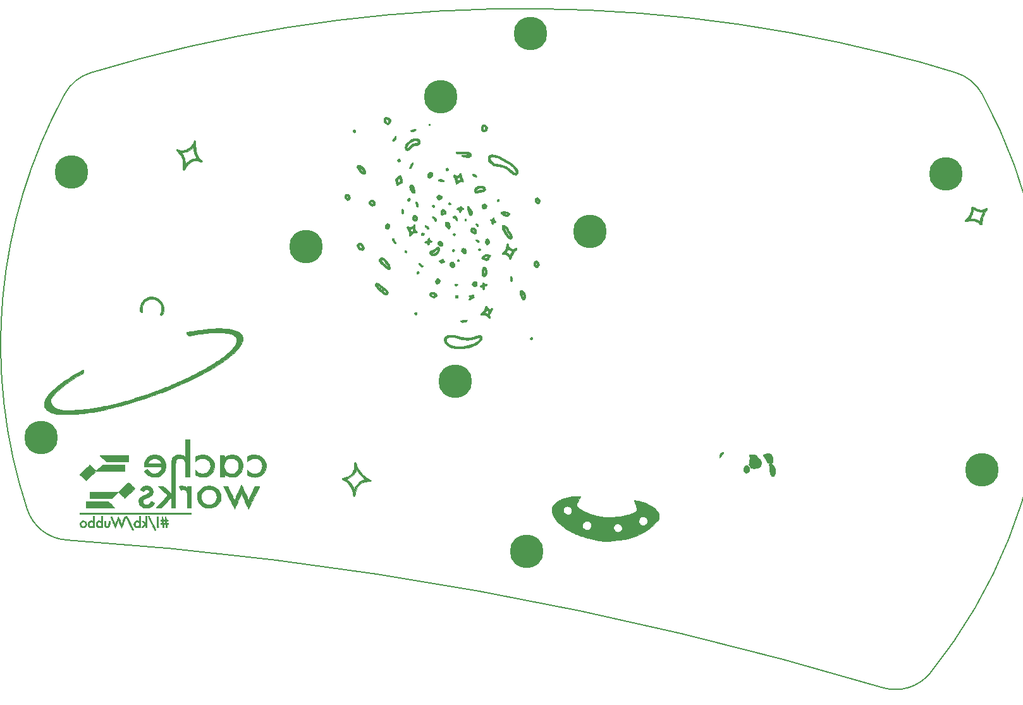
<source format=gbr>
%TF.GenerationSoftware,KiCad,Pcbnew,6.0.4-6f826c9f35~116~ubuntu20.04.1*%
%TF.CreationDate,2022-04-29T22:15:30+02:00*%
%TF.ProjectId,Bottom_Plate,426f7474-6f6d-45f5-906c-6174652e6b69,v0.1*%
%TF.SameCoordinates,Original*%
%TF.FileFunction,Soldermask,Bot*%
%TF.FilePolarity,Negative*%
%FSLAX46Y46*%
G04 Gerber Fmt 4.6, Leading zero omitted, Abs format (unit mm)*
G04 Created by KiCad (PCBNEW 6.0.4-6f826c9f35~116~ubuntu20.04.1) date 2022-04-29 22:15:30*
%MOMM*%
%LPD*%
G01*
G04 APERTURE LIST*
%TA.AperFunction,Profile*%
%ADD10C,0.150000*%
%TD*%
%ADD11C,0.010000*%
%ADD12C,0.800000*%
%ADD13C,4.500000*%
G04 APERTURE END LIST*
D10*
X262416859Y-203252464D02*
G75*
G03*
X153161630Y-183482473I-143107459J-479082636D01*
G01*
X272205916Y-120898534D02*
G75*
G03*
X271985972Y-120832154I-59168016J-195650166D01*
G01*
X271985971Y-120832156D02*
G75*
G03*
X263040530Y-118362828I-35767871J-112135844D01*
G01*
X147873349Y-179386338D02*
G75*
G03*
X153161630Y-183482474I5694551J1890138D01*
G01*
X275733963Y-123764126D02*
G75*
G03*
X272205916Y-120898534I-5264963J-2877474D01*
G01*
X156412826Y-120898532D02*
G75*
G03*
X152884756Y-123764114I1736874J-5743068D01*
G01*
X262416840Y-203252522D02*
G75*
G03*
X268805219Y-201269252I1717260J5749022D01*
G01*
X152884756Y-123764112D02*
G75*
G03*
X147873339Y-179386340I61424614J-33571068D01*
G01*
X268805218Y-201269250D02*
G75*
G03*
X275733987Y-123764114I-54495848J43934070D01*
G01*
X263040530Y-118362829D02*
G75*
G03*
X156412828Y-120898534I-48731160J-193972341D01*
G01*
%TO.C,*%
G36*
X171436208Y-172069623D02*
G01*
X171539351Y-172074621D01*
X171624873Y-172084629D01*
X171706505Y-172101375D01*
X171797981Y-172126583D01*
X171874172Y-172151183D01*
X172107725Y-172252393D01*
X172321720Y-172384756D01*
X172511157Y-172544254D01*
X172671039Y-172726874D01*
X172796367Y-172928600D01*
X172838053Y-173025016D01*
X172886565Y-173184642D01*
X172918742Y-173354343D01*
X172930398Y-173515781D01*
X172911602Y-173770488D01*
X172855102Y-174014264D01*
X172763188Y-174238886D01*
X172638164Y-174441729D01*
X172482328Y-174620168D01*
X172297983Y-174771576D01*
X172087429Y-174893330D01*
X171852967Y-174982802D01*
X171596898Y-175037369D01*
X171489305Y-175048010D01*
X171254156Y-175047099D01*
X171015845Y-175016537D01*
X170787163Y-174958372D01*
X170580898Y-174874654D01*
X170379815Y-174773674D01*
X170373972Y-174437581D01*
X170368129Y-174101489D01*
X170539246Y-174262463D01*
X170659936Y-174366752D01*
X170817382Y-174471613D01*
X170980477Y-174541936D01*
X171158386Y-174581418D01*
X171360273Y-174593757D01*
X171496615Y-174585890D01*
X171696376Y-174542997D01*
X171877076Y-174464543D01*
X172035447Y-174352529D01*
X172168222Y-174208954D01*
X172272133Y-174035816D01*
X172307955Y-173953198D01*
X172353720Y-173804958D01*
X172375685Y-173648886D01*
X172376656Y-173469785D01*
X172376342Y-173462998D01*
X172354666Y-173287209D01*
X172305094Y-173133027D01*
X172223141Y-172990223D01*
X172104323Y-172848570D01*
X172031667Y-172778906D01*
X171863403Y-172657462D01*
X171678703Y-172574950D01*
X171477125Y-172531203D01*
X171258231Y-172526053D01*
X171202967Y-172530714D01*
X171013505Y-172568145D01*
X170835265Y-172639835D01*
X170662869Y-172748382D01*
X170490940Y-172896380D01*
X170390398Y-172994082D01*
X170390398Y-172329396D01*
X170558981Y-172244634D01*
X170667544Y-172192959D01*
X170824415Y-172132203D01*
X170977663Y-172093383D01*
X171142044Y-172073131D01*
X171332315Y-172068078D01*
X171436208Y-172069623D01*
G37*
D11*
X171436208Y-172069623D02*
X171539351Y-172074621D01*
X171624873Y-172084629D01*
X171706505Y-172101375D01*
X171797981Y-172126583D01*
X171874172Y-172151183D01*
X172107725Y-172252393D01*
X172321720Y-172384756D01*
X172511157Y-172544254D01*
X172671039Y-172726874D01*
X172796367Y-172928600D01*
X172838053Y-173025016D01*
X172886565Y-173184642D01*
X172918742Y-173354343D01*
X172930398Y-173515781D01*
X172911602Y-173770488D01*
X172855102Y-174014264D01*
X172763188Y-174238886D01*
X172638164Y-174441729D01*
X172482328Y-174620168D01*
X172297983Y-174771576D01*
X172087429Y-174893330D01*
X171852967Y-174982802D01*
X171596898Y-175037369D01*
X171489305Y-175048010D01*
X171254156Y-175047099D01*
X171015845Y-175016537D01*
X170787163Y-174958372D01*
X170580898Y-174874654D01*
X170379815Y-174773674D01*
X170373972Y-174437581D01*
X170368129Y-174101489D01*
X170539246Y-174262463D01*
X170659936Y-174366752D01*
X170817382Y-174471613D01*
X170980477Y-174541936D01*
X171158386Y-174581418D01*
X171360273Y-174593757D01*
X171496615Y-174585890D01*
X171696376Y-174542997D01*
X171877076Y-174464543D01*
X172035447Y-174352529D01*
X172168222Y-174208954D01*
X172272133Y-174035816D01*
X172307955Y-173953198D01*
X172353720Y-173804958D01*
X172375685Y-173648886D01*
X172376656Y-173469785D01*
X172376342Y-173462998D01*
X172354666Y-173287209D01*
X172305094Y-173133027D01*
X172223141Y-172990223D01*
X172104323Y-172848570D01*
X172031667Y-172778906D01*
X171863403Y-172657462D01*
X171678703Y-172574950D01*
X171477125Y-172531203D01*
X171258231Y-172526053D01*
X171202967Y-172530714D01*
X171013505Y-172568145D01*
X170835265Y-172639835D01*
X170662869Y-172748382D01*
X170490940Y-172896380D01*
X170390398Y-172994082D01*
X170390398Y-172329396D01*
X170558981Y-172244634D01*
X170667544Y-172192959D01*
X170824415Y-172132203D01*
X170977663Y-172093383D01*
X171142044Y-172073131D01*
X171332315Y-172068078D01*
X171436208Y-172069623D01*
G36*
X165395065Y-181515257D02*
G01*
X165225731Y-181515257D01*
X165225731Y-180372257D01*
X165395065Y-180372257D01*
X165395065Y-181515257D01*
G37*
X165395065Y-181515257D02*
X165225731Y-181515257D01*
X165225731Y-180372257D01*
X165395065Y-180372257D01*
X165395065Y-181515257D01*
G36*
X166770898Y-181345924D02*
G01*
X166654078Y-181345924D01*
X166595744Y-181346730D01*
X166557716Y-181352145D01*
X166544837Y-181366359D01*
X166547782Y-181393549D01*
X166551760Y-181412134D01*
X166568972Y-181509603D01*
X166580470Y-181604126D01*
X166585589Y-181686065D01*
X166583662Y-181745784D01*
X166574025Y-181773644D01*
X166570668Y-181775679D01*
X166520227Y-181789954D01*
X166472682Y-181781575D01*
X166445975Y-181753382D01*
X166440375Y-181725664D01*
X166431321Y-181664147D01*
X166422528Y-181589340D01*
X166420111Y-181565861D01*
X166409687Y-181469114D01*
X166398804Y-181405857D01*
X166382446Y-181369000D01*
X166355600Y-181351453D01*
X166313250Y-181346124D01*
X166250383Y-181345924D01*
X166114231Y-181345924D01*
X166125776Y-181425299D01*
X166131301Y-181463312D01*
X166148414Y-181584864D01*
X166158230Y-181671817D01*
X166159754Y-181729968D01*
X166151990Y-181765109D01*
X166133941Y-181783036D01*
X166104612Y-181789542D01*
X166063007Y-181790424D01*
X166060064Y-181790403D01*
X166035090Y-181785749D01*
X166019515Y-181766542D01*
X166009291Y-181723552D01*
X166000372Y-181647549D01*
X165992566Y-181574697D01*
X165982356Y-181489193D01*
X165973577Y-181425299D01*
X165961154Y-181345924D01*
X165733731Y-181345924D01*
X165733731Y-181197757D01*
X165946856Y-181197757D01*
X165933837Y-181086632D01*
X165924528Y-181012359D01*
X165912600Y-180960065D01*
X165892314Y-180933459D01*
X165856477Y-180923861D01*
X165797896Y-180922590D01*
X166066644Y-180922590D01*
X166080104Y-181020794D01*
X166083686Y-181048350D01*
X166090755Y-181113871D01*
X166093565Y-181158378D01*
X166097170Y-181177299D01*
X166115656Y-181190369D01*
X166158201Y-181196336D01*
X166233918Y-181197757D01*
X166374270Y-181197757D01*
X166361151Y-181118382D01*
X166360342Y-181113382D01*
X166351547Y-181042418D01*
X166347798Y-180980799D01*
X166347586Y-180965950D01*
X166342707Y-180941083D01*
X166324002Y-180928188D01*
X166281969Y-180923334D01*
X166207104Y-180922590D01*
X166066644Y-180922590D01*
X165797896Y-180922590D01*
X165744645Y-180921853D01*
X165707806Y-180915352D01*
X165693686Y-180896595D01*
X165691398Y-180859090D01*
X165692492Y-180828542D01*
X165702946Y-180805785D01*
X165733753Y-180797026D01*
X165795901Y-180795590D01*
X165900403Y-180795590D01*
X165890414Y-180726799D01*
X165887773Y-180708605D01*
X165870149Y-180584096D01*
X165859812Y-180494871D01*
X165857829Y-180435052D01*
X165865268Y-180398761D01*
X165883196Y-180380117D01*
X165912681Y-180373242D01*
X165954790Y-180372257D01*
X165957813Y-180372278D01*
X165982745Y-180376939D01*
X165998258Y-180396145D01*
X166008382Y-180439131D01*
X166017148Y-180515132D01*
X166025003Y-180588422D01*
X166034985Y-180669176D01*
X166043593Y-180726799D01*
X166055943Y-180795590D01*
X166324404Y-180795590D01*
X166309770Y-180684465D01*
X166305799Y-180650807D01*
X166298074Y-180559018D01*
X166294893Y-180478090D01*
X166295158Y-180443586D01*
X166300834Y-180401570D01*
X166319991Y-180383284D01*
X166360578Y-180376421D01*
X166426508Y-180370002D01*
X166441079Y-180503421D01*
X166448149Y-180565310D01*
X166458752Y-180650771D01*
X166467813Y-180716215D01*
X166479975Y-180795590D01*
X166593687Y-180795590D01*
X166657421Y-180796610D01*
X166692214Y-180803608D01*
X166705359Y-180822473D01*
X166707398Y-180859090D01*
X166706000Y-180892040D01*
X166694624Y-180913216D01*
X166662484Y-180921297D01*
X166598795Y-180922590D01*
X166490193Y-180922590D01*
X166503312Y-181001965D01*
X166504121Y-181006965D01*
X166512916Y-181077929D01*
X166516665Y-181139549D01*
X166516707Y-181145666D01*
X166519970Y-181175311D01*
X166535597Y-181190828D01*
X166573577Y-181196786D01*
X166643898Y-181197757D01*
X166770898Y-181197757D01*
X166770898Y-181345924D01*
G37*
X166770898Y-181345924D02*
X166654078Y-181345924D01*
X166595744Y-181346730D01*
X166557716Y-181352145D01*
X166544837Y-181366359D01*
X166547782Y-181393549D01*
X166551760Y-181412134D01*
X166568972Y-181509603D01*
X166580470Y-181604126D01*
X166585589Y-181686065D01*
X166583662Y-181745784D01*
X166574025Y-181773644D01*
X166570668Y-181775679D01*
X166520227Y-181789954D01*
X166472682Y-181781575D01*
X166445975Y-181753382D01*
X166440375Y-181725664D01*
X166431321Y-181664147D01*
X166422528Y-181589340D01*
X166420111Y-181565861D01*
X166409687Y-181469114D01*
X166398804Y-181405857D01*
X166382446Y-181369000D01*
X166355600Y-181351453D01*
X166313250Y-181346124D01*
X166250383Y-181345924D01*
X166114231Y-181345924D01*
X166125776Y-181425299D01*
X166131301Y-181463312D01*
X166148414Y-181584864D01*
X166158230Y-181671817D01*
X166159754Y-181729968D01*
X166151990Y-181765109D01*
X166133941Y-181783036D01*
X166104612Y-181789542D01*
X166063007Y-181790424D01*
X166060064Y-181790403D01*
X166035090Y-181785749D01*
X166019515Y-181766542D01*
X166009291Y-181723552D01*
X166000372Y-181647549D01*
X165992566Y-181574697D01*
X165982356Y-181489193D01*
X165973577Y-181425299D01*
X165961154Y-181345924D01*
X165733731Y-181345924D01*
X165733731Y-181197757D01*
X165946856Y-181197757D01*
X165933837Y-181086632D01*
X165924528Y-181012359D01*
X165912600Y-180960065D01*
X165892314Y-180933459D01*
X165856477Y-180923861D01*
X165797896Y-180922590D01*
X166066644Y-180922590D01*
X166080104Y-181020794D01*
X166083686Y-181048350D01*
X166090755Y-181113871D01*
X166093565Y-181158378D01*
X166097170Y-181177299D01*
X166115656Y-181190369D01*
X166158201Y-181196336D01*
X166233918Y-181197757D01*
X166374270Y-181197757D01*
X166361151Y-181118382D01*
X166360342Y-181113382D01*
X166351547Y-181042418D01*
X166347798Y-180980799D01*
X166347586Y-180965950D01*
X166342707Y-180941083D01*
X166324002Y-180928188D01*
X166281969Y-180923334D01*
X166207104Y-180922590D01*
X166066644Y-180922590D01*
X165797896Y-180922590D01*
X165744645Y-180921853D01*
X165707806Y-180915352D01*
X165693686Y-180896595D01*
X165691398Y-180859090D01*
X165692492Y-180828542D01*
X165702946Y-180805785D01*
X165733753Y-180797026D01*
X165795901Y-180795590D01*
X165900403Y-180795590D01*
X165890414Y-180726799D01*
X165887773Y-180708605D01*
X165870149Y-180584096D01*
X165859812Y-180494871D01*
X165857829Y-180435052D01*
X165865268Y-180398761D01*
X165883196Y-180380117D01*
X165912681Y-180373242D01*
X165954790Y-180372257D01*
X165957813Y-180372278D01*
X165982745Y-180376939D01*
X165998258Y-180396145D01*
X166008382Y-180439131D01*
X166017148Y-180515132D01*
X166025003Y-180588422D01*
X166034985Y-180669176D01*
X166043593Y-180726799D01*
X166055943Y-180795590D01*
X166324404Y-180795590D01*
X166309770Y-180684465D01*
X166305799Y-180650807D01*
X166298074Y-180559018D01*
X166294893Y-180478090D01*
X166295158Y-180443586D01*
X166300834Y-180401570D01*
X166319991Y-180383284D01*
X166360578Y-180376421D01*
X166426508Y-180370002D01*
X166441079Y-180503421D01*
X166448149Y-180565310D01*
X166458752Y-180650771D01*
X166467813Y-180716215D01*
X166479975Y-180795590D01*
X166593687Y-180795590D01*
X166657421Y-180796610D01*
X166692214Y-180803608D01*
X166705359Y-180822473D01*
X166707398Y-180859090D01*
X166706000Y-180892040D01*
X166694624Y-180913216D01*
X166662484Y-180921297D01*
X166598795Y-180922590D01*
X166490193Y-180922590D01*
X166503312Y-181001965D01*
X166504121Y-181006965D01*
X166512916Y-181077929D01*
X166516665Y-181139549D01*
X166516707Y-181145666D01*
X166519970Y-181175311D01*
X166535597Y-181190828D01*
X166573577Y-181196786D01*
X166643898Y-181197757D01*
X166770898Y-181197757D01*
X166770898Y-181345924D01*
G36*
X155772946Y-181527473D02*
G01*
X155714622Y-181633640D01*
X155629236Y-181720510D01*
X155517909Y-181780585D01*
X155457869Y-181798104D01*
X155327199Y-181809900D01*
X155205610Y-181787644D01*
X155097209Y-181736315D01*
X155006102Y-181660893D01*
X154936396Y-181566357D01*
X154892200Y-181457684D01*
X154883836Y-181390091D01*
X155057281Y-181390091D01*
X155083086Y-181480321D01*
X155138572Y-181560015D01*
X155225410Y-181621540D01*
X155261411Y-181638022D01*
X155332422Y-181659563D01*
X155395188Y-181655555D01*
X155467476Y-181626349D01*
X155521247Y-181591916D01*
X155591378Y-181511821D01*
X155629782Y-181413643D01*
X155633646Y-181306438D01*
X155600157Y-181199261D01*
X155599200Y-181197394D01*
X155537083Y-181111158D01*
X155456266Y-181061795D01*
X155351481Y-181046062D01*
X155314921Y-181048073D01*
X155217411Y-181076481D01*
X155141220Y-181132521D01*
X155088020Y-181208558D01*
X155059482Y-181296959D01*
X155057281Y-181390091D01*
X154883836Y-181390091D01*
X154877619Y-181339855D01*
X154896760Y-181217848D01*
X154953732Y-181096642D01*
X155034184Y-181003250D01*
X155142956Y-180931560D01*
X155265884Y-180892328D01*
X155394731Y-180886922D01*
X155521260Y-180916711D01*
X155637231Y-180983064D01*
X155713171Y-181059833D01*
X155774319Y-181168190D01*
X155803916Y-181287249D01*
X155803785Y-181306438D01*
X155803084Y-181409510D01*
X155772946Y-181527473D01*
G37*
X155772946Y-181527473D02*
X155714622Y-181633640D01*
X155629236Y-181720510D01*
X155517909Y-181780585D01*
X155457869Y-181798104D01*
X155327199Y-181809900D01*
X155205610Y-181787644D01*
X155097209Y-181736315D01*
X155006102Y-181660893D01*
X154936396Y-181566357D01*
X154892200Y-181457684D01*
X154883836Y-181390091D01*
X155057281Y-181390091D01*
X155083086Y-181480321D01*
X155138572Y-181560015D01*
X155225410Y-181621540D01*
X155261411Y-181638022D01*
X155332422Y-181659563D01*
X155395188Y-181655555D01*
X155467476Y-181626349D01*
X155521247Y-181591916D01*
X155591378Y-181511821D01*
X155629782Y-181413643D01*
X155633646Y-181306438D01*
X155600157Y-181199261D01*
X155599200Y-181197394D01*
X155537083Y-181111158D01*
X155456266Y-181061795D01*
X155351481Y-181046062D01*
X155314921Y-181048073D01*
X155217411Y-181076481D01*
X155141220Y-181132521D01*
X155088020Y-181208558D01*
X155059482Y-181296959D01*
X155057281Y-181390091D01*
X154883836Y-181390091D01*
X154877619Y-181339855D01*
X154896760Y-181217848D01*
X154953732Y-181096642D01*
X155034184Y-181003250D01*
X155142956Y-180931560D01*
X155265884Y-180892328D01*
X155394731Y-180886922D01*
X155521260Y-180916711D01*
X155637231Y-180983064D01*
X155713171Y-181059833D01*
X155774319Y-181168190D01*
X155803916Y-181287249D01*
X155803785Y-181306438D01*
X155803084Y-181409510D01*
X155772946Y-181527473D01*
G36*
X163929592Y-176224367D02*
G01*
X163943866Y-176226212D01*
X164103304Y-176256646D01*
X164235377Y-176304679D01*
X164352526Y-176376158D01*
X164467193Y-176476926D01*
X164499381Y-176509434D01*
X164559265Y-176574947D01*
X164599465Y-176631608D01*
X164628591Y-176692950D01*
X164655253Y-176772505D01*
X164687885Y-176930613D01*
X164690024Y-177090072D01*
X164661201Y-177237789D01*
X164602814Y-177366746D01*
X164516262Y-177469923D01*
X164500962Y-177482946D01*
X164393652Y-177560421D01*
X164254296Y-177643296D01*
X164090511Y-177727321D01*
X163909915Y-177808247D01*
X163872226Y-177824218D01*
X163691653Y-177908127D01*
X163549024Y-177988229D01*
X163445648Y-178063715D01*
X163382835Y-178133777D01*
X163374845Y-178147823D01*
X163347626Y-178238127D01*
X163345077Y-178344521D01*
X163366230Y-178452324D01*
X163410115Y-178546854D01*
X163414200Y-178552882D01*
X163497945Y-178638444D01*
X163609414Y-178700227D01*
X163740266Y-178735893D01*
X163882155Y-178743107D01*
X164026739Y-178719532D01*
X164106156Y-178683149D01*
X164197012Y-178612850D01*
X164281693Y-178519956D01*
X164350319Y-178413803D01*
X164380245Y-178360327D01*
X164410090Y-178315297D01*
X164428285Y-178297974D01*
X164457395Y-178304320D01*
X164514641Y-178323818D01*
X164589029Y-178352526D01*
X164671101Y-178386417D01*
X164751398Y-178421465D01*
X164820463Y-178453644D01*
X164868838Y-178478926D01*
X164887065Y-178493286D01*
X164886830Y-178495480D01*
X164874355Y-178528465D01*
X164846670Y-178585519D01*
X164809020Y-178655723D01*
X164779472Y-178705510D01*
X164650674Y-178872178D01*
X164494497Y-179008553D01*
X164315032Y-179111552D01*
X164116367Y-179178091D01*
X164114955Y-179178411D01*
X163991026Y-179196164D01*
X163845849Y-179201080D01*
X163695028Y-179193895D01*
X163554163Y-179175345D01*
X163438857Y-179146164D01*
X163405210Y-179133670D01*
X163232268Y-179046365D01*
X163084505Y-178932179D01*
X162964284Y-178795970D01*
X162873970Y-178642596D01*
X162815928Y-178476918D01*
X162792520Y-178303793D01*
X162806112Y-178128081D01*
X162859069Y-177954641D01*
X162887645Y-177900598D01*
X162975625Y-177793344D01*
X163105569Y-177685329D01*
X163277566Y-177576495D01*
X163491705Y-177466780D01*
X163748076Y-177356124D01*
X163827612Y-177322689D01*
X163972928Y-177249452D01*
X164078740Y-177175205D01*
X164146970Y-177098033D01*
X164179537Y-177016024D01*
X164178363Y-176927261D01*
X164175465Y-176914262D01*
X164134142Y-176830625D01*
X164062244Y-176759753D01*
X163969640Y-176707459D01*
X163866197Y-176679555D01*
X163761786Y-176681857D01*
X163740823Y-176686211D01*
X163651721Y-176716765D01*
X163573620Y-176769254D01*
X163492954Y-176852281D01*
X163406940Y-176952910D01*
X163194502Y-176848386D01*
X163119625Y-176810439D01*
X163048325Y-176771732D01*
X162999910Y-176742360D01*
X162982065Y-176726722D01*
X162990668Y-176699750D01*
X163021641Y-176646264D01*
X163068138Y-176580507D01*
X163122721Y-176512845D01*
X163177953Y-176453647D01*
X163219930Y-176415752D01*
X163371167Y-176315480D01*
X163543422Y-176249072D01*
X163731346Y-176218157D01*
X163929592Y-176224367D01*
G37*
X163929592Y-176224367D02*
X163943866Y-176226212D01*
X164103304Y-176256646D01*
X164235377Y-176304679D01*
X164352526Y-176376158D01*
X164467193Y-176476926D01*
X164499381Y-176509434D01*
X164559265Y-176574947D01*
X164599465Y-176631608D01*
X164628591Y-176692950D01*
X164655253Y-176772505D01*
X164687885Y-176930613D01*
X164690024Y-177090072D01*
X164661201Y-177237789D01*
X164602814Y-177366746D01*
X164516262Y-177469923D01*
X164500962Y-177482946D01*
X164393652Y-177560421D01*
X164254296Y-177643296D01*
X164090511Y-177727321D01*
X163909915Y-177808247D01*
X163872226Y-177824218D01*
X163691653Y-177908127D01*
X163549024Y-177988229D01*
X163445648Y-178063715D01*
X163382835Y-178133777D01*
X163374845Y-178147823D01*
X163347626Y-178238127D01*
X163345077Y-178344521D01*
X163366230Y-178452324D01*
X163410115Y-178546854D01*
X163414200Y-178552882D01*
X163497945Y-178638444D01*
X163609414Y-178700227D01*
X163740266Y-178735893D01*
X163882155Y-178743107D01*
X164026739Y-178719532D01*
X164106156Y-178683149D01*
X164197012Y-178612850D01*
X164281693Y-178519956D01*
X164350319Y-178413803D01*
X164380245Y-178360327D01*
X164410090Y-178315297D01*
X164428285Y-178297974D01*
X164457395Y-178304320D01*
X164514641Y-178323818D01*
X164589029Y-178352526D01*
X164671101Y-178386417D01*
X164751398Y-178421465D01*
X164820463Y-178453644D01*
X164868838Y-178478926D01*
X164887065Y-178493286D01*
X164886830Y-178495480D01*
X164874355Y-178528465D01*
X164846670Y-178585519D01*
X164809020Y-178655723D01*
X164779472Y-178705510D01*
X164650674Y-178872178D01*
X164494497Y-179008553D01*
X164315032Y-179111552D01*
X164116367Y-179178091D01*
X164114955Y-179178411D01*
X163991026Y-179196164D01*
X163845849Y-179201080D01*
X163695028Y-179193895D01*
X163554163Y-179175345D01*
X163438857Y-179146164D01*
X163405210Y-179133670D01*
X163232268Y-179046365D01*
X163084505Y-178932179D01*
X162964284Y-178795970D01*
X162873970Y-178642596D01*
X162815928Y-178476918D01*
X162792520Y-178303793D01*
X162806112Y-178128081D01*
X162859069Y-177954641D01*
X162887645Y-177900598D01*
X162975625Y-177793344D01*
X163105569Y-177685329D01*
X163277566Y-177576495D01*
X163491705Y-177466780D01*
X163748076Y-177356124D01*
X163827612Y-177322689D01*
X163972928Y-177249452D01*
X164078740Y-177175205D01*
X164146970Y-177098033D01*
X164179537Y-177016024D01*
X164178363Y-176927261D01*
X164175465Y-176914262D01*
X164134142Y-176830625D01*
X164062244Y-176759753D01*
X163969640Y-176707459D01*
X163866197Y-176679555D01*
X163761786Y-176681857D01*
X163740823Y-176686211D01*
X163651721Y-176716765D01*
X163573620Y-176769254D01*
X163492954Y-176852281D01*
X163406940Y-176952910D01*
X163194502Y-176848386D01*
X163119625Y-176810439D01*
X163048325Y-176771732D01*
X162999910Y-176742360D01*
X162982065Y-176726722D01*
X162990668Y-176699750D01*
X163021641Y-176646264D01*
X163068138Y-176580507D01*
X163122721Y-176512845D01*
X163177953Y-176453647D01*
X163219930Y-176415752D01*
X163371167Y-176315480D01*
X163543422Y-176249072D01*
X163731346Y-176218157D01*
X163929592Y-176224367D01*
G36*
X161415731Y-172963924D02*
G01*
X159918190Y-172962817D01*
X158420648Y-172961710D01*
X157997315Y-172560236D01*
X157988424Y-172551801D01*
X157878005Y-172446517D01*
X157778286Y-172350495D01*
X157693292Y-172267683D01*
X157627050Y-172202031D01*
X157583586Y-172157490D01*
X157566926Y-172138009D01*
X157579796Y-172134784D01*
X157633477Y-172131182D01*
X157728285Y-172127976D01*
X157863558Y-172125175D01*
X158038631Y-172122786D01*
X158252843Y-172120814D01*
X158505528Y-172119269D01*
X158796026Y-172118156D01*
X159123671Y-172117483D01*
X159487801Y-172117257D01*
X161415731Y-172117257D01*
X161415731Y-172963924D01*
G37*
X161415731Y-172963924D02*
X159918190Y-172962817D01*
X158420648Y-172961710D01*
X157997315Y-172560236D01*
X157988424Y-172551801D01*
X157878005Y-172446517D01*
X157778286Y-172350495D01*
X157693292Y-172267683D01*
X157627050Y-172202031D01*
X157583586Y-172157490D01*
X157566926Y-172138009D01*
X157579796Y-172134784D01*
X157633477Y-172131182D01*
X157728285Y-172127976D01*
X157863558Y-172125175D01*
X158038631Y-172122786D01*
X158252843Y-172120814D01*
X158505528Y-172119269D01*
X158796026Y-172118156D01*
X159123671Y-172117483D01*
X159487801Y-172117257D01*
X161415731Y-172117257D01*
X161415731Y-172963924D01*
G36*
X158368926Y-181181882D02*
G01*
X158371300Y-181297290D01*
X158377010Y-181402286D01*
X158385291Y-181485305D01*
X158395385Y-181536175D01*
X158422520Y-181587374D01*
X158481982Y-181637114D01*
X158555413Y-181656723D01*
X158631496Y-181643950D01*
X158698912Y-181596544D01*
X158710443Y-181581375D01*
X158722742Y-181553348D01*
X158731503Y-181510910D01*
X158737605Y-181447081D01*
X158741924Y-181354881D01*
X158745340Y-181227327D01*
X158752531Y-180901424D01*
X158918065Y-180901424D01*
X158918065Y-181203188D01*
X158917956Y-181234600D01*
X158915789Y-181348385D01*
X158911270Y-181450104D01*
X158904956Y-181529670D01*
X158897404Y-181576994D01*
X158876143Y-181630276D01*
X158809535Y-181719140D01*
X158716981Y-181782874D01*
X158690384Y-181792684D01*
X158605301Y-181806001D01*
X158509228Y-181803479D01*
X158419356Y-181786387D01*
X158352880Y-181755994D01*
X158350225Y-181754010D01*
X158300733Y-181714550D01*
X158264269Y-181676296D01*
X158238665Y-181631991D01*
X158221754Y-181574380D01*
X158211371Y-181496205D01*
X158205346Y-181390210D01*
X158201514Y-181249138D01*
X158194047Y-180901424D01*
X158367731Y-180901424D01*
X158368926Y-181181882D01*
G37*
X158368926Y-181181882D02*
X158371300Y-181297290D01*
X158377010Y-181402286D01*
X158385291Y-181485305D01*
X158395385Y-181536175D01*
X158422520Y-181587374D01*
X158481982Y-181637114D01*
X158555413Y-181656723D01*
X158631496Y-181643950D01*
X158698912Y-181596544D01*
X158710443Y-181581375D01*
X158722742Y-181553348D01*
X158731503Y-181510910D01*
X158737605Y-181447081D01*
X158741924Y-181354881D01*
X158745340Y-181227327D01*
X158752531Y-180901424D01*
X158918065Y-180901424D01*
X158918065Y-181203188D01*
X158917956Y-181234600D01*
X158915789Y-181348385D01*
X158911270Y-181450104D01*
X158904956Y-181529670D01*
X158897404Y-181576994D01*
X158876143Y-181630276D01*
X158809535Y-181719140D01*
X158716981Y-181782874D01*
X158690384Y-181792684D01*
X158605301Y-181806001D01*
X158509228Y-181803479D01*
X158419356Y-181786387D01*
X158352880Y-181755994D01*
X158350225Y-181754010D01*
X158300733Y-181714550D01*
X158264269Y-181676296D01*
X158238665Y-181631991D01*
X158221754Y-181574380D01*
X158211371Y-181496205D01*
X158205346Y-181390210D01*
X158201514Y-181249138D01*
X158194047Y-180901424D01*
X158367731Y-180901424D01*
X158368926Y-181181882D01*
G36*
X165331398Y-181581611D02*
G01*
X165379473Y-181608518D01*
X165420214Y-181651460D01*
X165437398Y-181695174D01*
X165426461Y-181727351D01*
X165395065Y-181769257D01*
X165357816Y-181797457D01*
X165317357Y-181811590D01*
X165317164Y-181811590D01*
X165265629Y-181793450D01*
X165222586Y-181750363D01*
X165204565Y-181698851D01*
X165204612Y-181696128D01*
X165222792Y-181641488D01*
X165263947Y-181597081D01*
X165313679Y-181578757D01*
X165331398Y-181581611D01*
G37*
X165331398Y-181581611D02*
X165379473Y-181608518D01*
X165420214Y-181651460D01*
X165437398Y-181695174D01*
X165426461Y-181727351D01*
X165395065Y-181769257D01*
X165357816Y-181797457D01*
X165317357Y-181811590D01*
X165317164Y-181811590D01*
X165265629Y-181793450D01*
X165222586Y-181750363D01*
X165204565Y-181698851D01*
X165204612Y-181696128D01*
X165222792Y-181641488D01*
X165263947Y-181597081D01*
X165313679Y-181578757D01*
X165331398Y-181581611D01*
G36*
X176551391Y-176080697D02*
G01*
X176569830Y-176117670D01*
X176602775Y-176188126D01*
X176648628Y-176288511D01*
X176705791Y-176415271D01*
X176772664Y-176564854D01*
X176847650Y-176733705D01*
X176929150Y-176918271D01*
X177015565Y-177115000D01*
X177058818Y-177213625D01*
X177143065Y-177405169D01*
X177221605Y-177583012D01*
X177292835Y-177743567D01*
X177355153Y-177883249D01*
X177406957Y-177998472D01*
X177446642Y-178085649D01*
X177472608Y-178141195D01*
X177483252Y-178161525D01*
X177483652Y-178161462D01*
X177496641Y-178140336D01*
X177525355Y-178084805D01*
X177568039Y-177998520D01*
X177622937Y-177885130D01*
X177688295Y-177748286D01*
X177762355Y-177591637D01*
X177843363Y-177418834D01*
X177929564Y-177233526D01*
X178363272Y-176297674D01*
X178964204Y-176285920D01*
X178914491Y-176387047D01*
X178899044Y-176418657D01*
X178866027Y-176486424D01*
X178817558Y-176586004D01*
X178755216Y-176714148D01*
X178680582Y-176867609D01*
X178595234Y-177043138D01*
X178500752Y-177237488D01*
X178398716Y-177447411D01*
X178290704Y-177669659D01*
X178178296Y-177900983D01*
X178177691Y-177902229D01*
X178066645Y-178130438D01*
X177960861Y-178347203D01*
X177861803Y-178549562D01*
X177770936Y-178734551D01*
X177689725Y-178899210D01*
X177619633Y-179040575D01*
X177562126Y-179155685D01*
X177518669Y-179241577D01*
X177490725Y-179295289D01*
X177479760Y-179313858D01*
X177476614Y-179309268D01*
X177458411Y-179272723D01*
X177425713Y-179202654D01*
X177380118Y-179102616D01*
X177323220Y-178976166D01*
X177256617Y-178826859D01*
X177181905Y-178658254D01*
X177100680Y-178473905D01*
X177014538Y-178277370D01*
X176970901Y-178177780D01*
X176887034Y-177987673D01*
X176808785Y-177811983D01*
X176737753Y-177654201D01*
X176675536Y-177517816D01*
X176623734Y-177406320D01*
X176583945Y-177323205D01*
X176557768Y-177271961D01*
X176546802Y-177256078D01*
X176544395Y-177260206D01*
X176527176Y-177296234D01*
X176495337Y-177365980D01*
X176450505Y-177465779D01*
X176394308Y-177591967D01*
X176328376Y-177740882D01*
X176254336Y-177908858D01*
X176173818Y-178092232D01*
X176088449Y-178287340D01*
X176053578Y-178367053D01*
X175969990Y-178557132D01*
X175891808Y-178733532D01*
X175820663Y-178892659D01*
X175758187Y-179030916D01*
X175706010Y-179144708D01*
X175665763Y-179230440D01*
X175639077Y-179284516D01*
X175627583Y-179303340D01*
X175621926Y-179294543D01*
X175599113Y-179252013D01*
X175560561Y-179177370D01*
X175507998Y-179074100D01*
X175443154Y-178945691D01*
X175367757Y-178795630D01*
X175283536Y-178627406D01*
X175192220Y-178444506D01*
X175095537Y-178250417D01*
X174995217Y-178048627D01*
X174892988Y-177842625D01*
X174790578Y-177635897D01*
X174689717Y-177431931D01*
X174592134Y-177234214D01*
X174499556Y-177046236D01*
X174413713Y-176871482D01*
X174336334Y-176713441D01*
X174269147Y-176575600D01*
X174213881Y-176461447D01*
X174172265Y-176374470D01*
X174146028Y-176318156D01*
X174136898Y-176295994D01*
X174139119Y-176294900D01*
X174171213Y-176291829D01*
X174235542Y-176289350D01*
X174324496Y-176287694D01*
X174430466Y-176287090D01*
X174724033Y-176287090D01*
X175164838Y-177229118D01*
X175178337Y-177257943D01*
X175264912Y-177441741D01*
X175346079Y-177612248D01*
X175420070Y-177765876D01*
X175485118Y-177899033D01*
X175539457Y-178008130D01*
X175581321Y-178089577D01*
X175608942Y-178139783D01*
X175620553Y-178155159D01*
X175623612Y-178149751D01*
X175641850Y-178111316D01*
X175674606Y-178039354D01*
X175720267Y-177937504D01*
X175777216Y-177809405D01*
X175843839Y-177658696D01*
X175918521Y-177489016D01*
X175999647Y-177304004D01*
X176085602Y-177107299D01*
X176126409Y-177013871D01*
X176210082Y-176823063D01*
X176288107Y-176646143D01*
X176358884Y-176486675D01*
X176420815Y-176348223D01*
X176472301Y-176234352D01*
X176511745Y-176148627D01*
X176537548Y-176094614D01*
X176548111Y-176075876D01*
X176551391Y-176080697D01*
G37*
X176551391Y-176080697D02*
X176569830Y-176117670D01*
X176602775Y-176188126D01*
X176648628Y-176288511D01*
X176705791Y-176415271D01*
X176772664Y-176564854D01*
X176847650Y-176733705D01*
X176929150Y-176918271D01*
X177015565Y-177115000D01*
X177058818Y-177213625D01*
X177143065Y-177405169D01*
X177221605Y-177583012D01*
X177292835Y-177743567D01*
X177355153Y-177883249D01*
X177406957Y-177998472D01*
X177446642Y-178085649D01*
X177472608Y-178141195D01*
X177483252Y-178161525D01*
X177483652Y-178161462D01*
X177496641Y-178140336D01*
X177525355Y-178084805D01*
X177568039Y-177998520D01*
X177622937Y-177885130D01*
X177688295Y-177748286D01*
X177762355Y-177591637D01*
X177843363Y-177418834D01*
X177929564Y-177233526D01*
X178363272Y-176297674D01*
X178964204Y-176285920D01*
X178914491Y-176387047D01*
X178899044Y-176418657D01*
X178866027Y-176486424D01*
X178817558Y-176586004D01*
X178755216Y-176714148D01*
X178680582Y-176867609D01*
X178595234Y-177043138D01*
X178500752Y-177237488D01*
X178398716Y-177447411D01*
X178290704Y-177669659D01*
X178178296Y-177900983D01*
X178177691Y-177902229D01*
X178066645Y-178130438D01*
X177960861Y-178347203D01*
X177861803Y-178549562D01*
X177770936Y-178734551D01*
X177689725Y-178899210D01*
X177619633Y-179040575D01*
X177562126Y-179155685D01*
X177518669Y-179241577D01*
X177490725Y-179295289D01*
X177479760Y-179313858D01*
X177476614Y-179309268D01*
X177458411Y-179272723D01*
X177425713Y-179202654D01*
X177380118Y-179102616D01*
X177323220Y-178976166D01*
X177256617Y-178826859D01*
X177181905Y-178658254D01*
X177100680Y-178473905D01*
X177014538Y-178277370D01*
X176970901Y-178177780D01*
X176887034Y-177987673D01*
X176808785Y-177811983D01*
X176737753Y-177654201D01*
X176675536Y-177517816D01*
X176623734Y-177406320D01*
X176583945Y-177323205D01*
X176557768Y-177271961D01*
X176546802Y-177256078D01*
X176544395Y-177260206D01*
X176527176Y-177296234D01*
X176495337Y-177365980D01*
X176450505Y-177465779D01*
X176394308Y-177591967D01*
X176328376Y-177740882D01*
X176254336Y-177908858D01*
X176173818Y-178092232D01*
X176088449Y-178287340D01*
X176053578Y-178367053D01*
X175969990Y-178557132D01*
X175891808Y-178733532D01*
X175820663Y-178892659D01*
X175758187Y-179030916D01*
X175706010Y-179144708D01*
X175665763Y-179230440D01*
X175639077Y-179284516D01*
X175627583Y-179303340D01*
X175621926Y-179294543D01*
X175599113Y-179252013D01*
X175560561Y-179177370D01*
X175507998Y-179074100D01*
X175443154Y-178945691D01*
X175367757Y-178795630D01*
X175283536Y-178627406D01*
X175192220Y-178444506D01*
X175095537Y-178250417D01*
X174995217Y-178048627D01*
X174892988Y-177842625D01*
X174790578Y-177635897D01*
X174689717Y-177431931D01*
X174592134Y-177234214D01*
X174499556Y-177046236D01*
X174413713Y-176871482D01*
X174336334Y-176713441D01*
X174269147Y-176575600D01*
X174213881Y-176461447D01*
X174172265Y-176374470D01*
X174146028Y-176318156D01*
X174136898Y-176295994D01*
X174139119Y-176294900D01*
X174171213Y-176291829D01*
X174235542Y-176289350D01*
X174324496Y-176287694D01*
X174430466Y-176287090D01*
X174724033Y-176287090D01*
X175164838Y-177229118D01*
X175178337Y-177257943D01*
X175264912Y-177441741D01*
X175346079Y-177612248D01*
X175420070Y-177765876D01*
X175485118Y-177899033D01*
X175539457Y-178008130D01*
X175581321Y-178089577D01*
X175608942Y-178139783D01*
X175620553Y-178155159D01*
X175623612Y-178149751D01*
X175641850Y-178111316D01*
X175674606Y-178039354D01*
X175720267Y-177937504D01*
X175777216Y-177809405D01*
X175843839Y-177658696D01*
X175918521Y-177489016D01*
X175999647Y-177304004D01*
X176085602Y-177107299D01*
X176126409Y-177013871D01*
X176210082Y-176823063D01*
X176288107Y-176646143D01*
X176358884Y-176486675D01*
X176420815Y-176348223D01*
X176472301Y-176234352D01*
X176511745Y-176148627D01*
X176537548Y-176094614D01*
X176548111Y-176075876D01*
X176551391Y-176080697D01*
G36*
X168654731Y-176227819D02*
G01*
X168680404Y-176228896D01*
X168809180Y-176239545D01*
X168910452Y-176261415D01*
X168996621Y-176299741D01*
X169080088Y-176359757D01*
X169173254Y-176446699D01*
X169289731Y-176563177D01*
X169289731Y-176287090D01*
X169818898Y-176287090D01*
X169818898Y-179123424D01*
X169289731Y-179123424D01*
X169289731Y-178216643D01*
X169289725Y-178157459D01*
X169289521Y-177944551D01*
X169288903Y-177768410D01*
X169287698Y-177624578D01*
X169285733Y-177508598D01*
X169282837Y-177416011D01*
X169278835Y-177342360D01*
X169273556Y-177283188D01*
X169266827Y-177234038D01*
X169258474Y-177190450D01*
X169248326Y-177147969D01*
X169233871Y-177095747D01*
X169181910Y-176961404D01*
X169114963Y-176859395D01*
X169029009Y-176783028D01*
X169002363Y-176766412D01*
X168878959Y-176717121D01*
X168741368Y-176697681D01*
X168603035Y-176708862D01*
X168477407Y-176751435D01*
X168404328Y-176788693D01*
X168276665Y-176564350D01*
X168274214Y-176560036D01*
X168226845Y-176473081D01*
X168190490Y-176399673D01*
X168168688Y-176347426D01*
X168164976Y-176323956D01*
X168186644Y-176311516D01*
X168238392Y-176289247D01*
X168306716Y-176263641D01*
X168327162Y-176256647D01*
X168393143Y-176238243D01*
X168460727Y-176228230D01*
X168543421Y-176225219D01*
X168654731Y-176227819D01*
G37*
X168654731Y-176227819D02*
X168680404Y-176228896D01*
X168809180Y-176239545D01*
X168910452Y-176261415D01*
X168996621Y-176299741D01*
X169080088Y-176359757D01*
X169173254Y-176446699D01*
X169289731Y-176563177D01*
X169289731Y-176287090D01*
X169818898Y-176287090D01*
X169818898Y-179123424D01*
X169289731Y-179123424D01*
X169289731Y-178216643D01*
X169289725Y-178157459D01*
X169289521Y-177944551D01*
X169288903Y-177768410D01*
X169287698Y-177624578D01*
X169285733Y-177508598D01*
X169282837Y-177416011D01*
X169278835Y-177342360D01*
X169273556Y-177283188D01*
X169266827Y-177234038D01*
X169258474Y-177190450D01*
X169248326Y-177147969D01*
X169233871Y-177095747D01*
X169181910Y-176961404D01*
X169114963Y-176859395D01*
X169029009Y-176783028D01*
X169002363Y-176766412D01*
X168878959Y-176717121D01*
X168741368Y-176697681D01*
X168603035Y-176708862D01*
X168477407Y-176751435D01*
X168404328Y-176788693D01*
X168276665Y-176564350D01*
X168274214Y-176560036D01*
X168226845Y-176473081D01*
X168190490Y-176399673D01*
X168168688Y-176347426D01*
X168164976Y-176323956D01*
X168186644Y-176311516D01*
X168238392Y-176289247D01*
X168306716Y-176263641D01*
X168327162Y-176256647D01*
X168393143Y-176238243D01*
X168460727Y-176228230D01*
X168543421Y-176225219D01*
X168654731Y-176227819D01*
G36*
X157859731Y-181790424D02*
G01*
X157811645Y-181788111D01*
X157782376Y-181776035D01*
X157775065Y-181748686D01*
X157773643Y-181728561D01*
X157762955Y-181720037D01*
X157733716Y-181729940D01*
X157676662Y-181759269D01*
X157563105Y-181801520D01*
X157438438Y-181809502D01*
X157320151Y-181779118D01*
X157214935Y-181712185D01*
X157129481Y-181610523D01*
X157096853Y-181553055D01*
X157077060Y-181499445D01*
X157068090Y-181436425D01*
X157066077Y-181351644D01*
X157225196Y-181351644D01*
X157237781Y-181416647D01*
X157269759Y-181493332D01*
X157312244Y-181563097D01*
X157356356Y-181608549D01*
X157392906Y-181627801D01*
X157486030Y-181651904D01*
X157579094Y-181649237D01*
X157625800Y-181628985D01*
X157687254Y-181577087D01*
X157738218Y-181509117D01*
X157766284Y-181439009D01*
X157769033Y-181422981D01*
X157772022Y-181302902D01*
X157743934Y-181200145D01*
X157688324Y-181120089D01*
X157608751Y-181068111D01*
X157508768Y-181049590D01*
X157434602Y-181057086D01*
X157352115Y-181091651D01*
X157321347Y-181120412D01*
X157273590Y-181191402D01*
X157238488Y-181274730D01*
X157225196Y-181351644D01*
X157066077Y-181351644D01*
X157065981Y-181347583D01*
X157069865Y-181265471D01*
X157098075Y-181138151D01*
X157155485Y-181036842D01*
X157244341Y-180956623D01*
X157278830Y-180935733D01*
X157390819Y-180894279D01*
X157507695Y-180884104D01*
X157618297Y-180905186D01*
X157711464Y-180957504D01*
X157775065Y-181011020D01*
X157775065Y-180245257D01*
X157944398Y-180245257D01*
X157944398Y-181790424D01*
X157859731Y-181790424D01*
G37*
X157859731Y-181790424D02*
X157811645Y-181788111D01*
X157782376Y-181776035D01*
X157775065Y-181748686D01*
X157773643Y-181728561D01*
X157762955Y-181720037D01*
X157733716Y-181729940D01*
X157676662Y-181759269D01*
X157563105Y-181801520D01*
X157438438Y-181809502D01*
X157320151Y-181779118D01*
X157214935Y-181712185D01*
X157129481Y-181610523D01*
X157096853Y-181553055D01*
X157077060Y-181499445D01*
X157068090Y-181436425D01*
X157066077Y-181351644D01*
X157225196Y-181351644D01*
X157237781Y-181416647D01*
X157269759Y-181493332D01*
X157312244Y-181563097D01*
X157356356Y-181608549D01*
X157392906Y-181627801D01*
X157486030Y-181651904D01*
X157579094Y-181649237D01*
X157625800Y-181628985D01*
X157687254Y-181577087D01*
X157738218Y-181509117D01*
X157766284Y-181439009D01*
X157769033Y-181422981D01*
X157772022Y-181302902D01*
X157743934Y-181200145D01*
X157688324Y-181120089D01*
X157608751Y-181068111D01*
X157508768Y-181049590D01*
X157434602Y-181057086D01*
X157352115Y-181091651D01*
X157321347Y-181120412D01*
X157273590Y-181191402D01*
X157238488Y-181274730D01*
X157225196Y-181351644D01*
X157066077Y-181351644D01*
X157065981Y-181347583D01*
X157069865Y-181265471D01*
X157098075Y-181138151D01*
X157155485Y-181036842D01*
X157244341Y-180956623D01*
X157278830Y-180935733D01*
X157390819Y-180894279D01*
X157507695Y-180884104D01*
X157618297Y-180905186D01*
X157711464Y-180957504D01*
X157775065Y-181011020D01*
X157775065Y-180245257D01*
X157944398Y-180245257D01*
X157944398Y-181790424D01*
X157859731Y-181790424D01*
G36*
X160052477Y-180342716D02*
G01*
X160078384Y-180395913D01*
X160114977Y-180478369D01*
X160160162Y-180585251D01*
X160211843Y-180711724D01*
X160267928Y-180852956D01*
X160276136Y-180873862D01*
X160331397Y-181012237D01*
X160381754Y-181134347D01*
X160425167Y-181235535D01*
X160459593Y-181311147D01*
X160482992Y-181356525D01*
X160493323Y-181367014D01*
X160496204Y-181359014D01*
X160511917Y-181314895D01*
X160538566Y-181239806D01*
X160573950Y-181139960D01*
X160615866Y-181021567D01*
X160662114Y-180890840D01*
X160682535Y-180833131D01*
X160727489Y-180706378D01*
X160767368Y-180594309D01*
X160799920Y-180503233D01*
X160822893Y-180439459D01*
X160834033Y-180409299D01*
X160844190Y-180396862D01*
X160881874Y-180379893D01*
X160932828Y-180370862D01*
X160983505Y-180370500D01*
X161020359Y-180379541D01*
X161029844Y-180398715D01*
X161021630Y-180421370D01*
X161000382Y-180479754D01*
X160967914Y-180568881D01*
X160925925Y-180684087D01*
X160876115Y-180820710D01*
X160820184Y-180974085D01*
X160759830Y-181139549D01*
X160701938Y-181297381D01*
X160645722Y-181448880D01*
X160595361Y-181582800D01*
X160552558Y-181694695D01*
X160519017Y-181780114D01*
X160496438Y-181834610D01*
X160486524Y-181853734D01*
X160486247Y-181853635D01*
X160474542Y-181832111D01*
X160449852Y-181776505D01*
X160414274Y-181691880D01*
X160369904Y-181583300D01*
X160318841Y-181455829D01*
X160263182Y-181314529D01*
X160235686Y-181244238D01*
X160178919Y-181100053D01*
X160134694Y-180990008D01*
X160101156Y-180910290D01*
X160076448Y-180857087D01*
X160058713Y-180826586D01*
X160046095Y-180814976D01*
X160036737Y-180818444D01*
X160028784Y-180833177D01*
X160021450Y-180851885D01*
X159999568Y-180909763D01*
X159967019Y-180997059D01*
X159926145Y-181107467D01*
X159879284Y-181234677D01*
X159828777Y-181372382D01*
X159793137Y-181469047D01*
X159746555Y-181593120D01*
X159705807Y-181699037D01*
X159673021Y-181781378D01*
X159650323Y-181834726D01*
X159639841Y-181853662D01*
X159636316Y-181847710D01*
X159618965Y-181809264D01*
X159589267Y-181739616D01*
X159549344Y-181643993D01*
X159501314Y-181527623D01*
X159447299Y-181395735D01*
X159389418Y-181253556D01*
X159329791Y-181106313D01*
X159270539Y-180959236D01*
X159213781Y-180817551D01*
X159161638Y-180686488D01*
X159116230Y-180571272D01*
X159079677Y-180477133D01*
X159054099Y-180409299D01*
X159052484Y-180404572D01*
X159053021Y-180383923D01*
X159077887Y-180374499D01*
X159136026Y-180372257D01*
X159231516Y-180372257D01*
X159412548Y-180832632D01*
X159441587Y-180906509D01*
X159492132Y-181035244D01*
X159537068Y-181149875D01*
X159573921Y-181244080D01*
X159600215Y-181311536D01*
X159613476Y-181345924D01*
X159633372Y-181398840D01*
X159653727Y-181345924D01*
X159660093Y-181329019D01*
X159680792Y-181273250D01*
X159712310Y-181187869D01*
X159752339Y-181079145D01*
X159798567Y-180953351D01*
X159848683Y-180816757D01*
X159881819Y-180726830D01*
X159928840Y-180600851D01*
X159970238Y-180491862D01*
X160003815Y-180405566D01*
X160027371Y-180347666D01*
X160038709Y-180323865D01*
X160039349Y-180323612D01*
X160052477Y-180342716D01*
G37*
X160052477Y-180342716D02*
X160078384Y-180395913D01*
X160114977Y-180478369D01*
X160160162Y-180585251D01*
X160211843Y-180711724D01*
X160267928Y-180852956D01*
X160276136Y-180873862D01*
X160331397Y-181012237D01*
X160381754Y-181134347D01*
X160425167Y-181235535D01*
X160459593Y-181311147D01*
X160482992Y-181356525D01*
X160493323Y-181367014D01*
X160496204Y-181359014D01*
X160511917Y-181314895D01*
X160538566Y-181239806D01*
X160573950Y-181139960D01*
X160615866Y-181021567D01*
X160662114Y-180890840D01*
X160682535Y-180833131D01*
X160727489Y-180706378D01*
X160767368Y-180594309D01*
X160799920Y-180503233D01*
X160822893Y-180439459D01*
X160834033Y-180409299D01*
X160844190Y-180396862D01*
X160881874Y-180379893D01*
X160932828Y-180370862D01*
X160983505Y-180370500D01*
X161020359Y-180379541D01*
X161029844Y-180398715D01*
X161021630Y-180421370D01*
X161000382Y-180479754D01*
X160967914Y-180568881D01*
X160925925Y-180684087D01*
X160876115Y-180820710D01*
X160820184Y-180974085D01*
X160759830Y-181139549D01*
X160701938Y-181297381D01*
X160645722Y-181448880D01*
X160595361Y-181582800D01*
X160552558Y-181694695D01*
X160519017Y-181780114D01*
X160496438Y-181834610D01*
X160486524Y-181853734D01*
X160486247Y-181853635D01*
X160474542Y-181832111D01*
X160449852Y-181776505D01*
X160414274Y-181691880D01*
X160369904Y-181583300D01*
X160318841Y-181455829D01*
X160263182Y-181314529D01*
X160235686Y-181244238D01*
X160178919Y-181100053D01*
X160134694Y-180990008D01*
X160101156Y-180910290D01*
X160076448Y-180857087D01*
X160058713Y-180826586D01*
X160046095Y-180814976D01*
X160036737Y-180818444D01*
X160028784Y-180833177D01*
X160021450Y-180851885D01*
X159999568Y-180909763D01*
X159967019Y-180997059D01*
X159926145Y-181107467D01*
X159879284Y-181234677D01*
X159828777Y-181372382D01*
X159793137Y-181469047D01*
X159746555Y-181593120D01*
X159705807Y-181699037D01*
X159673021Y-181781378D01*
X159650323Y-181834726D01*
X159639841Y-181853662D01*
X159636316Y-181847710D01*
X159618965Y-181809264D01*
X159589267Y-181739616D01*
X159549344Y-181643993D01*
X159501314Y-181527623D01*
X159447299Y-181395735D01*
X159389418Y-181253556D01*
X159329791Y-181106313D01*
X159270539Y-180959236D01*
X159213781Y-180817551D01*
X159161638Y-180686488D01*
X159116230Y-180571272D01*
X159079677Y-180477133D01*
X159054099Y-180409299D01*
X159052484Y-180404572D01*
X159053021Y-180383923D01*
X159077887Y-180374499D01*
X159136026Y-180372257D01*
X159231516Y-180372257D01*
X159412548Y-180832632D01*
X159441587Y-180906509D01*
X159492132Y-181035244D01*
X159537068Y-181149875D01*
X159573921Y-181244080D01*
X159600215Y-181311536D01*
X159613476Y-181345924D01*
X159633372Y-181398840D01*
X159653727Y-181345924D01*
X159660093Y-181329019D01*
X159680792Y-181273250D01*
X159712310Y-181187869D01*
X159752339Y-181079145D01*
X159798567Y-180953351D01*
X159848683Y-180816757D01*
X159881819Y-180726830D01*
X159928840Y-180600851D01*
X159970238Y-180491862D01*
X160003815Y-180405566D01*
X160027371Y-180347666D01*
X160038709Y-180323865D01*
X160039349Y-180323612D01*
X160052477Y-180342716D01*
G36*
X169586065Y-174974757D02*
G01*
X169056898Y-174974757D01*
X169056898Y-174140535D01*
X169056780Y-174007363D01*
X169055912Y-173796390D01*
X169054098Y-173621502D01*
X169051213Y-173478676D01*
X169047136Y-173363887D01*
X169041742Y-173273112D01*
X169034909Y-173202327D01*
X169026514Y-173147509D01*
X169005513Y-173052887D01*
X168947943Y-172884124D01*
X168869405Y-172750869D01*
X168767365Y-172650983D01*
X168639289Y-172582329D01*
X168482645Y-172542770D01*
X168294898Y-172530168D01*
X168229093Y-172531520D01*
X168092629Y-172546778D01*
X167985353Y-172581415D01*
X167899923Y-172638438D01*
X167828995Y-172720851D01*
X167825081Y-172726500D01*
X167808376Y-172750106D01*
X167793255Y-172772065D01*
X167779640Y-172794470D01*
X167767451Y-172819416D01*
X167756611Y-172848996D01*
X167747040Y-172885307D01*
X167738659Y-172930441D01*
X167731390Y-172986493D01*
X167725154Y-173055557D01*
X167719873Y-173139728D01*
X167715466Y-173241101D01*
X167711856Y-173361768D01*
X167708964Y-173503826D01*
X167706710Y-173669368D01*
X167705017Y-173860488D01*
X167703805Y-174079281D01*
X167702996Y-174327842D01*
X167702511Y-174608264D01*
X167702270Y-174922642D01*
X167702196Y-175273070D01*
X167702210Y-175661642D01*
X167702231Y-176090454D01*
X167702231Y-179123424D01*
X167173065Y-179123424D01*
X167173065Y-177967177D01*
X167045213Y-177844687D01*
X166923931Y-177976375D01*
X166906389Y-177995351D01*
X166849757Y-178056246D01*
X166770925Y-178140702D01*
X166674535Y-178243762D01*
X166565224Y-178360466D01*
X166447632Y-178485858D01*
X166326398Y-178614979D01*
X165850148Y-179121895D01*
X165490977Y-179122659D01*
X165131807Y-179123424D01*
X165249633Y-179001715D01*
X165309068Y-178939912D01*
X165400299Y-178844033D01*
X165505321Y-178732800D01*
X165620843Y-178609769D01*
X165743576Y-178478495D01*
X165870232Y-178342535D01*
X165997521Y-178205443D01*
X166122153Y-178070774D01*
X166240839Y-177942086D01*
X166350291Y-177822931D01*
X166447218Y-177716868D01*
X166528332Y-177627449D01*
X166590342Y-177558232D01*
X166629961Y-177512772D01*
X166643898Y-177494624D01*
X166641753Y-177491047D01*
X166616030Y-177462948D01*
X166563800Y-177410367D01*
X166488333Y-177336465D01*
X166392897Y-177244403D01*
X166280764Y-177137344D01*
X166155202Y-177018447D01*
X166019481Y-176890875D01*
X165966875Y-176841568D01*
X165834739Y-176717415D01*
X165713983Y-176603519D01*
X165607870Y-176502986D01*
X165519660Y-176418919D01*
X165452615Y-176354423D01*
X165409996Y-176312602D01*
X165395065Y-176296561D01*
X165406644Y-176294199D01*
X165454041Y-176291530D01*
X165531616Y-176289530D01*
X165632446Y-176288364D01*
X165749606Y-176288194D01*
X166104148Y-176289298D01*
X166633315Y-176797210D01*
X167162481Y-177305122D01*
X167173065Y-175076314D01*
X167183648Y-172847507D01*
X167241522Y-172688824D01*
X167280441Y-172591918D01*
X167371791Y-172423384D01*
X167482570Y-172289734D01*
X167615704Y-172189023D01*
X167774118Y-172119302D01*
X167960735Y-172078625D01*
X168178481Y-172065044D01*
X168323593Y-172069947D01*
X168511338Y-172097891D01*
X168677275Y-172153288D01*
X168829853Y-172239246D01*
X168977523Y-172358873D01*
X169056898Y-172432599D01*
X169056898Y-169979424D01*
X169586065Y-169979424D01*
X169586065Y-174974757D01*
G37*
X169586065Y-174974757D02*
X169056898Y-174974757D01*
X169056898Y-174140535D01*
X169056780Y-174007363D01*
X169055912Y-173796390D01*
X169054098Y-173621502D01*
X169051213Y-173478676D01*
X169047136Y-173363887D01*
X169041742Y-173273112D01*
X169034909Y-173202327D01*
X169026514Y-173147509D01*
X169005513Y-173052887D01*
X168947943Y-172884124D01*
X168869405Y-172750869D01*
X168767365Y-172650983D01*
X168639289Y-172582329D01*
X168482645Y-172542770D01*
X168294898Y-172530168D01*
X168229093Y-172531520D01*
X168092629Y-172546778D01*
X167985353Y-172581415D01*
X167899923Y-172638438D01*
X167828995Y-172720851D01*
X167825081Y-172726500D01*
X167808376Y-172750106D01*
X167793255Y-172772065D01*
X167779640Y-172794470D01*
X167767451Y-172819416D01*
X167756611Y-172848996D01*
X167747040Y-172885307D01*
X167738659Y-172930441D01*
X167731390Y-172986493D01*
X167725154Y-173055557D01*
X167719873Y-173139728D01*
X167715466Y-173241101D01*
X167711856Y-173361768D01*
X167708964Y-173503826D01*
X167706710Y-173669368D01*
X167705017Y-173860488D01*
X167703805Y-174079281D01*
X167702996Y-174327842D01*
X167702511Y-174608264D01*
X167702270Y-174922642D01*
X167702196Y-175273070D01*
X167702210Y-175661642D01*
X167702231Y-176090454D01*
X167702231Y-179123424D01*
X167173065Y-179123424D01*
X167173065Y-177967177D01*
X167045213Y-177844687D01*
X166923931Y-177976375D01*
X166906389Y-177995351D01*
X166849757Y-178056246D01*
X166770925Y-178140702D01*
X166674535Y-178243762D01*
X166565224Y-178360466D01*
X166447632Y-178485858D01*
X166326398Y-178614979D01*
X165850148Y-179121895D01*
X165490977Y-179122659D01*
X165131807Y-179123424D01*
X165249633Y-179001715D01*
X165309068Y-178939912D01*
X165400299Y-178844033D01*
X165505321Y-178732800D01*
X165620843Y-178609769D01*
X165743576Y-178478495D01*
X165870232Y-178342535D01*
X165997521Y-178205443D01*
X166122153Y-178070774D01*
X166240839Y-177942086D01*
X166350291Y-177822931D01*
X166447218Y-177716868D01*
X166528332Y-177627449D01*
X166590342Y-177558232D01*
X166629961Y-177512772D01*
X166643898Y-177494624D01*
X166641753Y-177491047D01*
X166616030Y-177462948D01*
X166563800Y-177410367D01*
X166488333Y-177336465D01*
X166392897Y-177244403D01*
X166280764Y-177137344D01*
X166155202Y-177018447D01*
X166019481Y-176890875D01*
X165966875Y-176841568D01*
X165834739Y-176717415D01*
X165713983Y-176603519D01*
X165607870Y-176502986D01*
X165519660Y-176418919D01*
X165452615Y-176354423D01*
X165409996Y-176312602D01*
X165395065Y-176296561D01*
X165406644Y-176294199D01*
X165454041Y-176291530D01*
X165531616Y-176289530D01*
X165632446Y-176288364D01*
X165749606Y-176288194D01*
X166104148Y-176289298D01*
X166633315Y-176797210D01*
X167162481Y-177305122D01*
X167173065Y-175076314D01*
X167183648Y-172847507D01*
X167241522Y-172688824D01*
X167280441Y-172591918D01*
X167371791Y-172423384D01*
X167482570Y-172289734D01*
X167615704Y-172189023D01*
X167774118Y-172119302D01*
X167960735Y-172078625D01*
X168178481Y-172065044D01*
X168323593Y-172069947D01*
X168511338Y-172097891D01*
X168677275Y-172153288D01*
X168829853Y-172239246D01*
X168977523Y-172358873D01*
X169056898Y-172432599D01*
X169056898Y-169979424D01*
X169586065Y-169979424D01*
X169586065Y-174974757D01*
G36*
X162918565Y-181790424D02*
G01*
X162873898Y-181788454D01*
X162842135Y-181777010D01*
X162833898Y-181750969D01*
X162832593Y-181733676D01*
X162821917Y-181724662D01*
X162792505Y-181733622D01*
X162735061Y-181761552D01*
X162699385Y-181777859D01*
X162577118Y-181808421D01*
X162460247Y-181802068D01*
X162353459Y-181762997D01*
X162261442Y-181695408D01*
X162188881Y-181603500D01*
X162140465Y-181491471D01*
X162120880Y-181363520D01*
X162126807Y-181304117D01*
X162303568Y-181304117D01*
X162304668Y-181405734D01*
X162332654Y-181500836D01*
X162386711Y-181580075D01*
X162466029Y-181634102D01*
X162471776Y-181636479D01*
X162546727Y-181659519D01*
X162610646Y-181656395D01*
X162685011Y-181626349D01*
X162689662Y-181623949D01*
X162769946Y-181558907D01*
X162819587Y-181465932D01*
X162837128Y-181347689D01*
X162835847Y-181312896D01*
X162812630Y-181210314D01*
X162764250Y-181127504D01*
X162695839Y-181074391D01*
X162641398Y-181057624D01*
X162557462Y-181050711D01*
X162477203Y-181060810D01*
X162418503Y-181087102D01*
X162385269Y-181118732D01*
X162330164Y-181205334D01*
X162303568Y-181304117D01*
X162126807Y-181304117D01*
X162134815Y-181223846D01*
X162143873Y-181189454D01*
X162198471Y-181072789D01*
X162279772Y-180981252D01*
X162380951Y-180918152D01*
X162495182Y-180886800D01*
X162615639Y-180890506D01*
X162735496Y-180932578D01*
X162833898Y-180984899D01*
X162833898Y-180245257D01*
X163003231Y-180245257D01*
X163003231Y-181790424D01*
X162918565Y-181790424D01*
G37*
X162918565Y-181790424D02*
X162873898Y-181788454D01*
X162842135Y-181777010D01*
X162833898Y-181750969D01*
X162832593Y-181733676D01*
X162821917Y-181724662D01*
X162792505Y-181733622D01*
X162735061Y-181761552D01*
X162699385Y-181777859D01*
X162577118Y-181808421D01*
X162460247Y-181802068D01*
X162353459Y-181762997D01*
X162261442Y-181695408D01*
X162188881Y-181603500D01*
X162140465Y-181491471D01*
X162120880Y-181363520D01*
X162126807Y-181304117D01*
X162303568Y-181304117D01*
X162304668Y-181405734D01*
X162332654Y-181500836D01*
X162386711Y-181580075D01*
X162466029Y-181634102D01*
X162471776Y-181636479D01*
X162546727Y-181659519D01*
X162610646Y-181656395D01*
X162685011Y-181626349D01*
X162689662Y-181623949D01*
X162769946Y-181558907D01*
X162819587Y-181465932D01*
X162837128Y-181347689D01*
X162835847Y-181312896D01*
X162812630Y-181210314D01*
X162764250Y-181127504D01*
X162695839Y-181074391D01*
X162641398Y-181057624D01*
X162557462Y-181050711D01*
X162477203Y-181060810D01*
X162418503Y-181087102D01*
X162385269Y-181118732D01*
X162330164Y-181205334D01*
X162303568Y-181304117D01*
X162126807Y-181304117D01*
X162134815Y-181223846D01*
X162143873Y-181189454D01*
X162198471Y-181072789D01*
X162279772Y-180981252D01*
X162380951Y-180918152D01*
X162495182Y-180886800D01*
X162615639Y-180890506D01*
X162735496Y-180932578D01*
X162833898Y-180984899D01*
X162833898Y-180245257D01*
X163003231Y-180245257D01*
X163003231Y-181790424D01*
X162918565Y-181790424D01*
G36*
X156759065Y-181790424D02*
G01*
X156708453Y-181787829D01*
X156681032Y-181775192D01*
X156674398Y-181746649D01*
X156674387Y-181739881D01*
X156671414Y-181716001D01*
X156655628Y-181717587D01*
X156616190Y-181744177D01*
X156562767Y-181776398D01*
X156515648Y-181796080D01*
X156413886Y-181808595D01*
X156290726Y-181793973D01*
X156177763Y-181750547D01*
X156088033Y-181681802D01*
X156033343Y-181601882D01*
X155990117Y-181485455D01*
X155971245Y-181357581D01*
X155974137Y-181307766D01*
X156150175Y-181307766D01*
X156155037Y-181427957D01*
X156192778Y-181530209D01*
X156262927Y-181606640D01*
X156336505Y-181645096D01*
X156425082Y-181656852D01*
X156508990Y-181636190D01*
X156582693Y-181588317D01*
X156640652Y-181518442D01*
X156677330Y-181431769D01*
X156687190Y-181333507D01*
X156664693Y-181228861D01*
X156630322Y-181158891D01*
X156565906Y-181090592D01*
X156478070Y-181054364D01*
X156361879Y-181047247D01*
X156343488Y-181051369D01*
X156292032Y-181077837D01*
X156236910Y-181120186D01*
X156219853Y-181136227D01*
X156180416Y-181182615D01*
X156160104Y-181233493D01*
X156150175Y-181307766D01*
X155974137Y-181307766D01*
X155978541Y-181231926D01*
X156013816Y-181122156D01*
X156030603Y-181091922D01*
X156113736Y-180988942D01*
X156216133Y-180919396D01*
X156331502Y-180885406D01*
X156453554Y-180889093D01*
X156575996Y-180932578D01*
X156674398Y-180984899D01*
X156674398Y-180245257D01*
X156843731Y-180245257D01*
X156843731Y-181790424D01*
X156759065Y-181790424D01*
G37*
X156759065Y-181790424D02*
X156708453Y-181787829D01*
X156681032Y-181775192D01*
X156674398Y-181746649D01*
X156674387Y-181739881D01*
X156671414Y-181716001D01*
X156655628Y-181717587D01*
X156616190Y-181744177D01*
X156562767Y-181776398D01*
X156515648Y-181796080D01*
X156413886Y-181808595D01*
X156290726Y-181793973D01*
X156177763Y-181750547D01*
X156088033Y-181681802D01*
X156033343Y-181601882D01*
X155990117Y-181485455D01*
X155971245Y-181357581D01*
X155974137Y-181307766D01*
X156150175Y-181307766D01*
X156155037Y-181427957D01*
X156192778Y-181530209D01*
X156262927Y-181606640D01*
X156336505Y-181645096D01*
X156425082Y-181656852D01*
X156508990Y-181636190D01*
X156582693Y-181588317D01*
X156640652Y-181518442D01*
X156677330Y-181431769D01*
X156687190Y-181333507D01*
X156664693Y-181228861D01*
X156630322Y-181158891D01*
X156565906Y-181090592D01*
X156478070Y-181054364D01*
X156361879Y-181047247D01*
X156343488Y-181051369D01*
X156292032Y-181077837D01*
X156236910Y-181120186D01*
X156219853Y-181136227D01*
X156180416Y-181182615D01*
X156160104Y-181233493D01*
X156150175Y-181307766D01*
X155974137Y-181307766D01*
X155978541Y-181231926D01*
X156013816Y-181122156D01*
X156030603Y-181091922D01*
X156113736Y-180988942D01*
X156216133Y-180919396D01*
X156331502Y-180885406D01*
X156453554Y-180889093D01*
X156575996Y-180932578D01*
X156674398Y-180984899D01*
X156674398Y-180245257D01*
X156843731Y-180245257D01*
X156843731Y-181790424D01*
X156759065Y-181790424D01*
G36*
X169818898Y-180033590D02*
G01*
X154854065Y-180033590D01*
X154854065Y-179800757D01*
X169818898Y-179800757D01*
X169818898Y-180033590D01*
G37*
X169818898Y-180033590D02*
X154854065Y-180033590D01*
X154854065Y-179800757D01*
X169818898Y-179800757D01*
X169818898Y-180033590D01*
G36*
X161404660Y-175768617D02*
G01*
X161429723Y-175784975D01*
X161480794Y-175826500D01*
X161553624Y-175889456D01*
X161643963Y-175970109D01*
X161747564Y-176064725D01*
X161860178Y-176169570D01*
X162287023Y-176570634D01*
X161994252Y-176846904D01*
X161967197Y-176872451D01*
X161855168Y-176978494D01*
X161724886Y-177102124D01*
X161585946Y-177234220D01*
X161447946Y-177365661D01*
X161320481Y-177487325D01*
X161237499Y-177566266D01*
X161139469Y-177658490D01*
X161054588Y-177737188D01*
X160987183Y-177798393D01*
X160941584Y-177838136D01*
X160922119Y-177852450D01*
X160921570Y-177852355D01*
X160899686Y-177836152D01*
X160851679Y-177794757D01*
X160781654Y-177731895D01*
X160693714Y-177651290D01*
X160591966Y-177556668D01*
X160480515Y-177451753D01*
X160056272Y-177050082D01*
X159869971Y-177224211D01*
X159855174Y-177238044D01*
X159763914Y-177323437D01*
X159656372Y-177424163D01*
X159544751Y-177528789D01*
X159441254Y-177625882D01*
X159198837Y-177853424D01*
X156208731Y-177853424D01*
X156208731Y-177027924D01*
X160039162Y-177027924D01*
X160706763Y-176398215D01*
X160796586Y-176313741D01*
X160932465Y-176186944D01*
X161057459Y-176071489D01*
X161168273Y-175970352D01*
X161261614Y-175886509D01*
X161334187Y-175822936D01*
X161382696Y-175782610D01*
X161403849Y-175768507D01*
X161404660Y-175768617D01*
G37*
X161404660Y-175768617D02*
X161429723Y-175784975D01*
X161480794Y-175826500D01*
X161553624Y-175889456D01*
X161643963Y-175970109D01*
X161747564Y-176064725D01*
X161860178Y-176169570D01*
X162287023Y-176570634D01*
X161994252Y-176846904D01*
X161967197Y-176872451D01*
X161855168Y-176978494D01*
X161724886Y-177102124D01*
X161585946Y-177234220D01*
X161447946Y-177365661D01*
X161320481Y-177487325D01*
X161237499Y-177566266D01*
X161139469Y-177658490D01*
X161054588Y-177737188D01*
X160987183Y-177798393D01*
X160941584Y-177838136D01*
X160922119Y-177852450D01*
X160921570Y-177852355D01*
X160899686Y-177836152D01*
X160851679Y-177794757D01*
X160781654Y-177731895D01*
X160693714Y-177651290D01*
X160591966Y-177556668D01*
X160480515Y-177451753D01*
X160056272Y-177050082D01*
X159869971Y-177224211D01*
X159855174Y-177238044D01*
X159763914Y-177323437D01*
X159656372Y-177424163D01*
X159544751Y-177528789D01*
X159441254Y-177625882D01*
X159198837Y-177853424D01*
X156208731Y-177853424D01*
X156208731Y-177027924D01*
X160039162Y-177027924D01*
X160706763Y-176398215D01*
X160796586Y-176313741D01*
X160932465Y-176186944D01*
X161057459Y-176071489D01*
X161168273Y-175970352D01*
X161261614Y-175886509D01*
X161334187Y-175822936D01*
X161382696Y-175782610D01*
X161403849Y-175768507D01*
X161404660Y-175768617D01*
G36*
X158976029Y-178546632D02*
G01*
X159021188Y-178589175D01*
X159128759Y-178690573D01*
X159236775Y-178792456D01*
X159334813Y-178884992D01*
X159412448Y-178958346D01*
X159584815Y-179121351D01*
X157653356Y-179122387D01*
X155721898Y-179123424D01*
X155721898Y-178297924D01*
X158711977Y-178297924D01*
X158976029Y-178546632D01*
G37*
X158976029Y-178546632D02*
X159021188Y-178589175D01*
X159128759Y-178690573D01*
X159236775Y-178792456D01*
X159334813Y-178884992D01*
X159412448Y-178958346D01*
X159584815Y-179121351D01*
X157653356Y-179122387D01*
X155721898Y-179123424D01*
X155721898Y-178297924D01*
X158711977Y-178297924D01*
X158976029Y-178546632D01*
G36*
X160928898Y-174233924D02*
G01*
X157087148Y-174236348D01*
X156420398Y-174869386D01*
X156329019Y-174955986D01*
X156194203Y-175083145D01*
X156070670Y-175198939D01*
X155961641Y-175300389D01*
X155870338Y-175384518D01*
X155799984Y-175448344D01*
X155753799Y-175488889D01*
X155735005Y-175503174D01*
X155733475Y-175502759D01*
X155708194Y-175484319D01*
X155658193Y-175441719D01*
X155588403Y-175379351D01*
X155503755Y-175301608D01*
X155409178Y-175212882D01*
X155309664Y-175118756D01*
X155206279Y-175021276D01*
X155111121Y-174931846D01*
X155031677Y-174857502D01*
X154975435Y-174805279D01*
X154848875Y-174688719D01*
X155520925Y-174053863D01*
X155615180Y-173964931D01*
X155750650Y-173837498D01*
X155874768Y-173721203D01*
X155984306Y-173619043D01*
X156076037Y-173534016D01*
X156146732Y-173469123D01*
X156193165Y-173427360D01*
X156212106Y-173411728D01*
X156213917Y-173411847D01*
X156239873Y-173428899D01*
X156290383Y-173470258D01*
X156360545Y-173531653D01*
X156445457Y-173608816D01*
X156540217Y-173697478D01*
X156642720Y-173794447D01*
X156744729Y-173890506D01*
X156837801Y-173977729D01*
X156914696Y-174049332D01*
X156968173Y-174098528D01*
X157087148Y-174206548D01*
X157509959Y-173807486D01*
X157932771Y-173408424D01*
X160928898Y-173408424D01*
X160928898Y-174233924D01*
G37*
X160928898Y-174233924D02*
X157087148Y-174236348D01*
X156420398Y-174869386D01*
X156329019Y-174955986D01*
X156194203Y-175083145D01*
X156070670Y-175198939D01*
X155961641Y-175300389D01*
X155870338Y-175384518D01*
X155799984Y-175448344D01*
X155753799Y-175488889D01*
X155735005Y-175503174D01*
X155733475Y-175502759D01*
X155708194Y-175484319D01*
X155658193Y-175441719D01*
X155588403Y-175379351D01*
X155503755Y-175301608D01*
X155409178Y-175212882D01*
X155309664Y-175118756D01*
X155206279Y-175021276D01*
X155111121Y-174931846D01*
X155031677Y-174857502D01*
X154975435Y-174805279D01*
X154848875Y-174688719D01*
X155520925Y-174053863D01*
X155615180Y-173964931D01*
X155750650Y-173837498D01*
X155874768Y-173721203D01*
X155984306Y-173619043D01*
X156076037Y-173534016D01*
X156146732Y-173469123D01*
X156193165Y-173427360D01*
X156212106Y-173411728D01*
X156213917Y-173411847D01*
X156239873Y-173428899D01*
X156290383Y-173470258D01*
X156360545Y-173531653D01*
X156445457Y-173608816D01*
X156540217Y-173697478D01*
X156642720Y-173794447D01*
X156744729Y-173890506D01*
X156837801Y-173977729D01*
X156914696Y-174049332D01*
X156968173Y-174098528D01*
X157087148Y-174206548D01*
X157509959Y-173807486D01*
X157932771Y-173408424D01*
X160928898Y-173408424D01*
X160928898Y-174233924D01*
G36*
X163892231Y-181790424D02*
G01*
X163722898Y-181790424D01*
X163722898Y-181611756D01*
X163722621Y-181581351D01*
X163719128Y-181503375D01*
X163712468Y-181446458D01*
X163703714Y-181421232D01*
X163683206Y-181431496D01*
X163641439Y-181468284D01*
X163584510Y-181525791D01*
X163518505Y-181598202D01*
X163352481Y-181787029D01*
X163238765Y-181788726D01*
X163224940Y-181788998D01*
X163181704Y-181789833D01*
X163154909Y-181786770D01*
X163146360Y-181775063D01*
X163157861Y-181749964D01*
X163191216Y-181706726D01*
X163248231Y-181640601D01*
X163330708Y-181546841D01*
X163375605Y-181495626D01*
X163438459Y-181423710D01*
X163489454Y-181365114D01*
X163520539Y-181329070D01*
X163561597Y-181280798D01*
X163388247Y-181106544D01*
X163323800Y-181040647D01*
X163267267Y-180980526D01*
X163228983Y-180937091D01*
X163214898Y-180916856D01*
X163220451Y-180911798D01*
X163256484Y-180904352D01*
X163314942Y-180901424D01*
X163328949Y-180901491D01*
X163372448Y-180904405D01*
X163409087Y-180915662D01*
X163447976Y-180940750D01*
X163498224Y-180985151D01*
X163568942Y-181054352D01*
X163722898Y-181207281D01*
X163722898Y-180245257D01*
X163892231Y-180245257D01*
X163892231Y-181790424D01*
G37*
X163892231Y-181790424D02*
X163722898Y-181790424D01*
X163722898Y-181611756D01*
X163722621Y-181581351D01*
X163719128Y-181503375D01*
X163712468Y-181446458D01*
X163703714Y-181421232D01*
X163683206Y-181431496D01*
X163641439Y-181468284D01*
X163584510Y-181525791D01*
X163518505Y-181598202D01*
X163352481Y-181787029D01*
X163238765Y-181788726D01*
X163224940Y-181788998D01*
X163181704Y-181789833D01*
X163154909Y-181786770D01*
X163146360Y-181775063D01*
X163157861Y-181749964D01*
X163191216Y-181706726D01*
X163248231Y-181640601D01*
X163330708Y-181546841D01*
X163375605Y-181495626D01*
X163438459Y-181423710D01*
X163489454Y-181365114D01*
X163520539Y-181329070D01*
X163561597Y-181280798D01*
X163388247Y-181106544D01*
X163323800Y-181040647D01*
X163267267Y-180980526D01*
X163228983Y-180937091D01*
X163214898Y-180916856D01*
X163220451Y-180911798D01*
X163256484Y-180904352D01*
X163314942Y-180901424D01*
X163328949Y-180901491D01*
X163372448Y-180904405D01*
X163409087Y-180915662D01*
X163447976Y-180940750D01*
X163498224Y-180985151D01*
X163568942Y-181054352D01*
X163722898Y-181207281D01*
X163722898Y-180245257D01*
X163892231Y-180245257D01*
X163892231Y-181790424D01*
G36*
X164164000Y-180262838D02*
G01*
X164189324Y-180312141D01*
X164229005Y-180391141D01*
X164280835Y-180495326D01*
X164342610Y-180620188D01*
X164412122Y-180761214D01*
X164487165Y-180913895D01*
X164565533Y-181073720D01*
X164645019Y-181236179D01*
X164723417Y-181396761D01*
X164798521Y-181550957D01*
X164868123Y-181694255D01*
X164930018Y-181822145D01*
X164982000Y-181930118D01*
X165021861Y-182013661D01*
X165047396Y-182068266D01*
X165056398Y-182089421D01*
X165056383Y-182089821D01*
X165038858Y-182111178D01*
X164998190Y-182138150D01*
X164996465Y-182139085D01*
X164954807Y-182161017D01*
X164934358Y-182170576D01*
X164934231Y-182170515D01*
X164922799Y-182150201D01*
X164895164Y-182096537D01*
X164853506Y-182013962D01*
X164800007Y-181906915D01*
X164736848Y-181779833D01*
X164666209Y-181637157D01*
X164590271Y-181483325D01*
X164511214Y-181322776D01*
X164431221Y-181159948D01*
X164352471Y-180999281D01*
X164277146Y-180845212D01*
X164207425Y-180702182D01*
X164145491Y-180574628D01*
X164093524Y-180466990D01*
X164053704Y-180383706D01*
X164028213Y-180329215D01*
X164019231Y-180307956D01*
X164021075Y-180303631D01*
X164047050Y-180284530D01*
X164089939Y-180263608D01*
X164131993Y-180248714D01*
X164155465Y-180247699D01*
X164164000Y-180262838D01*
G37*
X164164000Y-180262838D02*
X164189324Y-180312141D01*
X164229005Y-180391141D01*
X164280835Y-180495326D01*
X164342610Y-180620188D01*
X164412122Y-180761214D01*
X164487165Y-180913895D01*
X164565533Y-181073720D01*
X164645019Y-181236179D01*
X164723417Y-181396761D01*
X164798521Y-181550957D01*
X164868123Y-181694255D01*
X164930018Y-181822145D01*
X164982000Y-181930118D01*
X165021861Y-182013661D01*
X165047396Y-182068266D01*
X165056398Y-182089421D01*
X165056383Y-182089821D01*
X165038858Y-182111178D01*
X164998190Y-182138150D01*
X164996465Y-182139085D01*
X164954807Y-182161017D01*
X164934358Y-182170576D01*
X164934231Y-182170515D01*
X164922799Y-182150201D01*
X164895164Y-182096537D01*
X164853506Y-182013962D01*
X164800007Y-181906915D01*
X164736848Y-181779833D01*
X164666209Y-181637157D01*
X164590271Y-181483325D01*
X164511214Y-181322776D01*
X164431221Y-181159948D01*
X164352471Y-180999281D01*
X164277146Y-180845212D01*
X164207425Y-180702182D01*
X164145491Y-180574628D01*
X164093524Y-180466990D01*
X164053704Y-180383706D01*
X164028213Y-180329215D01*
X164019231Y-180307956D01*
X164021075Y-180303631D01*
X164047050Y-180284530D01*
X164089939Y-180263608D01*
X164131993Y-180248714D01*
X164155465Y-180247699D01*
X164164000Y-180262838D01*
G36*
X166389131Y-173543132D02*
G01*
X166380704Y-173735988D01*
X166357066Y-173918235D01*
X166318898Y-174075174D01*
X166265600Y-174215575D01*
X166150672Y-174427901D01*
X166004891Y-174613220D01*
X165831105Y-174769150D01*
X165632162Y-174893305D01*
X165410910Y-174983301D01*
X165170196Y-175036756D01*
X165013311Y-175050222D01*
X164788884Y-175044884D01*
X164565867Y-175013525D01*
X164356150Y-174958010D01*
X164171621Y-174880202D01*
X164085719Y-174829725D01*
X163934967Y-174719373D01*
X163787444Y-174587053D01*
X163654907Y-174443718D01*
X163549116Y-174300324D01*
X163509823Y-174238265D01*
X163738100Y-174121499D01*
X163966376Y-174004733D01*
X164026815Y-174088814D01*
X164116464Y-174204285D01*
X164267128Y-174358558D01*
X164426199Y-174472793D01*
X164596105Y-174548265D01*
X164779273Y-174586247D01*
X164978129Y-174588014D01*
X165055030Y-174579759D01*
X165221629Y-174540534D01*
X165367574Y-174470829D01*
X165502600Y-174366534D01*
X165582139Y-174286123D01*
X165695415Y-174133144D01*
X165772350Y-173964606D01*
X165816631Y-173773549D01*
X165832479Y-173662424D01*
X163490065Y-173662424D01*
X163490065Y-173569946D01*
X163501134Y-173408370D01*
X163533278Y-173239090D01*
X164056976Y-173239090D01*
X165800084Y-173239090D01*
X165786214Y-173191465D01*
X165781953Y-173177217D01*
X165706295Y-172996033D01*
X165600604Y-172840070D01*
X165469246Y-172712150D01*
X165316589Y-172615097D01*
X165146998Y-172551734D01*
X164964842Y-172524884D01*
X164774486Y-172537371D01*
X164680389Y-172558995D01*
X164509776Y-172628396D01*
X164358239Y-172730143D01*
X164231088Y-172859379D01*
X164133632Y-173011245D01*
X164071182Y-173180882D01*
X164056976Y-173239090D01*
X163533278Y-173239090D01*
X163539972Y-173203840D01*
X163602831Y-172995607D01*
X163685619Y-172796873D01*
X163784245Y-172620842D01*
X163832132Y-172551632D01*
X163968054Y-172393100D01*
X164121173Y-172268774D01*
X164298254Y-172173803D01*
X164506065Y-172103335D01*
X164515998Y-172100798D01*
X164631959Y-172080683D01*
X164773912Y-172068732D01*
X164928354Y-172064954D01*
X165081779Y-172069359D01*
X165220685Y-172081957D01*
X165331565Y-172102757D01*
X165471631Y-172147646D01*
X165691954Y-172251287D01*
X165886636Y-172386789D01*
X166053220Y-172551542D01*
X166189250Y-172742935D01*
X166292269Y-172958359D01*
X166359820Y-173195203D01*
X166365843Y-173239090D01*
X166381662Y-173354363D01*
X166389131Y-173543132D01*
G37*
X166389131Y-173543132D02*
X166380704Y-173735988D01*
X166357066Y-173918235D01*
X166318898Y-174075174D01*
X166265600Y-174215575D01*
X166150672Y-174427901D01*
X166004891Y-174613220D01*
X165831105Y-174769150D01*
X165632162Y-174893305D01*
X165410910Y-174983301D01*
X165170196Y-175036756D01*
X165013311Y-175050222D01*
X164788884Y-175044884D01*
X164565867Y-175013525D01*
X164356150Y-174958010D01*
X164171621Y-174880202D01*
X164085719Y-174829725D01*
X163934967Y-174719373D01*
X163787444Y-174587053D01*
X163654907Y-174443718D01*
X163549116Y-174300324D01*
X163509823Y-174238265D01*
X163738100Y-174121499D01*
X163966376Y-174004733D01*
X164026815Y-174088814D01*
X164116464Y-174204285D01*
X164267128Y-174358558D01*
X164426199Y-174472793D01*
X164596105Y-174548265D01*
X164779273Y-174586247D01*
X164978129Y-174588014D01*
X165055030Y-174579759D01*
X165221629Y-174540534D01*
X165367574Y-174470829D01*
X165502600Y-174366534D01*
X165582139Y-174286123D01*
X165695415Y-174133144D01*
X165772350Y-173964606D01*
X165816631Y-173773549D01*
X165832479Y-173662424D01*
X163490065Y-173662424D01*
X163490065Y-173569946D01*
X163501134Y-173408370D01*
X163533278Y-173239090D01*
X164056976Y-173239090D01*
X165800084Y-173239090D01*
X165786214Y-173191465D01*
X165781953Y-173177217D01*
X165706295Y-172996033D01*
X165600604Y-172840070D01*
X165469246Y-172712150D01*
X165316589Y-172615097D01*
X165146998Y-172551734D01*
X164964842Y-172524884D01*
X164774486Y-172537371D01*
X164680389Y-172558995D01*
X164509776Y-172628396D01*
X164358239Y-172730143D01*
X164231088Y-172859379D01*
X164133632Y-173011245D01*
X164071182Y-173180882D01*
X164056976Y-173239090D01*
X163533278Y-173239090D01*
X163539972Y-173203840D01*
X163602831Y-172995607D01*
X163685619Y-172796873D01*
X163784245Y-172620842D01*
X163832132Y-172551632D01*
X163968054Y-172393100D01*
X164121173Y-172268774D01*
X164298254Y-172173803D01*
X164506065Y-172103335D01*
X164515998Y-172100798D01*
X164631959Y-172080683D01*
X164773912Y-172068732D01*
X164928354Y-172064954D01*
X165081779Y-172069359D01*
X165220685Y-172081957D01*
X165331565Y-172102757D01*
X165471631Y-172147646D01*
X165691954Y-172251287D01*
X165886636Y-172386789D01*
X166053220Y-172551542D01*
X166189250Y-172742935D01*
X166292269Y-172958359D01*
X166359820Y-173195203D01*
X166365843Y-173239090D01*
X166381662Y-173354363D01*
X166389131Y-173543132D01*
G36*
X178467546Y-172073885D02*
G01*
X178603806Y-172096254D01*
X178842151Y-172160980D01*
X179058141Y-172257544D01*
X179258707Y-172389370D01*
X179450778Y-172559885D01*
X179488657Y-172598804D01*
X179631816Y-172768398D01*
X179737333Y-172939246D01*
X179808401Y-173118958D01*
X179848213Y-173315147D01*
X179859961Y-173535424D01*
X179850644Y-173718488D01*
X179808147Y-173958598D01*
X179730235Y-174177957D01*
X179615717Y-174379660D01*
X179463401Y-174566804D01*
X179367228Y-174660523D01*
X179170728Y-174810340D01*
X178954609Y-174923745D01*
X178716718Y-175001762D01*
X178454898Y-175045413D01*
X178451200Y-175045774D01*
X178390581Y-175051691D01*
X178346016Y-175056036D01*
X178327058Y-175056076D01*
X178270282Y-175052814D01*
X178189289Y-175046259D01*
X178094849Y-175037220D01*
X177887738Y-175005817D01*
X177647244Y-174938289D01*
X177430079Y-174838946D01*
X177290731Y-174761018D01*
X177290731Y-174101131D01*
X177391273Y-174194302D01*
X177545849Y-174329022D01*
X177689473Y-174433439D01*
X177827346Y-174508524D01*
X177967462Y-174557843D01*
X178117818Y-174584961D01*
X178286409Y-174593444D01*
X178379879Y-174590163D01*
X178586120Y-174555814D01*
X178772760Y-174485202D01*
X178937439Y-174379693D01*
X179077792Y-174240656D01*
X179191458Y-174069458D01*
X179253603Y-173931314D01*
X179306868Y-173734045D01*
X179322769Y-173534749D01*
X179302038Y-173338952D01*
X179245405Y-173152183D01*
X179153600Y-172979966D01*
X179027354Y-172827829D01*
X178987220Y-172790341D01*
X178818418Y-172666334D01*
X178635636Y-172579898D01*
X178443175Y-172530980D01*
X178245336Y-172519526D01*
X178046419Y-172545480D01*
X177850727Y-172608789D01*
X177662560Y-172709399D01*
X177486220Y-172847255D01*
X177447449Y-172882754D01*
X177388058Y-172935397D01*
X177344648Y-172971615D01*
X177324622Y-172985090D01*
X177322108Y-172978652D01*
X177318064Y-172938120D01*
X177314826Y-172866522D01*
X177312677Y-172771077D01*
X177311898Y-172659006D01*
X177311898Y-172332923D01*
X177507690Y-172237380D01*
X177708421Y-172152757D01*
X177957478Y-172085412D01*
X178209442Y-172059305D01*
X178467546Y-172073885D01*
G37*
X178467546Y-172073885D02*
X178603806Y-172096254D01*
X178842151Y-172160980D01*
X179058141Y-172257544D01*
X179258707Y-172389370D01*
X179450778Y-172559885D01*
X179488657Y-172598804D01*
X179631816Y-172768398D01*
X179737333Y-172939246D01*
X179808401Y-173118958D01*
X179848213Y-173315147D01*
X179859961Y-173535424D01*
X179850644Y-173718488D01*
X179808147Y-173958598D01*
X179730235Y-174177957D01*
X179615717Y-174379660D01*
X179463401Y-174566804D01*
X179367228Y-174660523D01*
X179170728Y-174810340D01*
X178954609Y-174923745D01*
X178716718Y-175001762D01*
X178454898Y-175045413D01*
X178451200Y-175045774D01*
X178390581Y-175051691D01*
X178346016Y-175056036D01*
X178327058Y-175056076D01*
X178270282Y-175052814D01*
X178189289Y-175046259D01*
X178094849Y-175037220D01*
X177887738Y-175005817D01*
X177647244Y-174938289D01*
X177430079Y-174838946D01*
X177290731Y-174761018D01*
X177290731Y-174101131D01*
X177391273Y-174194302D01*
X177545849Y-174329022D01*
X177689473Y-174433439D01*
X177827346Y-174508524D01*
X177967462Y-174557843D01*
X178117818Y-174584961D01*
X178286409Y-174593444D01*
X178379879Y-174590163D01*
X178586120Y-174555814D01*
X178772760Y-174485202D01*
X178937439Y-174379693D01*
X179077792Y-174240656D01*
X179191458Y-174069458D01*
X179253603Y-173931314D01*
X179306868Y-173734045D01*
X179322769Y-173534749D01*
X179302038Y-173338952D01*
X179245405Y-173152183D01*
X179153600Y-172979966D01*
X179027354Y-172827829D01*
X178987220Y-172790341D01*
X178818418Y-172666334D01*
X178635636Y-172579898D01*
X178443175Y-172530980D01*
X178245336Y-172519526D01*
X178046419Y-172545480D01*
X177850727Y-172608789D01*
X177662560Y-172709399D01*
X177486220Y-172847255D01*
X177447449Y-172882754D01*
X177388058Y-172935397D01*
X177344648Y-172971615D01*
X177324622Y-172985090D01*
X177322108Y-172978652D01*
X177318064Y-172938120D01*
X177314826Y-172866522D01*
X177312677Y-172771077D01*
X177311898Y-172659006D01*
X177311898Y-172332923D01*
X177507690Y-172237380D01*
X177708421Y-172152757D01*
X177957478Y-172085412D01*
X178209442Y-172059305D01*
X178467546Y-172073885D01*
G36*
X176655928Y-173998862D02*
G01*
X176570861Y-174228184D01*
X176453774Y-174435523D01*
X176307727Y-174617867D01*
X176135778Y-174772199D01*
X175940984Y-174895508D01*
X175726405Y-174984778D01*
X175495098Y-175036996D01*
X175448044Y-175042725D01*
X175205471Y-175049619D01*
X174970431Y-175019145D01*
X174748102Y-174952760D01*
X174543658Y-174851921D01*
X174362276Y-174718085D01*
X174242731Y-174611537D01*
X174242731Y-174974757D01*
X173713565Y-174974757D01*
X173713565Y-173546007D01*
X174214058Y-173546007D01*
X174216244Y-173661021D01*
X174223780Y-173756653D01*
X174238464Y-173837125D01*
X174262111Y-173916424D01*
X174334110Y-174083437D01*
X174445126Y-174251612D01*
X174583297Y-174388515D01*
X174746960Y-174492546D01*
X174934450Y-174562108D01*
X174962681Y-174568707D01*
X175087130Y-174585873D01*
X175225752Y-174590678D01*
X175360337Y-174583090D01*
X175472674Y-174563077D01*
X175512147Y-174551093D01*
X175680717Y-174474023D01*
X175832666Y-174362416D01*
X175961415Y-174221926D01*
X176060383Y-174058204D01*
X176065355Y-174047578D01*
X176118833Y-173913615D01*
X176151587Y-173781368D01*
X176166081Y-173636872D01*
X176164777Y-173466163D01*
X176159953Y-173376373D01*
X176151567Y-173294059D01*
X176137279Y-173227302D01*
X176113764Y-173161416D01*
X176077693Y-173081712D01*
X176043391Y-173015749D01*
X175926038Y-172849210D01*
X175779665Y-172709861D01*
X175609651Y-172603205D01*
X175573927Y-172586018D01*
X175504140Y-172556767D01*
X175438841Y-172538899D01*
X175362425Y-172528841D01*
X175259286Y-172523024D01*
X175197363Y-172521711D01*
X174984939Y-172538087D01*
X174797132Y-172588393D01*
X174632499Y-172673318D01*
X174489596Y-172793553D01*
X174366980Y-172949789D01*
X174332200Y-173006453D01*
X174275487Y-173122250D01*
X174238957Y-173242723D01*
X174219514Y-173379949D01*
X174214058Y-173546007D01*
X173713565Y-173546007D01*
X173713565Y-172115954D01*
X173972856Y-172121897D01*
X174232148Y-172127840D01*
X174238261Y-172312837D01*
X174244373Y-172497834D01*
X174386427Y-172380209D01*
X174438395Y-172339453D01*
X174600095Y-172234547D01*
X174773092Y-172149679D01*
X174941231Y-172093206D01*
X175008790Y-172080761D01*
X175132995Y-172069637D01*
X175274596Y-172066714D01*
X175419305Y-172071759D01*
X175552835Y-172084543D01*
X175660898Y-172104834D01*
X175793459Y-172145778D01*
X175972653Y-172225914D01*
X176137134Y-172334125D01*
X176298407Y-172477130D01*
X176322452Y-172501220D01*
X176406188Y-172589839D01*
X176468641Y-172667137D01*
X176519107Y-172745600D01*
X176566883Y-172837717D01*
X176579488Y-172864669D01*
X176663025Y-173097855D01*
X176709577Y-173345895D01*
X176718378Y-173602356D01*
X176714409Y-173636872D01*
X176688662Y-173860805D01*
X176655928Y-173998862D01*
G37*
X176655928Y-173998862D02*
X176570861Y-174228184D01*
X176453774Y-174435523D01*
X176307727Y-174617867D01*
X176135778Y-174772199D01*
X175940984Y-174895508D01*
X175726405Y-174984778D01*
X175495098Y-175036996D01*
X175448044Y-175042725D01*
X175205471Y-175049619D01*
X174970431Y-175019145D01*
X174748102Y-174952760D01*
X174543658Y-174851921D01*
X174362276Y-174718085D01*
X174242731Y-174611537D01*
X174242731Y-174974757D01*
X173713565Y-174974757D01*
X173713565Y-173546007D01*
X174214058Y-173546007D01*
X174216244Y-173661021D01*
X174223780Y-173756653D01*
X174238464Y-173837125D01*
X174262111Y-173916424D01*
X174334110Y-174083437D01*
X174445126Y-174251612D01*
X174583297Y-174388515D01*
X174746960Y-174492546D01*
X174934450Y-174562108D01*
X174962681Y-174568707D01*
X175087130Y-174585873D01*
X175225752Y-174590678D01*
X175360337Y-174583090D01*
X175472674Y-174563077D01*
X175512147Y-174551093D01*
X175680717Y-174474023D01*
X175832666Y-174362416D01*
X175961415Y-174221926D01*
X176060383Y-174058204D01*
X176065355Y-174047578D01*
X176118833Y-173913615D01*
X176151587Y-173781368D01*
X176166081Y-173636872D01*
X176164777Y-173466163D01*
X176159953Y-173376373D01*
X176151567Y-173294059D01*
X176137279Y-173227302D01*
X176113764Y-173161416D01*
X176077693Y-173081712D01*
X176043391Y-173015749D01*
X175926038Y-172849210D01*
X175779665Y-172709861D01*
X175609651Y-172603205D01*
X175573927Y-172586018D01*
X175504140Y-172556767D01*
X175438841Y-172538899D01*
X175362425Y-172528841D01*
X175259286Y-172523024D01*
X175197363Y-172521711D01*
X174984939Y-172538087D01*
X174797132Y-172588393D01*
X174632499Y-172673318D01*
X174489596Y-172793553D01*
X174366980Y-172949789D01*
X174332200Y-173006453D01*
X174275487Y-173122250D01*
X174238957Y-173242723D01*
X174219514Y-173379949D01*
X174214058Y-173546007D01*
X173713565Y-173546007D01*
X173713565Y-172115954D01*
X173972856Y-172121897D01*
X174232148Y-172127840D01*
X174238261Y-172312837D01*
X174244373Y-172497834D01*
X174386427Y-172380209D01*
X174438395Y-172339453D01*
X174600095Y-172234547D01*
X174773092Y-172149679D01*
X174941231Y-172093206D01*
X175008790Y-172080761D01*
X175132995Y-172069637D01*
X175274596Y-172066714D01*
X175419305Y-172071759D01*
X175552835Y-172084543D01*
X175660898Y-172104834D01*
X175793459Y-172145778D01*
X175972653Y-172225914D01*
X176137134Y-172334125D01*
X176298407Y-172477130D01*
X176322452Y-172501220D01*
X176406188Y-172589839D01*
X176468641Y-172667137D01*
X176519107Y-172745600D01*
X176566883Y-172837717D01*
X176579488Y-172864669D01*
X176663025Y-173097855D01*
X176709577Y-173345895D01*
X176718378Y-173602356D01*
X176714409Y-173636872D01*
X176688662Y-173860805D01*
X176655928Y-173998862D01*
G36*
X173782423Y-177813096D02*
G01*
X173770281Y-177961462D01*
X173747268Y-178084564D01*
X173740661Y-178108160D01*
X173655001Y-178329894D01*
X173533424Y-178534218D01*
X173379668Y-178717806D01*
X173197473Y-178877332D01*
X172990579Y-179009470D01*
X172762724Y-179110893D01*
X172517648Y-179178277D01*
X172486087Y-179183704D01*
X172353743Y-179196269D01*
X172200172Y-179199013D01*
X172040786Y-179192446D01*
X171891002Y-179177078D01*
X171766231Y-179153420D01*
X171678802Y-179128279D01*
X171440044Y-179031058D01*
X171222107Y-178898637D01*
X171028809Y-178733618D01*
X170863967Y-178538603D01*
X170803474Y-178446533D01*
X170697938Y-178232145D01*
X170630784Y-178005580D01*
X170602360Y-177771474D01*
X170604444Y-177725138D01*
X171153717Y-177725138D01*
X171162001Y-177879077D01*
X171185044Y-178013018D01*
X171223533Y-178126494D01*
X171312767Y-178290486D01*
X171433181Y-178438085D01*
X171578301Y-178563036D01*
X171741654Y-178659084D01*
X171916764Y-178719975D01*
X171979802Y-178729640D01*
X172080401Y-178736683D01*
X172196295Y-178739145D01*
X172313137Y-178737046D01*
X172416582Y-178730403D01*
X172492280Y-178719235D01*
X172640206Y-178667599D01*
X172790740Y-178583981D01*
X172927903Y-178476753D01*
X173033711Y-178361175D01*
X173136336Y-178197495D01*
X173205609Y-178018385D01*
X173241552Y-177829735D01*
X173244188Y-177637436D01*
X173213539Y-177447378D01*
X173149628Y-177265453D01*
X173052476Y-177097550D01*
X172922107Y-176949561D01*
X172899412Y-176929060D01*
X172738833Y-176811887D01*
X172563395Y-176732144D01*
X172365921Y-176686435D01*
X172222620Y-176674744D01*
X172016280Y-176688673D01*
X171822310Y-176737803D01*
X171644905Y-176819528D01*
X171488260Y-176931242D01*
X171356571Y-177070338D01*
X171254035Y-177234208D01*
X171184845Y-177420247D01*
X171181455Y-177433891D01*
X171160200Y-177570358D01*
X171153717Y-177725138D01*
X170604444Y-177725138D01*
X170613019Y-177534461D01*
X170663110Y-177299177D01*
X170752983Y-177070257D01*
X170773682Y-177029167D01*
X170820683Y-176946781D01*
X170873843Y-176872140D01*
X170941958Y-176793639D01*
X171033823Y-176699671D01*
X171037853Y-176695689D01*
X171192778Y-176554862D01*
X171342503Y-176445678D01*
X171498185Y-176361029D01*
X171670981Y-176293810D01*
X171744357Y-176271487D01*
X171820762Y-176253886D01*
X171904128Y-176241963D01*
X172006245Y-176234074D01*
X172138900Y-176228576D01*
X172156764Y-176228019D01*
X172282382Y-176225349D01*
X172379027Y-176226692D01*
X172458510Y-176232916D01*
X172532644Y-176244890D01*
X172613239Y-176263484D01*
X172782434Y-176316313D01*
X173008709Y-176421314D01*
X173213883Y-176557901D01*
X173394142Y-176722431D01*
X173545673Y-176911258D01*
X173664662Y-177120738D01*
X173747297Y-177347228D01*
X173753615Y-177372766D01*
X173774091Y-177503112D01*
X173782578Y-177637436D01*
X173783693Y-177655101D01*
X173782423Y-177813096D01*
G37*
X173782423Y-177813096D02*
X173770281Y-177961462D01*
X173747268Y-178084564D01*
X173740661Y-178108160D01*
X173655001Y-178329894D01*
X173533424Y-178534218D01*
X173379668Y-178717806D01*
X173197473Y-178877332D01*
X172990579Y-179009470D01*
X172762724Y-179110893D01*
X172517648Y-179178277D01*
X172486087Y-179183704D01*
X172353743Y-179196269D01*
X172200172Y-179199013D01*
X172040786Y-179192446D01*
X171891002Y-179177078D01*
X171766231Y-179153420D01*
X171678802Y-179128279D01*
X171440044Y-179031058D01*
X171222107Y-178898637D01*
X171028809Y-178733618D01*
X170863967Y-178538603D01*
X170803474Y-178446533D01*
X170697938Y-178232145D01*
X170630784Y-178005580D01*
X170602360Y-177771474D01*
X170604444Y-177725138D01*
X171153717Y-177725138D01*
X171162001Y-177879077D01*
X171185044Y-178013018D01*
X171223533Y-178126494D01*
X171312767Y-178290486D01*
X171433181Y-178438085D01*
X171578301Y-178563036D01*
X171741654Y-178659084D01*
X171916764Y-178719975D01*
X171979802Y-178729640D01*
X172080401Y-178736683D01*
X172196295Y-178739145D01*
X172313137Y-178737046D01*
X172416582Y-178730403D01*
X172492280Y-178719235D01*
X172640206Y-178667599D01*
X172790740Y-178583981D01*
X172927903Y-178476753D01*
X173033711Y-178361175D01*
X173136336Y-178197495D01*
X173205609Y-178018385D01*
X173241552Y-177829735D01*
X173244188Y-177637436D01*
X173213539Y-177447378D01*
X173149628Y-177265453D01*
X173052476Y-177097550D01*
X172922107Y-176949561D01*
X172899412Y-176929060D01*
X172738833Y-176811887D01*
X172563395Y-176732144D01*
X172365921Y-176686435D01*
X172222620Y-176674744D01*
X172016280Y-176688673D01*
X171822310Y-176737803D01*
X171644905Y-176819528D01*
X171488260Y-176931242D01*
X171356571Y-177070338D01*
X171254035Y-177234208D01*
X171184845Y-177420247D01*
X171181455Y-177433891D01*
X171160200Y-177570358D01*
X171153717Y-177725138D01*
X170604444Y-177725138D01*
X170613019Y-177534461D01*
X170663110Y-177299177D01*
X170752983Y-177070257D01*
X170773682Y-177029167D01*
X170820683Y-176946781D01*
X170873843Y-176872140D01*
X170941958Y-176793639D01*
X171033823Y-176699671D01*
X171037853Y-176695689D01*
X171192778Y-176554862D01*
X171342503Y-176445678D01*
X171498185Y-176361029D01*
X171670981Y-176293810D01*
X171744357Y-176271487D01*
X171820762Y-176253886D01*
X171904128Y-176241963D01*
X172006245Y-176234074D01*
X172138900Y-176228576D01*
X172156764Y-176228019D01*
X172282382Y-176225349D01*
X172379027Y-176226692D01*
X172458510Y-176232916D01*
X172532644Y-176244890D01*
X172613239Y-176263484D01*
X172782434Y-176316313D01*
X173008709Y-176421314D01*
X173213883Y-176557901D01*
X173394142Y-176722431D01*
X173545673Y-176911258D01*
X173664662Y-177120738D01*
X173747297Y-177347228D01*
X173753615Y-177372766D01*
X173774091Y-177503112D01*
X173782578Y-177637436D01*
X173783693Y-177655101D01*
X173782423Y-177813096D01*
G36*
X161173042Y-180249562D02*
G01*
X161185339Y-180272536D01*
X161214324Y-180329530D01*
X161258151Y-180416834D01*
X161314972Y-180530740D01*
X161382943Y-180667539D01*
X161460216Y-180823523D01*
X161544945Y-180994982D01*
X161635285Y-181178210D01*
X162087960Y-182097340D01*
X162021721Y-182132740D01*
X162012923Y-182137261D01*
X161967822Y-182154423D01*
X161942805Y-182153907D01*
X161933205Y-182136459D01*
X161906959Y-182085040D01*
X161866451Y-182004252D01*
X161813885Y-181898582D01*
X161751460Y-181772519D01*
X161681378Y-181630550D01*
X161605840Y-181477163D01*
X161527049Y-181316847D01*
X161447205Y-181154089D01*
X161368510Y-180993377D01*
X161293165Y-180839199D01*
X161223372Y-180696042D01*
X161161332Y-180568396D01*
X161109246Y-180460748D01*
X161069317Y-180377585D01*
X161043745Y-180323396D01*
X161034731Y-180302668D01*
X161036688Y-180298787D01*
X161063300Y-180281890D01*
X161106953Y-180263343D01*
X161149513Y-180250152D01*
X161172849Y-180249319D01*
X161173042Y-180249562D01*
G37*
X161173042Y-180249562D02*
X161185339Y-180272536D01*
X161214324Y-180329530D01*
X161258151Y-180416834D01*
X161314972Y-180530740D01*
X161382943Y-180667539D01*
X161460216Y-180823523D01*
X161544945Y-180994982D01*
X161635285Y-181178210D01*
X162087960Y-182097340D01*
X162021721Y-182132740D01*
X162012923Y-182137261D01*
X161967822Y-182154423D01*
X161942805Y-182153907D01*
X161933205Y-182136459D01*
X161906959Y-182085040D01*
X161866451Y-182004252D01*
X161813885Y-181898582D01*
X161751460Y-181772519D01*
X161681378Y-181630550D01*
X161605840Y-181477163D01*
X161527049Y-181316847D01*
X161447205Y-181154089D01*
X161368510Y-180993377D01*
X161293165Y-180839199D01*
X161223372Y-180696042D01*
X161161332Y-180568396D01*
X161109246Y-180460748D01*
X161069317Y-180377585D01*
X161043745Y-180323396D01*
X161034731Y-180302668D01*
X161036688Y-180298787D01*
X161063300Y-180281890D01*
X161106953Y-180263343D01*
X161149513Y-180250152D01*
X161172849Y-180249319D01*
X161173042Y-180249562D01*
%TO.C,Ref\u002A\u002A*%
G36*
X209176546Y-143440466D02*
G01*
X209208750Y-143314915D01*
X209266590Y-143200664D01*
X209316176Y-143138459D01*
X209393421Y-143076184D01*
X209466288Y-143055765D01*
X209534212Y-143076899D01*
X209596631Y-143139281D01*
X209652980Y-143242606D01*
X209688642Y-143339546D01*
X209726394Y-143480940D01*
X209738766Y-143595096D01*
X209724507Y-143689557D01*
X209682369Y-143771867D01*
X209611101Y-143849570D01*
X209602921Y-143856854D01*
X209516109Y-143910131D01*
X209425785Y-143924351D01*
X209338902Y-143899027D01*
X209306438Y-143877535D01*
X209234924Y-143795851D01*
X209189515Y-143689840D01*
X209176082Y-143605840D01*
X209408900Y-143605840D01*
X209419172Y-143626925D01*
X209421289Y-143627163D01*
X209446359Y-143610672D01*
X209479096Y-143569875D01*
X209486445Y-143558371D01*
X209521442Y-143492619D01*
X209548849Y-143425970D01*
X209564470Y-143370579D01*
X209564111Y-143338597D01*
X209562864Y-143336978D01*
X209538466Y-143338219D01*
X209503256Y-143367060D01*
X209467314Y-143414281D01*
X209455563Y-143435121D01*
X209429204Y-143498123D01*
X209412947Y-143558968D01*
X209408900Y-143605840D01*
X209176082Y-143605840D01*
X209170095Y-143568410D01*
X209176546Y-143440466D01*
G37*
X209176546Y-143440466D02*
X209208750Y-143314915D01*
X209266590Y-143200664D01*
X209316176Y-143138459D01*
X209393421Y-143076184D01*
X209466288Y-143055765D01*
X209534212Y-143076899D01*
X209596631Y-143139281D01*
X209652980Y-143242606D01*
X209688642Y-143339546D01*
X209726394Y-143480940D01*
X209738766Y-143595096D01*
X209724507Y-143689557D01*
X209682369Y-143771867D01*
X209611101Y-143849570D01*
X209602921Y-143856854D01*
X209516109Y-143910131D01*
X209425785Y-143924351D01*
X209338902Y-143899027D01*
X209306438Y-143877535D01*
X209234924Y-143795851D01*
X209189515Y-143689840D01*
X209176082Y-143605840D01*
X209408900Y-143605840D01*
X209419172Y-143626925D01*
X209421289Y-143627163D01*
X209446359Y-143610672D01*
X209479096Y-143569875D01*
X209486445Y-143558371D01*
X209521442Y-143492619D01*
X209548849Y-143425970D01*
X209564470Y-143370579D01*
X209564111Y-143338597D01*
X209562864Y-143336978D01*
X209538466Y-143338219D01*
X209503256Y-143367060D01*
X209467314Y-143414281D01*
X209455563Y-143435121D01*
X209429204Y-143498123D01*
X209412947Y-143558968D01*
X209408900Y-143605840D01*
X209176082Y-143605840D01*
X209170095Y-143568410D01*
X209176546Y-143440466D01*
G36*
X194669260Y-149056373D02*
G01*
X194746499Y-149080583D01*
X194852718Y-149131276D01*
X194985185Y-149206892D01*
X195141169Y-149305869D01*
X195317940Y-149426645D01*
X195321706Y-149429299D01*
X195551359Y-149596011D01*
X195743697Y-149746521D01*
X195899841Y-149882358D01*
X196020917Y-150005053D01*
X196108048Y-150116137D01*
X196162357Y-150217138D01*
X196184969Y-150309589D01*
X196177007Y-150395019D01*
X196139594Y-150474959D01*
X196114249Y-150508602D01*
X196023165Y-150587435D01*
X195916723Y-150627544D01*
X195797627Y-150628494D01*
X195668586Y-150589845D01*
X195653743Y-150583083D01*
X195553092Y-150528624D01*
X195445076Y-150455597D01*
X195325449Y-150360550D01*
X195189963Y-150240034D01*
X195034372Y-150090598D01*
X194975606Y-150032055D01*
X194807126Y-149857922D01*
X194671456Y-149706169D01*
X194567074Y-149574406D01*
X194492461Y-149460238D01*
X194472648Y-149417946D01*
X194796493Y-149417946D01*
X194802662Y-149427980D01*
X194835548Y-149464261D01*
X194891758Y-149523281D01*
X194967899Y-149601531D01*
X195060577Y-149695501D01*
X195166400Y-149801684D01*
X195199723Y-149834919D01*
X195315097Y-149948490D01*
X195424869Y-150054040D01*
X195524366Y-150147269D01*
X195608917Y-150223879D01*
X195673850Y-150279568D01*
X195714494Y-150310037D01*
X195718307Y-150312219D01*
X195798385Y-150347181D01*
X195855327Y-150356558D01*
X195882842Y-150342288D01*
X195882495Y-150301549D01*
X195846716Y-150239859D01*
X195776211Y-150158321D01*
X195745869Y-150127664D01*
X195682396Y-150069993D01*
X195593058Y-149995397D01*
X195484762Y-149909038D01*
X195364414Y-149816078D01*
X195238918Y-149721681D01*
X195115181Y-149631008D01*
X195000109Y-149549222D01*
X194900608Y-149481487D01*
X194823583Y-149432963D01*
X194796493Y-149417946D01*
X194472648Y-149417946D01*
X194446098Y-149361275D01*
X194426465Y-149275124D01*
X194432042Y-149199393D01*
X194436610Y-149183563D01*
X194481281Y-149108474D01*
X194552227Y-149063860D01*
X194643138Y-149053171D01*
X194669260Y-149056373D01*
G37*
X194669260Y-149056373D02*
X194746499Y-149080583D01*
X194852718Y-149131276D01*
X194985185Y-149206892D01*
X195141169Y-149305869D01*
X195317940Y-149426645D01*
X195321706Y-149429299D01*
X195551359Y-149596011D01*
X195743697Y-149746521D01*
X195899841Y-149882358D01*
X196020917Y-150005053D01*
X196108048Y-150116137D01*
X196162357Y-150217138D01*
X196184969Y-150309589D01*
X196177007Y-150395019D01*
X196139594Y-150474959D01*
X196114249Y-150508602D01*
X196023165Y-150587435D01*
X195916723Y-150627544D01*
X195797627Y-150628494D01*
X195668586Y-150589845D01*
X195653743Y-150583083D01*
X195553092Y-150528624D01*
X195445076Y-150455597D01*
X195325449Y-150360550D01*
X195189963Y-150240034D01*
X195034372Y-150090598D01*
X194975606Y-150032055D01*
X194807126Y-149857922D01*
X194671456Y-149706169D01*
X194567074Y-149574406D01*
X194492461Y-149460238D01*
X194472648Y-149417946D01*
X194796493Y-149417946D01*
X194802662Y-149427980D01*
X194835548Y-149464261D01*
X194891758Y-149523281D01*
X194967899Y-149601531D01*
X195060577Y-149695501D01*
X195166400Y-149801684D01*
X195199723Y-149834919D01*
X195315097Y-149948490D01*
X195424869Y-150054040D01*
X195524366Y-150147269D01*
X195608917Y-150223879D01*
X195673850Y-150279568D01*
X195714494Y-150310037D01*
X195718307Y-150312219D01*
X195798385Y-150347181D01*
X195855327Y-150356558D01*
X195882842Y-150342288D01*
X195882495Y-150301549D01*
X195846716Y-150239859D01*
X195776211Y-150158321D01*
X195745869Y-150127664D01*
X195682396Y-150069993D01*
X195593058Y-149995397D01*
X195484762Y-149909038D01*
X195364414Y-149816078D01*
X195238918Y-149721681D01*
X195115181Y-149631008D01*
X195000109Y-149549222D01*
X194900608Y-149481487D01*
X194823583Y-149432963D01*
X194796493Y-149417946D01*
X194472648Y-149417946D01*
X194446098Y-149361275D01*
X194426465Y-149275124D01*
X194432042Y-149199393D01*
X194436610Y-149183563D01*
X194481281Y-149108474D01*
X194552227Y-149063860D01*
X194643138Y-149053171D01*
X194669260Y-149056373D01*
G36*
X203545703Y-145847693D02*
G01*
X203583875Y-145898193D01*
X203601427Y-145969365D01*
X203601827Y-145982466D01*
X203608437Y-146039280D01*
X203634859Y-146072653D01*
X203660035Y-146086780D01*
X203708337Y-146126237D01*
X203724616Y-146179696D01*
X203719765Y-146237119D01*
X203688049Y-146277205D01*
X203623613Y-146305063D01*
X203565804Y-146318221D01*
X203495677Y-146338448D01*
X203436869Y-146367343D01*
X203421784Y-146378947D01*
X203366845Y-146409974D01*
X203301236Y-146420379D01*
X203243440Y-146408582D01*
X203225060Y-146395763D01*
X203202293Y-146353570D01*
X203199660Y-146335543D01*
X203178968Y-146286301D01*
X203118729Y-146237808D01*
X203046202Y-146202100D01*
X202991413Y-146172538D01*
X202968955Y-146138290D01*
X202966827Y-146117918D01*
X202975079Y-146072117D01*
X203004773Y-146039338D01*
X203063313Y-146014290D01*
X203137603Y-145995902D01*
X203231261Y-145972828D01*
X203300188Y-145945605D01*
X203361821Y-145906329D01*
X203397076Y-145878268D01*
X203446908Y-145844898D01*
X203490087Y-145828769D01*
X203494337Y-145828496D01*
X203545703Y-145847693D01*
G37*
X203545703Y-145847693D02*
X203583875Y-145898193D01*
X203601427Y-145969365D01*
X203601827Y-145982466D01*
X203608437Y-146039280D01*
X203634859Y-146072653D01*
X203660035Y-146086780D01*
X203708337Y-146126237D01*
X203724616Y-146179696D01*
X203719765Y-146237119D01*
X203688049Y-146277205D01*
X203623613Y-146305063D01*
X203565804Y-146318221D01*
X203495677Y-146338448D01*
X203436869Y-146367343D01*
X203421784Y-146378947D01*
X203366845Y-146409974D01*
X203301236Y-146420379D01*
X203243440Y-146408582D01*
X203225060Y-146395763D01*
X203202293Y-146353570D01*
X203199660Y-146335543D01*
X203178968Y-146286301D01*
X203118729Y-146237808D01*
X203046202Y-146202100D01*
X202991413Y-146172538D01*
X202968955Y-146138290D01*
X202966827Y-146117918D01*
X202975079Y-146072117D01*
X203004773Y-146039338D01*
X203063313Y-146014290D01*
X203137603Y-145995902D01*
X203231261Y-145972828D01*
X203300188Y-145945605D01*
X203361821Y-145906329D01*
X203397076Y-145878268D01*
X203446908Y-145844898D01*
X203490087Y-145828769D01*
X203494337Y-145828496D01*
X203545703Y-145847693D01*
G36*
X192008277Y-133405413D02*
G01*
X192031745Y-133354695D01*
X192074460Y-133306296D01*
X192121350Y-133264102D01*
X192164439Y-133242609D01*
X192221774Y-133235028D01*
X192265803Y-133234329D01*
X192361516Y-133242539D01*
X192449602Y-133270118D01*
X192538270Y-133321491D01*
X192635728Y-133401084D01*
X192713111Y-133475496D01*
X192864967Y-133643378D01*
X192988803Y-133812343D01*
X193082267Y-133977984D01*
X193143011Y-134135895D01*
X193168684Y-134281671D01*
X193168903Y-134330015D01*
X193147060Y-134380339D01*
X193092652Y-134420445D01*
X193014676Y-134448144D01*
X192922131Y-134461246D01*
X192824017Y-134457561D01*
X192732743Y-134436130D01*
X192645441Y-134394744D01*
X192549230Y-134333189D01*
X192460004Y-134262837D01*
X192393653Y-134195066D01*
X192390746Y-134191330D01*
X192340356Y-134121158D01*
X192276716Y-134026514D01*
X192207638Y-133919651D01*
X192140931Y-133812819D01*
X192084408Y-133718270D01*
X192051591Y-133659367D01*
X192014342Y-133559914D01*
X192010035Y-133527967D01*
X192284044Y-133527967D01*
X192308350Y-133570221D01*
X192326103Y-133590591D01*
X192360649Y-133633001D01*
X192409585Y-133700223D01*
X192464950Y-133781115D01*
X192495000Y-133826996D01*
X192573471Y-133944679D01*
X192638076Y-134030787D01*
X192694292Y-134091399D01*
X192747599Y-134132594D01*
X192790847Y-134155229D01*
X192850911Y-134179163D01*
X192881700Y-134184409D01*
X192891362Y-134172067D01*
X192891493Y-134168848D01*
X192877863Y-134134870D01*
X192840578Y-134076680D01*
X192785052Y-134000843D01*
X192716696Y-133913926D01*
X192640921Y-133822493D01*
X192563138Y-133733112D01*
X192488760Y-133652348D01*
X192423199Y-133586768D01*
X192381944Y-133550602D01*
X192325740Y-133514650D01*
X192291474Y-133508274D01*
X192284044Y-133527967D01*
X192010035Y-133527967D01*
X192002493Y-133472042D01*
X192008277Y-133405413D01*
G37*
X192008277Y-133405413D02*
X192031745Y-133354695D01*
X192074460Y-133306296D01*
X192121350Y-133264102D01*
X192164439Y-133242609D01*
X192221774Y-133235028D01*
X192265803Y-133234329D01*
X192361516Y-133242539D01*
X192449602Y-133270118D01*
X192538270Y-133321491D01*
X192635728Y-133401084D01*
X192713111Y-133475496D01*
X192864967Y-133643378D01*
X192988803Y-133812343D01*
X193082267Y-133977984D01*
X193143011Y-134135895D01*
X193168684Y-134281671D01*
X193168903Y-134330015D01*
X193147060Y-134380339D01*
X193092652Y-134420445D01*
X193014676Y-134448144D01*
X192922131Y-134461246D01*
X192824017Y-134457561D01*
X192732743Y-134436130D01*
X192645441Y-134394744D01*
X192549230Y-134333189D01*
X192460004Y-134262837D01*
X192393653Y-134195066D01*
X192390746Y-134191330D01*
X192340356Y-134121158D01*
X192276716Y-134026514D01*
X192207638Y-133919651D01*
X192140931Y-133812819D01*
X192084408Y-133718270D01*
X192051591Y-133659367D01*
X192014342Y-133559914D01*
X192010035Y-133527967D01*
X192284044Y-133527967D01*
X192308350Y-133570221D01*
X192326103Y-133590591D01*
X192360649Y-133633001D01*
X192409585Y-133700223D01*
X192464950Y-133781115D01*
X192495000Y-133826996D01*
X192573471Y-133944679D01*
X192638076Y-134030787D01*
X192694292Y-134091399D01*
X192747599Y-134132594D01*
X192790847Y-134155229D01*
X192850911Y-134179163D01*
X192881700Y-134184409D01*
X192891362Y-134172067D01*
X192891493Y-134168848D01*
X192877863Y-134134870D01*
X192840578Y-134076680D01*
X192785052Y-134000843D01*
X192716696Y-133913926D01*
X192640921Y-133822493D01*
X192563138Y-133733112D01*
X192488760Y-133652348D01*
X192423199Y-133586768D01*
X192381944Y-133550602D01*
X192325740Y-133514650D01*
X192291474Y-133508274D01*
X192284044Y-133527967D01*
X192010035Y-133527967D01*
X192002493Y-133472042D01*
X192008277Y-133405413D01*
G36*
X204437725Y-146384653D02*
G01*
X204489840Y-146298251D01*
X204563285Y-146233761D01*
X204654218Y-146198021D01*
X204735642Y-146194589D01*
X204820197Y-146213102D01*
X204892282Y-146253865D01*
X204961376Y-146323623D01*
X205011322Y-146390824D01*
X205075980Y-146510263D01*
X205103404Y-146624364D01*
X205093092Y-146728805D01*
X205058920Y-146800216D01*
X204974427Y-146894113D01*
X204877721Y-146947572D01*
X204769083Y-146960475D01*
X204706918Y-146950865D01*
X204603845Y-146904662D01*
X204515435Y-146818941D01*
X204447797Y-146706913D01*
X204412860Y-146595824D01*
X204411675Y-146533193D01*
X204665551Y-146533193D01*
X204665675Y-146562616D01*
X204690557Y-146602032D01*
X204704029Y-146619391D01*
X204747797Y-146662583D01*
X204782679Y-146675708D01*
X204801412Y-146658716D01*
X204799081Y-146620041D01*
X204776358Y-146559520D01*
X204750534Y-146511942D01*
X204724572Y-146476939D01*
X204706709Y-146475124D01*
X204687991Y-146497026D01*
X204665551Y-146533193D01*
X204411675Y-146533193D01*
X204410784Y-146486124D01*
X204437725Y-146384653D01*
G37*
X204437725Y-146384653D02*
X204489840Y-146298251D01*
X204563285Y-146233761D01*
X204654218Y-146198021D01*
X204735642Y-146194589D01*
X204820197Y-146213102D01*
X204892282Y-146253865D01*
X204961376Y-146323623D01*
X205011322Y-146390824D01*
X205075980Y-146510263D01*
X205103404Y-146624364D01*
X205093092Y-146728805D01*
X205058920Y-146800216D01*
X204974427Y-146894113D01*
X204877721Y-146947572D01*
X204769083Y-146960475D01*
X204706918Y-146950865D01*
X204603845Y-146904662D01*
X204515435Y-146818941D01*
X204447797Y-146706913D01*
X204412860Y-146595824D01*
X204411675Y-146533193D01*
X204665551Y-146533193D01*
X204665675Y-146562616D01*
X204690557Y-146602032D01*
X204704029Y-146619391D01*
X204747797Y-146662583D01*
X204782679Y-146675708D01*
X204801412Y-146658716D01*
X204799081Y-146620041D01*
X204776358Y-146559520D01*
X204750534Y-146511942D01*
X204724572Y-146476939D01*
X204706709Y-146475124D01*
X204687991Y-146497026D01*
X204665551Y-146533193D01*
X204411675Y-146533193D01*
X204410784Y-146486124D01*
X204437725Y-146384653D01*
G36*
X196843088Y-143059425D02*
G01*
X196874694Y-143067861D01*
X196902634Y-143090076D01*
X196933093Y-143133638D01*
X196972255Y-143206117D01*
X196987243Y-143235869D01*
X197034806Y-143325206D01*
X197085503Y-143410977D01*
X197130076Y-143477725D01*
X197139371Y-143489869D01*
X197198766Y-143576751D01*
X197222570Y-143646382D01*
X197211673Y-143702988D01*
X197190161Y-143731162D01*
X197136964Y-143768812D01*
X197082703Y-143772022D01*
X197022182Y-143739370D01*
X196950204Y-143669433D01*
X196945569Y-143664204D01*
X196858675Y-143550433D01*
X196789187Y-143429457D01*
X196742219Y-143311965D01*
X196722881Y-143208646D01*
X196722660Y-143198103D01*
X196732328Y-143117901D01*
X196763367Y-143072350D01*
X196818828Y-143057937D01*
X196843088Y-143059425D01*
G37*
X196843088Y-143059425D02*
X196874694Y-143067861D01*
X196902634Y-143090076D01*
X196933093Y-143133638D01*
X196972255Y-143206117D01*
X196987243Y-143235869D01*
X197034806Y-143325206D01*
X197085503Y-143410977D01*
X197130076Y-143477725D01*
X197139371Y-143489869D01*
X197198766Y-143576751D01*
X197222570Y-143646382D01*
X197211673Y-143702988D01*
X197190161Y-143731162D01*
X197136964Y-143768812D01*
X197082703Y-143772022D01*
X197022182Y-143739370D01*
X196950204Y-143669433D01*
X196945569Y-143664204D01*
X196858675Y-143550433D01*
X196789187Y-143429457D01*
X196742219Y-143311965D01*
X196722881Y-143208646D01*
X196722660Y-143198103D01*
X196732328Y-143117901D01*
X196763367Y-143072350D01*
X196818828Y-143057937D01*
X196843088Y-143059425D01*
G36*
X208029210Y-143230068D02*
G01*
X208104995Y-143250714D01*
X208183418Y-143288581D01*
X208257666Y-143342896D01*
X208295716Y-143381160D01*
X208346822Y-143451219D01*
X208361715Y-143507050D01*
X208341349Y-143554697D01*
X208325618Y-143570965D01*
X208265245Y-143601837D01*
X208190924Y-143595929D01*
X208099884Y-143552944D01*
X208088012Y-143545478D01*
X207979297Y-143463213D01*
X207910358Y-143382239D01*
X207888761Y-143335105D01*
X207885840Y-143279160D01*
X207912817Y-143243519D01*
X207962879Y-143227412D01*
X208029210Y-143230068D01*
G37*
X208029210Y-143230068D02*
X208104995Y-143250714D01*
X208183418Y-143288581D01*
X208257666Y-143342896D01*
X208295716Y-143381160D01*
X208346822Y-143451219D01*
X208361715Y-143507050D01*
X208341349Y-143554697D01*
X208325618Y-143570965D01*
X208265245Y-143601837D01*
X208190924Y-143595929D01*
X208099884Y-143552944D01*
X208088012Y-143545478D01*
X207979297Y-143463213D01*
X207910358Y-143382239D01*
X207888761Y-143335105D01*
X207885840Y-143279160D01*
X207912817Y-143243519D01*
X207962879Y-143227412D01*
X208029210Y-143230068D01*
G36*
X167918607Y-131411431D02*
G01*
X167860891Y-131320386D01*
X167834865Y-131250198D01*
X167833881Y-131218956D01*
X167855738Y-131177365D01*
X167906224Y-131163538D01*
X167986314Y-131177528D01*
X168096980Y-131219388D01*
X168131401Y-131235086D01*
X168228384Y-131277421D01*
X168309690Y-131303077D01*
X168395883Y-131317252D01*
X168482528Y-131323838D01*
X168698867Y-131316436D01*
X168918933Y-131273126D01*
X169137078Y-131197633D01*
X169347651Y-131093679D01*
X169545003Y-130964987D01*
X169723486Y-130815281D01*
X169877449Y-130648284D01*
X170001244Y-130467720D01*
X170089222Y-130277311D01*
X170094694Y-130261312D01*
X170143665Y-130140566D01*
X170197612Y-130055504D01*
X170254662Y-130008476D01*
X170302804Y-129999988D01*
X170326791Y-130005521D01*
X170346128Y-130018770D01*
X170361563Y-130044195D01*
X170373845Y-130086255D01*
X170383722Y-130149411D01*
X170391942Y-130238123D01*
X170399252Y-130356849D01*
X170406402Y-130510050D01*
X170412177Y-130651996D01*
X170419454Y-130809782D01*
X170428593Y-130966014D01*
X170438920Y-131111635D01*
X170449763Y-131237588D01*
X170460449Y-131334818D01*
X170465532Y-131369895D01*
X170526062Y-131644257D01*
X170612800Y-131887737D01*
X170727831Y-132104237D01*
X170873237Y-132297658D01*
X171051100Y-132471903D01*
X171055757Y-132475858D01*
X171153971Y-132563183D01*
X171220858Y-132633768D01*
X171260865Y-132693506D01*
X171278439Y-132748288D01*
X171280215Y-132773209D01*
X171263512Y-132829307D01*
X171217140Y-132862454D01*
X171147095Y-132872506D01*
X171059373Y-132859317D01*
X170959971Y-132822741D01*
X170886034Y-132782767D01*
X170710489Y-132698936D01*
X170523597Y-132654257D01*
X170329563Y-132648510D01*
X170132590Y-132681473D01*
X169936882Y-132752924D01*
X169778751Y-132841082D01*
X169681804Y-132910938D01*
X169586174Y-132994613D01*
X169488372Y-133096233D01*
X169384907Y-133219925D01*
X169272287Y-133369813D01*
X169147024Y-133550025D01*
X169032463Y-133723260D01*
X168956040Y-133836706D01*
X168895576Y-133915958D01*
X168847522Y-133964392D01*
X168808329Y-133985383D01*
X168774445Y-133982307D01*
X168765160Y-133977429D01*
X168735332Y-133943100D01*
X168714964Y-133880528D01*
X168703455Y-133785885D01*
X168700204Y-133655345D01*
X168701550Y-133572996D01*
X168706694Y-133328099D01*
X168707607Y-133119850D01*
X168703626Y-132942717D01*
X168694089Y-132791164D01*
X168678332Y-132659660D01*
X168655693Y-132542668D01*
X168625511Y-132434656D01*
X168587121Y-132330090D01*
X168540009Y-132223745D01*
X168484091Y-132112756D01*
X168425883Y-132014349D01*
X168358530Y-131919059D01*
X168275176Y-131817423D01*
X168168967Y-131699975D01*
X168132629Y-131661307D01*
X168083773Y-131607344D01*
X168528660Y-131607344D01*
X168539728Y-131634717D01*
X168569165Y-131687096D01*
X168611318Y-131754628D01*
X168625855Y-131776754D01*
X168682061Y-131869733D01*
X168743916Y-131985783D01*
X168806184Y-132113589D01*
X168863632Y-132241837D01*
X168911022Y-132359213D01*
X168943121Y-132454405D01*
X168948070Y-132473110D01*
X168958301Y-132525050D01*
X168971619Y-132606552D01*
X168986597Y-132707129D01*
X169001812Y-132816300D01*
X169015839Y-132923580D01*
X169027251Y-133018486D01*
X169034626Y-133090533D01*
X169036660Y-133124883D01*
X169047116Y-133125012D01*
X169074349Y-133096029D01*
X169107357Y-133051432D01*
X169156163Y-132992946D01*
X169228726Y-132921197D01*
X169313869Y-132846832D01*
X169362760Y-132808104D01*
X169527837Y-132694202D01*
X169704099Y-132593240D01*
X169883387Y-132508662D01*
X170057544Y-132443911D01*
X170218409Y-132402430D01*
X170357826Y-132387664D01*
X170358917Y-132387663D01*
X170425156Y-132380609D01*
X170478907Y-132363132D01*
X170487460Y-132357884D01*
X170504905Y-132342727D01*
X170512047Y-132324133D01*
X170507092Y-132294155D01*
X170488247Y-132244848D01*
X170453718Y-132168266D01*
X170436103Y-132130342D01*
X170333076Y-131896206D01*
X170253686Y-131684516D01*
X170194887Y-131484855D01*
X170153635Y-131286801D01*
X170126883Y-131079938D01*
X170125836Y-131068797D01*
X170112525Y-130924682D01*
X170024384Y-131000482D01*
X169773316Y-131194440D01*
X169519170Y-131347328D01*
X169262683Y-131458813D01*
X169004595Y-131528560D01*
X168803827Y-131553701D01*
X168687982Y-131561874D01*
X168608504Y-131570329D01*
X168559438Y-131580225D01*
X168534826Y-131592724D01*
X168528660Y-131607344D01*
X168083773Y-131607344D01*
X168008893Y-131524637D01*
X167918607Y-131411431D01*
G37*
X167918607Y-131411431D02*
X167860891Y-131320386D01*
X167834865Y-131250198D01*
X167833881Y-131218956D01*
X167855738Y-131177365D01*
X167906224Y-131163538D01*
X167986314Y-131177528D01*
X168096980Y-131219388D01*
X168131401Y-131235086D01*
X168228384Y-131277421D01*
X168309690Y-131303077D01*
X168395883Y-131317252D01*
X168482528Y-131323838D01*
X168698867Y-131316436D01*
X168918933Y-131273126D01*
X169137078Y-131197633D01*
X169347651Y-131093679D01*
X169545003Y-130964987D01*
X169723486Y-130815281D01*
X169877449Y-130648284D01*
X170001244Y-130467720D01*
X170089222Y-130277311D01*
X170094694Y-130261312D01*
X170143665Y-130140566D01*
X170197612Y-130055504D01*
X170254662Y-130008476D01*
X170302804Y-129999988D01*
X170326791Y-130005521D01*
X170346128Y-130018770D01*
X170361563Y-130044195D01*
X170373845Y-130086255D01*
X170383722Y-130149411D01*
X170391942Y-130238123D01*
X170399252Y-130356849D01*
X170406402Y-130510050D01*
X170412177Y-130651996D01*
X170419454Y-130809782D01*
X170428593Y-130966014D01*
X170438920Y-131111635D01*
X170449763Y-131237588D01*
X170460449Y-131334818D01*
X170465532Y-131369895D01*
X170526062Y-131644257D01*
X170612800Y-131887737D01*
X170727831Y-132104237D01*
X170873237Y-132297658D01*
X171051100Y-132471903D01*
X171055757Y-132475858D01*
X171153971Y-132563183D01*
X171220858Y-132633768D01*
X171260865Y-132693506D01*
X171278439Y-132748288D01*
X171280215Y-132773209D01*
X171263512Y-132829307D01*
X171217140Y-132862454D01*
X171147095Y-132872506D01*
X171059373Y-132859317D01*
X170959971Y-132822741D01*
X170886034Y-132782767D01*
X170710489Y-132698936D01*
X170523597Y-132654257D01*
X170329563Y-132648510D01*
X170132590Y-132681473D01*
X169936882Y-132752924D01*
X169778751Y-132841082D01*
X169681804Y-132910938D01*
X169586174Y-132994613D01*
X169488372Y-133096233D01*
X169384907Y-133219925D01*
X169272287Y-133369813D01*
X169147024Y-133550025D01*
X169032463Y-133723260D01*
X168956040Y-133836706D01*
X168895576Y-133915958D01*
X168847522Y-133964392D01*
X168808329Y-133985383D01*
X168774445Y-133982307D01*
X168765160Y-133977429D01*
X168735332Y-133943100D01*
X168714964Y-133880528D01*
X168703455Y-133785885D01*
X168700204Y-133655345D01*
X168701550Y-133572996D01*
X168706694Y-133328099D01*
X168707607Y-133119850D01*
X168703626Y-132942717D01*
X168694089Y-132791164D01*
X168678332Y-132659660D01*
X168655693Y-132542668D01*
X168625511Y-132434656D01*
X168587121Y-132330090D01*
X168540009Y-132223745D01*
X168484091Y-132112756D01*
X168425883Y-132014349D01*
X168358530Y-131919059D01*
X168275176Y-131817423D01*
X168168967Y-131699975D01*
X168132629Y-131661307D01*
X168083773Y-131607344D01*
X168528660Y-131607344D01*
X168539728Y-131634717D01*
X168569165Y-131687096D01*
X168611318Y-131754628D01*
X168625855Y-131776754D01*
X168682061Y-131869733D01*
X168743916Y-131985783D01*
X168806184Y-132113589D01*
X168863632Y-132241837D01*
X168911022Y-132359213D01*
X168943121Y-132454405D01*
X168948070Y-132473110D01*
X168958301Y-132525050D01*
X168971619Y-132606552D01*
X168986597Y-132707129D01*
X169001812Y-132816300D01*
X169015839Y-132923580D01*
X169027251Y-133018486D01*
X169034626Y-133090533D01*
X169036660Y-133124883D01*
X169047116Y-133125012D01*
X169074349Y-133096029D01*
X169107357Y-133051432D01*
X169156163Y-132992946D01*
X169228726Y-132921197D01*
X169313869Y-132846832D01*
X169362760Y-132808104D01*
X169527837Y-132694202D01*
X169704099Y-132593240D01*
X169883387Y-132508662D01*
X170057544Y-132443911D01*
X170218409Y-132402430D01*
X170357826Y-132387664D01*
X170358917Y-132387663D01*
X170425156Y-132380609D01*
X170478907Y-132363132D01*
X170487460Y-132357884D01*
X170504905Y-132342727D01*
X170512047Y-132324133D01*
X170507092Y-132294155D01*
X170488247Y-132244848D01*
X170453718Y-132168266D01*
X170436103Y-132130342D01*
X170333076Y-131896206D01*
X170253686Y-131684516D01*
X170194887Y-131484855D01*
X170153635Y-131286801D01*
X170126883Y-131079938D01*
X170125836Y-131068797D01*
X170112525Y-130924682D01*
X170024384Y-131000482D01*
X169773316Y-131194440D01*
X169519170Y-131347328D01*
X169262683Y-131458813D01*
X169004595Y-131528560D01*
X168803827Y-131553701D01*
X168687982Y-131561874D01*
X168608504Y-131570329D01*
X168559438Y-131580225D01*
X168534826Y-131592724D01*
X168528660Y-131607344D01*
X168083773Y-131607344D01*
X168008893Y-131524637D01*
X167918607Y-131411431D01*
G36*
X201434205Y-134615141D02*
G01*
X201477115Y-134481299D01*
X201550216Y-134368425D01*
X201647674Y-134281760D01*
X201763655Y-134226546D01*
X201887327Y-134207996D01*
X201986456Y-134220279D01*
X202075700Y-134253266D01*
X202139587Y-134301161D01*
X202141217Y-134303088D01*
X202165930Y-134363908D01*
X202165560Y-134450320D01*
X202141983Y-134555280D01*
X202097076Y-134671744D01*
X202032717Y-134792667D01*
X201995370Y-134850367D01*
X201916640Y-134933750D01*
X201820048Y-134988341D01*
X201715629Y-135010564D01*
X201613419Y-134996839D01*
X201599208Y-134991584D01*
X201532767Y-134944063D01*
X201478816Y-134866807D01*
X201442603Y-134771788D01*
X201430812Y-134681915D01*
X201693357Y-134681915D01*
X201699480Y-134699788D01*
X201726227Y-134723756D01*
X201760005Y-134707618D01*
X201801522Y-134650852D01*
X201825374Y-134607130D01*
X201857731Y-134531583D01*
X201865657Y-134482985D01*
X201850229Y-134464178D01*
X201812523Y-134478008D01*
X201784473Y-134499038D01*
X201731182Y-134558437D01*
X201698985Y-134623707D01*
X201693357Y-134681915D01*
X201430812Y-134681915D01*
X201429377Y-134670981D01*
X201434205Y-134615141D01*
G37*
X201434205Y-134615141D02*
X201477115Y-134481299D01*
X201550216Y-134368425D01*
X201647674Y-134281760D01*
X201763655Y-134226546D01*
X201887327Y-134207996D01*
X201986456Y-134220279D01*
X202075700Y-134253266D01*
X202139587Y-134301161D01*
X202141217Y-134303088D01*
X202165930Y-134363908D01*
X202165560Y-134450320D01*
X202141983Y-134555280D01*
X202097076Y-134671744D01*
X202032717Y-134792667D01*
X201995370Y-134850367D01*
X201916640Y-134933750D01*
X201820048Y-134988341D01*
X201715629Y-135010564D01*
X201613419Y-134996839D01*
X201599208Y-134991584D01*
X201532767Y-134944063D01*
X201478816Y-134866807D01*
X201442603Y-134771788D01*
X201430812Y-134681915D01*
X201693357Y-134681915D01*
X201699480Y-134699788D01*
X201726227Y-134723756D01*
X201760005Y-134707618D01*
X201801522Y-134650852D01*
X201825374Y-134607130D01*
X201857731Y-134531583D01*
X201865657Y-134482985D01*
X201850229Y-134464178D01*
X201812523Y-134478008D01*
X201784473Y-134499038D01*
X201731182Y-134558437D01*
X201698985Y-134623707D01*
X201693357Y-134681915D01*
X201430812Y-134681915D01*
X201429377Y-134670981D01*
X201434205Y-134615141D01*
G36*
X244256788Y-173502809D02*
G01*
X244376375Y-173544136D01*
X244471941Y-173618347D01*
X244540808Y-173721765D01*
X244580298Y-173850714D01*
X244589035Y-173958806D01*
X244570755Y-174114162D01*
X244518182Y-174249982D01*
X244434099Y-174362032D01*
X244321288Y-174446075D01*
X244247161Y-174479130D01*
X244174377Y-174501355D01*
X244119962Y-174504893D01*
X244064324Y-174489782D01*
X244039694Y-174479556D01*
X243953309Y-174421378D01*
X243877461Y-174332231D01*
X243818712Y-174223295D01*
X243783627Y-174105747D01*
X243776625Y-174031558D01*
X243791776Y-173895711D01*
X243835108Y-173771318D01*
X243901621Y-173663884D01*
X243986317Y-173578914D01*
X244084197Y-173521912D01*
X244190261Y-173498383D01*
X244256788Y-173502809D01*
G37*
X244256788Y-173502809D02*
X244376375Y-173544136D01*
X244471941Y-173618347D01*
X244540808Y-173721765D01*
X244580298Y-173850714D01*
X244589035Y-173958806D01*
X244570755Y-174114162D01*
X244518182Y-174249982D01*
X244434099Y-174362032D01*
X244321288Y-174446075D01*
X244247161Y-174479130D01*
X244174377Y-174501355D01*
X244119962Y-174504893D01*
X244064324Y-174489782D01*
X244039694Y-174479556D01*
X243953309Y-174421378D01*
X243877461Y-174332231D01*
X243818712Y-174223295D01*
X243783627Y-174105747D01*
X243776625Y-174031558D01*
X243791776Y-173895711D01*
X243835108Y-173771318D01*
X243901621Y-173663884D01*
X243986317Y-173578914D01*
X244084197Y-173521912D01*
X244190261Y-173498383D01*
X244256788Y-173502809D01*
G36*
X200231856Y-147530426D02*
G01*
X200283452Y-147562952D01*
X200288043Y-147568872D01*
X200317941Y-147639411D01*
X200307128Y-147710685D01*
X200266195Y-147774205D01*
X200200575Y-147826638D01*
X200128623Y-147837460D01*
X200053040Y-147806419D01*
X200038098Y-147795460D01*
X199993026Y-147736067D01*
X199981465Y-147664418D01*
X200004003Y-147594869D01*
X200028651Y-147564987D01*
X200088701Y-147531208D01*
X200161688Y-147519766D01*
X200231856Y-147530426D01*
G37*
X200231856Y-147530426D02*
X200283452Y-147562952D01*
X200288043Y-147568872D01*
X200317941Y-147639411D01*
X200307128Y-147710685D01*
X200266195Y-147774205D01*
X200200575Y-147826638D01*
X200128623Y-147837460D01*
X200053040Y-147806419D01*
X200038098Y-147795460D01*
X199993026Y-147736067D01*
X199981465Y-147664418D01*
X200004003Y-147594869D01*
X200028651Y-147564987D01*
X200088701Y-147531208D01*
X200161688Y-147519766D01*
X200231856Y-147530426D01*
G36*
X190426471Y-137258438D02*
G01*
X190491899Y-137181955D01*
X190582742Y-137138970D01*
X190668993Y-137128996D01*
X190766639Y-137142347D01*
X190854346Y-137185988D01*
X190937671Y-137259482D01*
X191023720Y-137375086D01*
X191074657Y-137501609D01*
X191089055Y-137631754D01*
X191065488Y-137758226D01*
X191044702Y-137806965D01*
X190976469Y-137902491D01*
X190888330Y-137966533D01*
X190787890Y-137996315D01*
X190682757Y-137989057D01*
X190616124Y-137963483D01*
X190508295Y-137884649D01*
X190431132Y-137777675D01*
X190385849Y-137644827D01*
X190373331Y-137509996D01*
X190374766Y-137494883D01*
X190635932Y-137494883D01*
X190642179Y-137575026D01*
X190672846Y-137665343D01*
X190681935Y-137683889D01*
X190719867Y-137730196D01*
X190761209Y-137741979D01*
X190795724Y-137718907D01*
X190808949Y-137687995D01*
X190810919Y-137613471D01*
X190789494Y-137529573D01*
X190751059Y-137457018D01*
X190730764Y-137434348D01*
X190697498Y-137407496D01*
X190676952Y-137409965D01*
X190655317Y-137436193D01*
X190635932Y-137494883D01*
X190374766Y-137494883D01*
X190386826Y-137367942D01*
X190426471Y-137258438D01*
G37*
X190426471Y-137258438D02*
X190491899Y-137181955D01*
X190582742Y-137138970D01*
X190668993Y-137128996D01*
X190766639Y-137142347D01*
X190854346Y-137185988D01*
X190937671Y-137259482D01*
X191023720Y-137375086D01*
X191074657Y-137501609D01*
X191089055Y-137631754D01*
X191065488Y-137758226D01*
X191044702Y-137806965D01*
X190976469Y-137902491D01*
X190888330Y-137966533D01*
X190787890Y-137996315D01*
X190682757Y-137989057D01*
X190616124Y-137963483D01*
X190508295Y-137884649D01*
X190431132Y-137777675D01*
X190385849Y-137644827D01*
X190373331Y-137509996D01*
X190374766Y-137494883D01*
X190635932Y-137494883D01*
X190642179Y-137575026D01*
X190672846Y-137665343D01*
X190681935Y-137683889D01*
X190719867Y-137730196D01*
X190761209Y-137741979D01*
X190795724Y-137718907D01*
X190808949Y-137687995D01*
X190810919Y-137613471D01*
X190789494Y-137529573D01*
X190751059Y-137457018D01*
X190730764Y-137434348D01*
X190697498Y-137407496D01*
X190676952Y-137409965D01*
X190655317Y-137436193D01*
X190635932Y-137494883D01*
X190374766Y-137494883D01*
X190386826Y-137367942D01*
X190426471Y-137258438D01*
G36*
X204938486Y-134824530D02*
G01*
X204901214Y-134736324D01*
X204893420Y-134667926D01*
X204914095Y-134615097D01*
X204926255Y-134601091D01*
X204980107Y-134574316D01*
X205056175Y-134570499D01*
X205141335Y-134589290D01*
X205184997Y-134607954D01*
X205259704Y-134640612D01*
X205341292Y-134668829D01*
X205353487Y-134672270D01*
X205460321Y-134683333D01*
X205560511Y-134661871D01*
X205645310Y-134612538D01*
X205705970Y-134539988D01*
X205730659Y-134471591D01*
X205754351Y-134404309D01*
X205791738Y-134357997D01*
X205834593Y-134340414D01*
X205861545Y-134348106D01*
X205915621Y-134394812D01*
X205954330Y-134460849D01*
X205981068Y-134554103D01*
X205997214Y-134663353D01*
X206029835Y-134854972D01*
X206084063Y-135018719D01*
X206163343Y-135164964D01*
X206164483Y-135166688D01*
X206224052Y-135282349D01*
X206242619Y-135387555D01*
X206227630Y-135465009D01*
X206213178Y-135498085D01*
X206194662Y-135514984D01*
X206160655Y-135519047D01*
X206099730Y-135513618D01*
X206072461Y-135510395D01*
X205978004Y-135499996D01*
X205906699Y-135497027D01*
X205847618Y-135504590D01*
X205789834Y-135525788D01*
X205722419Y-135563722D01*
X205634445Y-135621494D01*
X205600723Y-135644301D01*
X205478045Y-135722996D01*
X205383555Y-135773221D01*
X205314834Y-135795749D01*
X205269460Y-135791355D01*
X205245016Y-135760815D01*
X205244250Y-135758454D01*
X205237476Y-135722277D01*
X205228535Y-135655033D01*
X205218818Y-135567837D01*
X205213118Y-135509746D01*
X205196724Y-135373543D01*
X205172648Y-135261860D01*
X205135764Y-135160505D01*
X205080950Y-135055286D01*
X205037109Y-134985738D01*
X205398414Y-134985738D01*
X205399066Y-135009096D01*
X205409360Y-135060906D01*
X205426201Y-135129847D01*
X205446493Y-135204598D01*
X205467140Y-135273835D01*
X205485047Y-135326239D01*
X205497118Y-135350486D01*
X205498290Y-135350996D01*
X205518142Y-135342829D01*
X205565218Y-135321646D01*
X205615850Y-135298286D01*
X205685744Y-135269289D01*
X205746667Y-135250056D01*
X205775452Y-135245369D01*
X205817257Y-135237838D01*
X205833034Y-135227030D01*
X205832536Y-135200257D01*
X205822433Y-135146086D01*
X205806080Y-135077422D01*
X205786832Y-135007168D01*
X205768041Y-134948228D01*
X205753064Y-134913505D01*
X205750763Y-134910543D01*
X205725930Y-134909220D01*
X205672354Y-134916369D01*
X205602155Y-134929404D01*
X205527453Y-134945737D01*
X205460368Y-134962782D01*
X205413021Y-134977952D01*
X205398414Y-134985738D01*
X205037109Y-134985738D01*
X205006247Y-134936782D01*
X204938486Y-134824530D01*
G37*
X204938486Y-134824530D02*
X204901214Y-134736324D01*
X204893420Y-134667926D01*
X204914095Y-134615097D01*
X204926255Y-134601091D01*
X204980107Y-134574316D01*
X205056175Y-134570499D01*
X205141335Y-134589290D01*
X205184997Y-134607954D01*
X205259704Y-134640612D01*
X205341292Y-134668829D01*
X205353487Y-134672270D01*
X205460321Y-134683333D01*
X205560511Y-134661871D01*
X205645310Y-134612538D01*
X205705970Y-134539988D01*
X205730659Y-134471591D01*
X205754351Y-134404309D01*
X205791738Y-134357997D01*
X205834593Y-134340414D01*
X205861545Y-134348106D01*
X205915621Y-134394812D01*
X205954330Y-134460849D01*
X205981068Y-134554103D01*
X205997214Y-134663353D01*
X206029835Y-134854972D01*
X206084063Y-135018719D01*
X206163343Y-135164964D01*
X206164483Y-135166688D01*
X206224052Y-135282349D01*
X206242619Y-135387555D01*
X206227630Y-135465009D01*
X206213178Y-135498085D01*
X206194662Y-135514984D01*
X206160655Y-135519047D01*
X206099730Y-135513618D01*
X206072461Y-135510395D01*
X205978004Y-135499996D01*
X205906699Y-135497027D01*
X205847618Y-135504590D01*
X205789834Y-135525788D01*
X205722419Y-135563722D01*
X205634445Y-135621494D01*
X205600723Y-135644301D01*
X205478045Y-135722996D01*
X205383555Y-135773221D01*
X205314834Y-135795749D01*
X205269460Y-135791355D01*
X205245016Y-135760815D01*
X205244250Y-135758454D01*
X205237476Y-135722277D01*
X205228535Y-135655033D01*
X205218818Y-135567837D01*
X205213118Y-135509746D01*
X205196724Y-135373543D01*
X205172648Y-135261860D01*
X205135764Y-135160505D01*
X205080950Y-135055286D01*
X205037109Y-134985738D01*
X205398414Y-134985738D01*
X205399066Y-135009096D01*
X205409360Y-135060906D01*
X205426201Y-135129847D01*
X205446493Y-135204598D01*
X205467140Y-135273835D01*
X205485047Y-135326239D01*
X205497118Y-135350486D01*
X205498290Y-135350996D01*
X205518142Y-135342829D01*
X205565218Y-135321646D01*
X205615850Y-135298286D01*
X205685744Y-135269289D01*
X205746667Y-135250056D01*
X205775452Y-135245369D01*
X205817257Y-135237838D01*
X205833034Y-135227030D01*
X205832536Y-135200257D01*
X205822433Y-135146086D01*
X205806080Y-135077422D01*
X205786832Y-135007168D01*
X205768041Y-134948228D01*
X205753064Y-134913505D01*
X205750763Y-134910543D01*
X205725930Y-134909220D01*
X205672354Y-134916369D01*
X205602155Y-134929404D01*
X205527453Y-134945737D01*
X205460368Y-134962782D01*
X205413021Y-134977952D01*
X205398414Y-134985738D01*
X205037109Y-134985738D01*
X205006247Y-134936782D01*
X204938486Y-134824530D01*
G36*
X215832498Y-137856977D02*
G01*
X215885661Y-137753442D01*
X215975454Y-137670620D01*
X215991410Y-137660326D01*
X216086671Y-137621756D01*
X216184497Y-137623827D01*
X216288497Y-137666730D01*
X216305158Y-137676892D01*
X216400368Y-137760995D01*
X216468000Y-137869893D01*
X216505370Y-137994137D01*
X216509794Y-138124281D01*
X216478588Y-138250878D01*
X216472358Y-138265300D01*
X216413084Y-138348152D01*
X216328256Y-138404876D01*
X216228970Y-138430536D01*
X216126318Y-138420198D01*
X216125052Y-138419817D01*
X216007536Y-138363260D01*
X215914045Y-138275543D01*
X215849149Y-138163104D01*
X215817418Y-138032382D01*
X215816455Y-138012770D01*
X216084305Y-138012770D01*
X216097318Y-138082064D01*
X216128885Y-138129905D01*
X216172445Y-138159476D01*
X216210632Y-138151737D01*
X216232484Y-138109563D01*
X216233471Y-138102482D01*
X216226246Y-138050412D01*
X216201114Y-137988780D01*
X216193967Y-137976394D01*
X216148735Y-137903042D01*
X216110826Y-137949858D01*
X216084305Y-138012770D01*
X215816455Y-138012770D01*
X215814993Y-137983003D01*
X215832498Y-137856977D01*
G37*
X215832498Y-137856977D02*
X215885661Y-137753442D01*
X215975454Y-137670620D01*
X215991410Y-137660326D01*
X216086671Y-137621756D01*
X216184497Y-137623827D01*
X216288497Y-137666730D01*
X216305158Y-137676892D01*
X216400368Y-137760995D01*
X216468000Y-137869893D01*
X216505370Y-137994137D01*
X216509794Y-138124281D01*
X216478588Y-138250878D01*
X216472358Y-138265300D01*
X216413084Y-138348152D01*
X216328256Y-138404876D01*
X216228970Y-138430536D01*
X216126318Y-138420198D01*
X216125052Y-138419817D01*
X216007536Y-138363260D01*
X215914045Y-138275543D01*
X215849149Y-138163104D01*
X215817418Y-138032382D01*
X215816455Y-138012770D01*
X216084305Y-138012770D01*
X216097318Y-138082064D01*
X216128885Y-138129905D01*
X216172445Y-138159476D01*
X216210632Y-138151737D01*
X216232484Y-138109563D01*
X216233471Y-138102482D01*
X216226246Y-138050412D01*
X216201114Y-137988780D01*
X216193967Y-137976394D01*
X216148735Y-137903042D01*
X216110826Y-137949858D01*
X216084305Y-138012770D01*
X215816455Y-138012770D01*
X215814993Y-137983003D01*
X215832498Y-137856977D01*
G36*
X207585935Y-150598638D02*
G01*
X207610645Y-150624477D01*
X207618350Y-150664970D01*
X207622936Y-150728500D01*
X207623493Y-150759469D01*
X207631035Y-150838033D01*
X207652345Y-150884658D01*
X207655243Y-150887329D01*
X207683148Y-150934598D01*
X207680600Y-150992185D01*
X207649952Y-151040209D01*
X207606911Y-151062870D01*
X207542041Y-151081821D01*
X207513692Y-151086922D01*
X207443796Y-151104570D01*
X207372925Y-151140763D01*
X207288157Y-151202179D01*
X207283452Y-151205928D01*
X207204012Y-151264953D01*
X207143491Y-151298034D01*
X207092015Y-151310264D01*
X207080381Y-151310663D01*
X207022186Y-151301286D01*
X206996086Y-151278753D01*
X206991166Y-151215462D01*
X207012642Y-151135341D01*
X207056570Y-151051080D01*
X207075029Y-151024913D01*
X207111690Y-150973696D01*
X207123981Y-150944389D01*
X207114767Y-150926489D01*
X207103905Y-150919079D01*
X207019919Y-150860496D01*
X206976120Y-150808222D01*
X206971299Y-150759688D01*
X207004252Y-150712325D01*
X207006035Y-150710693D01*
X207063655Y-150683609D01*
X207146667Y-150676837D01*
X207242921Y-150691128D01*
X207257735Y-150695130D01*
X207305182Y-150703621D01*
X207345520Y-150693066D01*
X207396343Y-150658352D01*
X207403381Y-150652797D01*
X207471260Y-150611171D01*
X207535477Y-150592658D01*
X207585935Y-150598638D01*
G37*
X207585935Y-150598638D02*
X207610645Y-150624477D01*
X207618350Y-150664970D01*
X207622936Y-150728500D01*
X207623493Y-150759469D01*
X207631035Y-150838033D01*
X207652345Y-150884658D01*
X207655243Y-150887329D01*
X207683148Y-150934598D01*
X207680600Y-150992185D01*
X207649952Y-151040209D01*
X207606911Y-151062870D01*
X207542041Y-151081821D01*
X207513692Y-151086922D01*
X207443796Y-151104570D01*
X207372925Y-151140763D01*
X207288157Y-151202179D01*
X207283452Y-151205928D01*
X207204012Y-151264953D01*
X207143491Y-151298034D01*
X207092015Y-151310264D01*
X207080381Y-151310663D01*
X207022186Y-151301286D01*
X206996086Y-151278753D01*
X206991166Y-151215462D01*
X207012642Y-151135341D01*
X207056570Y-151051080D01*
X207075029Y-151024913D01*
X207111690Y-150973696D01*
X207123981Y-150944389D01*
X207114767Y-150926489D01*
X207103905Y-150919079D01*
X207019919Y-150860496D01*
X206976120Y-150808222D01*
X206971299Y-150759688D01*
X207004252Y-150712325D01*
X207006035Y-150710693D01*
X207063655Y-150683609D01*
X207146667Y-150676837D01*
X207242921Y-150691128D01*
X207257735Y-150695130D01*
X207305182Y-150703621D01*
X207345520Y-150693066D01*
X207396343Y-150658352D01*
X207403381Y-150652797D01*
X207471260Y-150611171D01*
X207535477Y-150592658D01*
X207585935Y-150598638D01*
G36*
X204499493Y-138314700D02*
G01*
X204517647Y-138330204D01*
X204555864Y-138395430D01*
X204568459Y-138468204D01*
X204555382Y-138524024D01*
X204517375Y-138554985D01*
X204455691Y-138568419D01*
X204385759Y-138563013D01*
X204332077Y-138543036D01*
X204275037Y-138492491D01*
X204257714Y-138432221D01*
X204280934Y-138368923D01*
X204306982Y-138339185D01*
X204368752Y-138303348D01*
X204438294Y-138294957D01*
X204499493Y-138314700D01*
G37*
X204499493Y-138314700D02*
X204517647Y-138330204D01*
X204555864Y-138395430D01*
X204568459Y-138468204D01*
X204555382Y-138524024D01*
X204517375Y-138554985D01*
X204455691Y-138568419D01*
X204385759Y-138563013D01*
X204332077Y-138543036D01*
X204275037Y-138492491D01*
X204257714Y-138432221D01*
X204280934Y-138368923D01*
X204306982Y-138339185D01*
X204368752Y-138303348D01*
X204438294Y-138294957D01*
X204499493Y-138314700D01*
G36*
X241057284Y-171739334D02*
G01*
X241081904Y-171752647D01*
X241087954Y-171783633D01*
X241087993Y-171788706D01*
X241072448Y-171837298D01*
X241029353Y-171903725D01*
X240991741Y-171949291D01*
X240925396Y-172029448D01*
X240856802Y-172120725D01*
X240817822Y-172177539D01*
X240740410Y-172293263D01*
X240679496Y-172375172D01*
X240631890Y-172426928D01*
X240594402Y-172452194D01*
X240575145Y-172456163D01*
X240552290Y-172453135D01*
X240540485Y-172437879D01*
X240537679Y-172401131D01*
X240541821Y-172333629D01*
X240543500Y-172313261D01*
X240571624Y-172146541D01*
X240624353Y-172003259D01*
X240698803Y-171887044D01*
X240792088Y-171801523D01*
X240901323Y-171750325D01*
X241002275Y-171736496D01*
X241057284Y-171739334D01*
G37*
X241057284Y-171739334D02*
X241081904Y-171752647D01*
X241087954Y-171783633D01*
X241087993Y-171788706D01*
X241072448Y-171837298D01*
X241029353Y-171903725D01*
X240991741Y-171949291D01*
X240925396Y-172029448D01*
X240856802Y-172120725D01*
X240817822Y-172177539D01*
X240740410Y-172293263D01*
X240679496Y-172375172D01*
X240631890Y-172426928D01*
X240594402Y-172452194D01*
X240575145Y-172456163D01*
X240552290Y-172453135D01*
X240540485Y-172437879D01*
X240537679Y-172401131D01*
X240541821Y-172333629D01*
X240543500Y-172313261D01*
X240571624Y-172146541D01*
X240624353Y-172003259D01*
X240698803Y-171887044D01*
X240792088Y-171801523D01*
X240901323Y-171750325D01*
X241002275Y-171736496D01*
X241057284Y-171739334D01*
G36*
X198116721Y-139158930D02*
G01*
X198164783Y-139208832D01*
X198199281Y-139278430D01*
X198204866Y-139298579D01*
X198218345Y-139381838D01*
X198225051Y-139477724D01*
X198225289Y-139575086D01*
X198219360Y-139662771D01*
X198207570Y-139729626D01*
X198192231Y-139762734D01*
X198154121Y-139791031D01*
X198119053Y-139787420D01*
X198075087Y-139749988D01*
X198068434Y-139742903D01*
X198025065Y-139677331D01*
X197993479Y-139592411D01*
X197973725Y-139496434D01*
X197965852Y-139397690D01*
X197969909Y-139304469D01*
X197985943Y-139225062D01*
X198014005Y-139167758D01*
X198054143Y-139140848D01*
X198064886Y-139139829D01*
X198116721Y-139158930D01*
G37*
X198116721Y-139158930D02*
X198164783Y-139208832D01*
X198199281Y-139278430D01*
X198204866Y-139298579D01*
X198218345Y-139381838D01*
X198225051Y-139477724D01*
X198225289Y-139575086D01*
X198219360Y-139662771D01*
X198207570Y-139729626D01*
X198192231Y-139762734D01*
X198154121Y-139791031D01*
X198119053Y-139787420D01*
X198075087Y-139749988D01*
X198068434Y-139742903D01*
X198025065Y-139677331D01*
X197993479Y-139592411D01*
X197973725Y-139496434D01*
X197965852Y-139397690D01*
X197969909Y-139304469D01*
X197985943Y-139225062D01*
X198014005Y-139167758D01*
X198054143Y-139140848D01*
X198064886Y-139139829D01*
X198116721Y-139158930D01*
G36*
X247467194Y-173315157D02*
G01*
X247593543Y-173355371D01*
X247707995Y-173428312D01*
X247777827Y-173491761D01*
X247896476Y-173634822D01*
X247980236Y-173792956D01*
X248031003Y-173971168D01*
X248050672Y-174174462D01*
X248051058Y-174212996D01*
X248045530Y-174362687D01*
X248027341Y-174486780D01*
X247993341Y-174600931D01*
X247954844Y-174690970D01*
X247890317Y-174807282D01*
X247824310Y-174884174D01*
X247753774Y-174924529D01*
X247699376Y-174932583D01*
X247625260Y-174921456D01*
X247555792Y-174894544D01*
X247551848Y-174892221D01*
X247507559Y-174853703D01*
X247454709Y-174791283D01*
X247404670Y-174718405D01*
X247404242Y-174717702D01*
X247322698Y-174583466D01*
X247298154Y-174170689D01*
X247287948Y-174010745D01*
X247277754Y-173884000D01*
X247266179Y-173781345D01*
X247251828Y-173693669D01*
X247233305Y-173611861D01*
X247209216Y-173526812D01*
X247190441Y-173467112D01*
X247169195Y-173388330D01*
X247170940Y-173339478D01*
X247201016Y-173313629D01*
X247264764Y-173303858D01*
X247317142Y-173302829D01*
X247467194Y-173315157D01*
G37*
X247467194Y-173315157D02*
X247593543Y-173355371D01*
X247707995Y-173428312D01*
X247777827Y-173491761D01*
X247896476Y-173634822D01*
X247980236Y-173792956D01*
X248031003Y-173971168D01*
X248050672Y-174174462D01*
X248051058Y-174212996D01*
X248045530Y-174362687D01*
X248027341Y-174486780D01*
X247993341Y-174600931D01*
X247954844Y-174690970D01*
X247890317Y-174807282D01*
X247824310Y-174884174D01*
X247753774Y-174924529D01*
X247699376Y-174932583D01*
X247625260Y-174921456D01*
X247555792Y-174894544D01*
X247551848Y-174892221D01*
X247507559Y-174853703D01*
X247454709Y-174791283D01*
X247404670Y-174718405D01*
X247404242Y-174717702D01*
X247322698Y-174583466D01*
X247298154Y-174170689D01*
X247287948Y-174010745D01*
X247277754Y-173884000D01*
X247266179Y-173781345D01*
X247251828Y-173693669D01*
X247233305Y-173611861D01*
X247209216Y-173526812D01*
X247190441Y-173467112D01*
X247169195Y-173388330D01*
X247170940Y-173339478D01*
X247201016Y-173313629D01*
X247264764Y-173303858D01*
X247317142Y-173302829D01*
X247467194Y-173315157D01*
G36*
X210307023Y-140334274D02*
G01*
X210336437Y-140352050D01*
X210361931Y-140389629D01*
X210387251Y-140454455D01*
X210414426Y-140547562D01*
X210443569Y-140615100D01*
X210490332Y-140686221D01*
X210512052Y-140711652D01*
X210566933Y-140787496D01*
X210586757Y-140855968D01*
X210573648Y-140911034D01*
X210529727Y-140946660D01*
X210457118Y-140956810D01*
X210426984Y-140953502D01*
X210357673Y-140958090D01*
X210308306Y-140998971D01*
X210282171Y-141056973D01*
X210251531Y-141115663D01*
X210204534Y-141164886D01*
X210154798Y-141191428D01*
X210141990Y-141192996D01*
X210101371Y-141176490D01*
X210066599Y-141140541D01*
X210046844Y-141097586D01*
X210040885Y-141042103D01*
X210046860Y-140962031D01*
X210061490Y-140835977D01*
X209973871Y-140791277D01*
X209898122Y-140737583D01*
X209861508Y-140674887D01*
X209862290Y-140616664D01*
X209878630Y-140580961D01*
X209911283Y-140558384D01*
X209970109Y-140544143D01*
X210025910Y-140537206D01*
X210091753Y-140527259D01*
X210130601Y-140508905D01*
X210157788Y-140473138D01*
X210167908Y-140453796D01*
X210213312Y-140376869D01*
X210255642Y-140337657D01*
X210299463Y-140332235D01*
X210307023Y-140334274D01*
G37*
X210307023Y-140334274D02*
X210336437Y-140352050D01*
X210361931Y-140389629D01*
X210387251Y-140454455D01*
X210414426Y-140547562D01*
X210443569Y-140615100D01*
X210490332Y-140686221D01*
X210512052Y-140711652D01*
X210566933Y-140787496D01*
X210586757Y-140855968D01*
X210573648Y-140911034D01*
X210529727Y-140946660D01*
X210457118Y-140956810D01*
X210426984Y-140953502D01*
X210357673Y-140958090D01*
X210308306Y-140998971D01*
X210282171Y-141056973D01*
X210251531Y-141115663D01*
X210204534Y-141164886D01*
X210154798Y-141191428D01*
X210141990Y-141192996D01*
X210101371Y-141176490D01*
X210066599Y-141140541D01*
X210046844Y-141097586D01*
X210040885Y-141042103D01*
X210046860Y-140962031D01*
X210061490Y-140835977D01*
X209973871Y-140791277D01*
X209898122Y-140737583D01*
X209861508Y-140674887D01*
X209862290Y-140616664D01*
X209878630Y-140580961D01*
X209911283Y-140558384D01*
X209970109Y-140544143D01*
X210025910Y-140537206D01*
X210091753Y-140527259D01*
X210130601Y-140508905D01*
X210157788Y-140473138D01*
X210167908Y-140453796D01*
X210213312Y-140376869D01*
X210255642Y-140337657D01*
X210299463Y-140332235D01*
X210307023Y-140334274D01*
G36*
X195632194Y-126994211D02*
G01*
X195701631Y-126911638D01*
X195758236Y-126875407D01*
X195807633Y-126854184D01*
X195852457Y-126845298D01*
X195908201Y-126847678D01*
X195986640Y-126859612D01*
X196135696Y-126898483D01*
X196274405Y-126959639D01*
X196393980Y-127037731D01*
X196485635Y-127127411D01*
X196525046Y-127187372D01*
X196547546Y-127274613D01*
X196538045Y-127381922D01*
X196497384Y-127502653D01*
X196480838Y-127537348D01*
X196396880Y-127674495D01*
X196304979Y-127770100D01*
X196204997Y-127824229D01*
X196096797Y-127836949D01*
X195980239Y-127808325D01*
X195945625Y-127792683D01*
X195833738Y-127715755D01*
X195735462Y-127606971D01*
X195657037Y-127476160D01*
X195604703Y-127333154D01*
X195586587Y-127227047D01*
X195588031Y-127198353D01*
X195885938Y-127198353D01*
X195886298Y-127270863D01*
X195907867Y-127355924D01*
X195950018Y-127445891D01*
X195981897Y-127494900D01*
X196036980Y-127557091D01*
X196086473Y-127579108D01*
X196136010Y-127561598D01*
X196181028Y-127517705D01*
X196216676Y-127463682D01*
X196235122Y-127412954D01*
X196235827Y-127404419D01*
X196219484Y-127341363D01*
X196176841Y-127272314D01*
X196117474Y-127206793D01*
X196050961Y-127154322D01*
X195986878Y-127124424D01*
X195951345Y-127121565D01*
X195907412Y-127146039D01*
X195885938Y-127198353D01*
X195588031Y-127198353D01*
X195592920Y-127101244D01*
X195632194Y-126994211D01*
G37*
X195632194Y-126994211D02*
X195701631Y-126911638D01*
X195758236Y-126875407D01*
X195807633Y-126854184D01*
X195852457Y-126845298D01*
X195908201Y-126847678D01*
X195986640Y-126859612D01*
X196135696Y-126898483D01*
X196274405Y-126959639D01*
X196393980Y-127037731D01*
X196485635Y-127127411D01*
X196525046Y-127187372D01*
X196547546Y-127274613D01*
X196538045Y-127381922D01*
X196497384Y-127502653D01*
X196480838Y-127537348D01*
X196396880Y-127674495D01*
X196304979Y-127770100D01*
X196204997Y-127824229D01*
X196096797Y-127836949D01*
X195980239Y-127808325D01*
X195945625Y-127792683D01*
X195833738Y-127715755D01*
X195735462Y-127606971D01*
X195657037Y-127476160D01*
X195604703Y-127333154D01*
X195586587Y-127227047D01*
X195588031Y-127198353D01*
X195885938Y-127198353D01*
X195886298Y-127270863D01*
X195907867Y-127355924D01*
X195950018Y-127445891D01*
X195981897Y-127494900D01*
X196036980Y-127557091D01*
X196086473Y-127579108D01*
X196136010Y-127561598D01*
X196181028Y-127517705D01*
X196216676Y-127463682D01*
X196235122Y-127412954D01*
X196235827Y-127404419D01*
X196219484Y-127341363D01*
X196176841Y-127272314D01*
X196117474Y-127206793D01*
X196050961Y-127154322D01*
X195986878Y-127124424D01*
X195951345Y-127121565D01*
X195907412Y-127146039D01*
X195885938Y-127198353D01*
X195588031Y-127198353D01*
X195592920Y-127101244D01*
X195632194Y-126994211D01*
G36*
X199962879Y-152981064D02*
G01*
X200004326Y-153033394D01*
X200027472Y-153109840D01*
X200030433Y-153152497D01*
X200021992Y-153229691D01*
X199992063Y-153275603D01*
X199933740Y-153296757D01*
X199873901Y-153300329D01*
X199793660Y-153293090D01*
X199740592Y-153268845D01*
X199728327Y-153257996D01*
X199692628Y-153197222D01*
X199691289Y-153129747D01*
X199719149Y-153064046D01*
X199771048Y-153008595D01*
X199841827Y-152971868D01*
X199908751Y-152961663D01*
X199962879Y-152981064D01*
G37*
X199962879Y-152981064D02*
X200004326Y-153033394D01*
X200027472Y-153109840D01*
X200030433Y-153152497D01*
X200021992Y-153229691D01*
X199992063Y-153275603D01*
X199933740Y-153296757D01*
X199873901Y-153300329D01*
X199793660Y-153293090D01*
X199740592Y-153268845D01*
X199728327Y-153257996D01*
X199692628Y-153197222D01*
X199691289Y-153129747D01*
X199719149Y-153064046D01*
X199771048Y-153008595D01*
X199841827Y-152971868D01*
X199908751Y-152961663D01*
X199962879Y-152981064D01*
G36*
X199484445Y-140096977D02*
G01*
X199544630Y-140012504D01*
X199624014Y-139960261D01*
X199710694Y-139944163D01*
X199828254Y-139963792D01*
X199932910Y-140017946D01*
X200019475Y-140099528D01*
X200082759Y-140201436D01*
X200117574Y-140316574D01*
X200118730Y-140437841D01*
X200108187Y-140487984D01*
X200058339Y-140596564D01*
X199980515Y-140681964D01*
X199882740Y-140739248D01*
X199773041Y-140763480D01*
X199675410Y-140754152D01*
X199581400Y-140709854D01*
X199508053Y-140631870D01*
X199458156Y-140524889D01*
X199434498Y-140393599D01*
X199432923Y-140346329D01*
X199437128Y-140303253D01*
X199690590Y-140303253D01*
X199695200Y-140363297D01*
X199713341Y-140416265D01*
X199716778Y-140421911D01*
X199757382Y-140463261D01*
X199797427Y-140473604D01*
X199826273Y-140453328D01*
X199834160Y-140417619D01*
X199824393Y-140366872D01*
X199800067Y-140310079D01*
X199768640Y-140259887D01*
X199737573Y-140228943D01*
X199720699Y-140225265D01*
X199699195Y-140251965D01*
X199690590Y-140303253D01*
X199437128Y-140303253D01*
X199446272Y-140209609D01*
X199484445Y-140096977D01*
G37*
X199484445Y-140096977D02*
X199544630Y-140012504D01*
X199624014Y-139960261D01*
X199710694Y-139944163D01*
X199828254Y-139963792D01*
X199932910Y-140017946D01*
X200019475Y-140099528D01*
X200082759Y-140201436D01*
X200117574Y-140316574D01*
X200118730Y-140437841D01*
X200108187Y-140487984D01*
X200058339Y-140596564D01*
X199980515Y-140681964D01*
X199882740Y-140739248D01*
X199773041Y-140763480D01*
X199675410Y-140754152D01*
X199581400Y-140709854D01*
X199508053Y-140631870D01*
X199458156Y-140524889D01*
X199434498Y-140393599D01*
X199432923Y-140346329D01*
X199437128Y-140303253D01*
X199690590Y-140303253D01*
X199695200Y-140363297D01*
X199713341Y-140416265D01*
X199716778Y-140421911D01*
X199757382Y-140463261D01*
X199797427Y-140473604D01*
X199826273Y-140453328D01*
X199834160Y-140417619D01*
X199824393Y-140366872D01*
X199800067Y-140310079D01*
X199768640Y-140259887D01*
X199737573Y-140228943D01*
X199720699Y-140225265D01*
X199699195Y-140251965D01*
X199690590Y-140303253D01*
X199437128Y-140303253D01*
X199446272Y-140209609D01*
X199484445Y-140096977D01*
G36*
X164666506Y-150913277D02*
G01*
X164793346Y-150928214D01*
X165034379Y-150991147D01*
X165267247Y-151093081D01*
X165486023Y-151230745D01*
X165684781Y-151400866D01*
X165725978Y-151443112D01*
X165890834Y-151646565D01*
X166016402Y-151864231D01*
X166102189Y-152093438D01*
X166147700Y-152331518D01*
X166152442Y-152575799D01*
X166115921Y-152823610D01*
X166037641Y-153072281D01*
X166030543Y-153089755D01*
X165972767Y-153217245D01*
X165918621Y-153306392D01*
X165864088Y-153360489D01*
X165805148Y-153382831D01*
X165737784Y-153376711D01*
X165697149Y-153362996D01*
X165658895Y-153340831D01*
X165640970Y-153308658D01*
X165643647Y-153259728D01*
X165667197Y-153187291D01*
X165708027Y-153093005D01*
X165748461Y-152999780D01*
X165784033Y-152908797D01*
X165809044Y-152834965D01*
X165814834Y-152813496D01*
X165851078Y-152572825D01*
X165846117Y-152339352D01*
X165800750Y-152115651D01*
X165715779Y-151904298D01*
X165592002Y-151707868D01*
X165430220Y-151528935D01*
X165409992Y-151510299D01*
X165232405Y-151375640D01*
X165042478Y-151278454D01*
X164844171Y-151217146D01*
X164641443Y-151190121D01*
X164438255Y-151195782D01*
X164238568Y-151232534D01*
X164046341Y-151298783D01*
X163865535Y-151392931D01*
X163700111Y-151513384D01*
X163554027Y-151658546D01*
X163431245Y-151826821D01*
X163335726Y-152016615D01*
X163271428Y-152226330D01*
X163247357Y-152381604D01*
X163245383Y-152543579D01*
X163266427Y-152728829D01*
X163281233Y-152822551D01*
X163288387Y-152883435D01*
X163287803Y-152920296D01*
X163279396Y-152941949D01*
X163264205Y-152956371D01*
X163196226Y-152983735D01*
X163122374Y-152975804D01*
X163051983Y-152936794D01*
X162994387Y-152870916D01*
X162971312Y-152824151D01*
X162951796Y-152738904D01*
X162943922Y-152624038D01*
X162947180Y-152490485D01*
X162961056Y-152349178D01*
X162985040Y-152211047D01*
X163003529Y-152136163D01*
X163095696Y-151876303D01*
X163218711Y-151641348D01*
X163370451Y-151433709D01*
X163548793Y-151255794D01*
X163751613Y-151110014D01*
X163976788Y-150998779D01*
X164020160Y-150982384D01*
X164157956Y-150945079D01*
X164321552Y-150920430D01*
X164496039Y-150909481D01*
X164666506Y-150913277D01*
G37*
X164666506Y-150913277D02*
X164793346Y-150928214D01*
X165034379Y-150991147D01*
X165267247Y-151093081D01*
X165486023Y-151230745D01*
X165684781Y-151400866D01*
X165725978Y-151443112D01*
X165890834Y-151646565D01*
X166016402Y-151864231D01*
X166102189Y-152093438D01*
X166147700Y-152331518D01*
X166152442Y-152575799D01*
X166115921Y-152823610D01*
X166037641Y-153072281D01*
X166030543Y-153089755D01*
X165972767Y-153217245D01*
X165918621Y-153306392D01*
X165864088Y-153360489D01*
X165805148Y-153382831D01*
X165737784Y-153376711D01*
X165697149Y-153362996D01*
X165658895Y-153340831D01*
X165640970Y-153308658D01*
X165643647Y-153259728D01*
X165667197Y-153187291D01*
X165708027Y-153093005D01*
X165748461Y-152999780D01*
X165784033Y-152908797D01*
X165809044Y-152834965D01*
X165814834Y-152813496D01*
X165851078Y-152572825D01*
X165846117Y-152339352D01*
X165800750Y-152115651D01*
X165715779Y-151904298D01*
X165592002Y-151707868D01*
X165430220Y-151528935D01*
X165409992Y-151510299D01*
X165232405Y-151375640D01*
X165042478Y-151278454D01*
X164844171Y-151217146D01*
X164641443Y-151190121D01*
X164438255Y-151195782D01*
X164238568Y-151232534D01*
X164046341Y-151298783D01*
X163865535Y-151392931D01*
X163700111Y-151513384D01*
X163554027Y-151658546D01*
X163431245Y-151826821D01*
X163335726Y-152016615D01*
X163271428Y-152226330D01*
X163247357Y-152381604D01*
X163245383Y-152543579D01*
X163266427Y-152728829D01*
X163281233Y-152822551D01*
X163288387Y-152883435D01*
X163287803Y-152920296D01*
X163279396Y-152941949D01*
X163264205Y-152956371D01*
X163196226Y-152983735D01*
X163122374Y-152975804D01*
X163051983Y-152936794D01*
X162994387Y-152870916D01*
X162971312Y-152824151D01*
X162951796Y-152738904D01*
X162943922Y-152624038D01*
X162947180Y-152490485D01*
X162961056Y-152349178D01*
X162985040Y-152211047D01*
X163003529Y-152136163D01*
X163095696Y-151876303D01*
X163218711Y-151641348D01*
X163370451Y-151433709D01*
X163548793Y-151255794D01*
X163751613Y-151110014D01*
X163976788Y-150998779D01*
X164020160Y-150982384D01*
X164157956Y-150945079D01*
X164321552Y-150920430D01*
X164496039Y-150909481D01*
X164666506Y-150913277D01*
G36*
X208773958Y-147281476D02*
G01*
X208812413Y-147127298D01*
X208864809Y-147008749D01*
X208930603Y-146927214D01*
X209009249Y-146884082D01*
X209060891Y-146877208D01*
X209155620Y-146894731D01*
X209233209Y-146948642D01*
X209296315Y-147040950D01*
X209307002Y-147063247D01*
X209359090Y-147213859D01*
X209388578Y-147379724D01*
X209396089Y-147551657D01*
X209382248Y-147720474D01*
X209347678Y-147876991D01*
X209293005Y-148012024D01*
X209236795Y-148096537D01*
X209158032Y-148166059D01*
X209067992Y-148207270D01*
X208976690Y-148217954D01*
X208894138Y-148195894D01*
X208867054Y-148178392D01*
X208816794Y-148126953D01*
X208780702Y-148059480D01*
X208757139Y-147969623D01*
X208744461Y-147851036D01*
X208741028Y-147697367D01*
X208741056Y-147691163D01*
X208742936Y-147644578D01*
X209011416Y-147644578D01*
X209012197Y-147747940D01*
X209019731Y-147832084D01*
X209034524Y-147886223D01*
X209035955Y-147888798D01*
X209054937Y-147895703D01*
X209077498Y-147867496D01*
X209099303Y-147810653D01*
X209106300Y-147783709D01*
X209115616Y-147716860D01*
X209121117Y-147622528D01*
X209122809Y-147514872D01*
X209120699Y-147408054D01*
X209114796Y-147316233D01*
X209106036Y-147257246D01*
X209090754Y-147193746D01*
X209065698Y-147254671D01*
X209044528Y-147327044D01*
X209028087Y-147423344D01*
X209016881Y-147532784D01*
X209011416Y-147644578D01*
X208742936Y-147644578D01*
X208749990Y-147469893D01*
X208773958Y-147281476D01*
G37*
X208773958Y-147281476D02*
X208812413Y-147127298D01*
X208864809Y-147008749D01*
X208930603Y-146927214D01*
X209009249Y-146884082D01*
X209060891Y-146877208D01*
X209155620Y-146894731D01*
X209233209Y-146948642D01*
X209296315Y-147040950D01*
X209307002Y-147063247D01*
X209359090Y-147213859D01*
X209388578Y-147379724D01*
X209396089Y-147551657D01*
X209382248Y-147720474D01*
X209347678Y-147876991D01*
X209293005Y-148012024D01*
X209236795Y-148096537D01*
X209158032Y-148166059D01*
X209067992Y-148207270D01*
X208976690Y-148217954D01*
X208894138Y-148195894D01*
X208867054Y-148178392D01*
X208816794Y-148126953D01*
X208780702Y-148059480D01*
X208757139Y-147969623D01*
X208744461Y-147851036D01*
X208741028Y-147697367D01*
X208741056Y-147691163D01*
X208742936Y-147644578D01*
X209011416Y-147644578D01*
X209012197Y-147747940D01*
X209019731Y-147832084D01*
X209034524Y-147886223D01*
X209035955Y-147888798D01*
X209054937Y-147895703D01*
X209077498Y-147867496D01*
X209099303Y-147810653D01*
X209106300Y-147783709D01*
X209115616Y-147716860D01*
X209121117Y-147622528D01*
X209122809Y-147514872D01*
X209120699Y-147408054D01*
X209114796Y-147316233D01*
X209106036Y-147257246D01*
X209090754Y-147193746D01*
X209065698Y-147254671D01*
X209044528Y-147327044D01*
X209028087Y-147423344D01*
X209016881Y-147532784D01*
X209011416Y-147644578D01*
X208742936Y-147644578D01*
X208749990Y-147469893D01*
X208773958Y-147281476D01*
G36*
X200892000Y-142331751D02*
G01*
X200958003Y-142378169D01*
X200993737Y-142447560D01*
X200995192Y-142533403D01*
X200974242Y-142598530D01*
X200927939Y-142653050D01*
X200856290Y-142684378D01*
X200771292Y-142689257D01*
X200702591Y-142672266D01*
X200653239Y-142644970D01*
X200627348Y-142605213D01*
X200618162Y-142540367D01*
X200617651Y-142513475D01*
X200631978Y-142418240D01*
X200675389Y-142353480D01*
X200747295Y-142319838D01*
X200799742Y-142314829D01*
X200892000Y-142331751D01*
G37*
X200892000Y-142331751D02*
X200958003Y-142378169D01*
X200993737Y-142447560D01*
X200995192Y-142533403D01*
X200974242Y-142598530D01*
X200927939Y-142653050D01*
X200856290Y-142684378D01*
X200771292Y-142689257D01*
X200702591Y-142672266D01*
X200653239Y-142644970D01*
X200627348Y-142605213D01*
X200618162Y-142540367D01*
X200617651Y-142513475D01*
X200631978Y-142418240D01*
X200675389Y-142353480D01*
X200747295Y-142319838D01*
X200799742Y-142314829D01*
X200892000Y-142331751D01*
G36*
X200373670Y-146370513D02*
G01*
X200431870Y-146394083D01*
X200462482Y-146420315D01*
X200494792Y-146453305D01*
X200551130Y-146499188D01*
X200619662Y-146548367D01*
X200623854Y-146551180D01*
X200735292Y-146629650D01*
X200811558Y-146693247D01*
X200855819Y-146745045D01*
X200871243Y-146788117D01*
X200871327Y-146791306D01*
X200854476Y-146846928D01*
X200807687Y-146878856D01*
X200736606Y-146886328D01*
X200646879Y-146868585D01*
X200560403Y-146833225D01*
X200488658Y-146788943D01*
X200412813Y-146728417D01*
X200341181Y-146660085D01*
X200282074Y-146592381D01*
X200243806Y-146533743D01*
X200233819Y-146501805D01*
X200235616Y-146427775D01*
X200252053Y-146384670D01*
X200264900Y-146372770D01*
X200311577Y-146361860D01*
X200373670Y-146370513D01*
G37*
X200373670Y-146370513D02*
X200431870Y-146394083D01*
X200462482Y-146420315D01*
X200494792Y-146453305D01*
X200551130Y-146499188D01*
X200619662Y-146548367D01*
X200623854Y-146551180D01*
X200735292Y-146629650D01*
X200811558Y-146693247D01*
X200855819Y-146745045D01*
X200871243Y-146788117D01*
X200871327Y-146791306D01*
X200854476Y-146846928D01*
X200807687Y-146878856D01*
X200736606Y-146886328D01*
X200646879Y-146868585D01*
X200560403Y-146833225D01*
X200488658Y-146788943D01*
X200412813Y-146728417D01*
X200341181Y-146660085D01*
X200282074Y-146592381D01*
X200243806Y-146533743D01*
X200233819Y-146501805D01*
X200235616Y-146427775D01*
X200252053Y-146384670D01*
X200264900Y-146372770D01*
X200311577Y-146361860D01*
X200373670Y-146370513D01*
G36*
X203796341Y-141089397D02*
G01*
X203818590Y-140980749D01*
X203820586Y-140975834D01*
X203869836Y-140906243D01*
X203942335Y-140865562D01*
X204030682Y-140853502D01*
X204127476Y-140869774D01*
X204225314Y-140914088D01*
X204316796Y-140986156D01*
X204325963Y-140995566D01*
X204388787Y-141086305D01*
X204432642Y-141207763D01*
X204458661Y-141363489D01*
X204463776Y-141426954D01*
X204464803Y-141559368D01*
X204448122Y-141656828D01*
X204412366Y-141723436D01*
X204356166Y-141763290D01*
X204350851Y-141765405D01*
X204300743Y-141781104D01*
X204258273Y-141781648D01*
X204206263Y-141765253D01*
X204161562Y-141745739D01*
X204061128Y-141680543D01*
X203971238Y-141585742D01*
X203895852Y-141470282D01*
X203838933Y-141343108D01*
X203805733Y-141218027D01*
X204092227Y-141218027D01*
X204102206Y-141255748D01*
X204121103Y-141305292D01*
X204146326Y-141357632D01*
X204154957Y-141372900D01*
X204188759Y-141424331D01*
X204205850Y-141438358D01*
X204205059Y-141416957D01*
X204185217Y-141362101D01*
X204175129Y-141338867D01*
X204145186Y-141276459D01*
X204117997Y-141227077D01*
X204109385Y-141214163D01*
X204093756Y-141201157D01*
X204092227Y-141218027D01*
X203805733Y-141218027D01*
X203804442Y-141213165D01*
X203796341Y-141089397D01*
G37*
X203796341Y-141089397D02*
X203818590Y-140980749D01*
X203820586Y-140975834D01*
X203869836Y-140906243D01*
X203942335Y-140865562D01*
X204030682Y-140853502D01*
X204127476Y-140869774D01*
X204225314Y-140914088D01*
X204316796Y-140986156D01*
X204325963Y-140995566D01*
X204388787Y-141086305D01*
X204432642Y-141207763D01*
X204458661Y-141363489D01*
X204463776Y-141426954D01*
X204464803Y-141559368D01*
X204448122Y-141656828D01*
X204412366Y-141723436D01*
X204356166Y-141763290D01*
X204350851Y-141765405D01*
X204300743Y-141781104D01*
X204258273Y-141781648D01*
X204206263Y-141765253D01*
X204161562Y-141745739D01*
X204061128Y-141680543D01*
X203971238Y-141585742D01*
X203895852Y-141470282D01*
X203838933Y-141343108D01*
X203805733Y-141218027D01*
X204092227Y-141218027D01*
X204102206Y-141255748D01*
X204121103Y-141305292D01*
X204146326Y-141357632D01*
X204154957Y-141372900D01*
X204188759Y-141424331D01*
X204205850Y-141438358D01*
X204205059Y-141416957D01*
X204185217Y-141362101D01*
X204175129Y-141338867D01*
X204145186Y-141276459D01*
X204117997Y-141227077D01*
X204109385Y-141214163D01*
X204093756Y-141201157D01*
X204092227Y-141218027D01*
X203805733Y-141218027D01*
X203804442Y-141213165D01*
X203796341Y-141089397D01*
G36*
X208074787Y-141104176D02*
G01*
X208136313Y-141149647D01*
X208194646Y-141220099D01*
X208224327Y-141271320D01*
X208253901Y-141356650D01*
X208254709Y-141428677D01*
X208231083Y-141481494D01*
X208187350Y-141509193D01*
X208127841Y-141505866D01*
X208073023Y-141477770D01*
X208022544Y-141427148D01*
X207974130Y-141354194D01*
X207936920Y-141275438D01*
X207920050Y-141207407D01*
X207919827Y-141200661D01*
X207932588Y-141131929D01*
X207966771Y-141093889D01*
X208016222Y-141085114D01*
X208074787Y-141104176D01*
G37*
X208074787Y-141104176D02*
X208136313Y-141149647D01*
X208194646Y-141220099D01*
X208224327Y-141271320D01*
X208253901Y-141356650D01*
X208254709Y-141428677D01*
X208231083Y-141481494D01*
X208187350Y-141509193D01*
X208127841Y-141505866D01*
X208073023Y-141477770D01*
X208022544Y-141427148D01*
X207974130Y-141354194D01*
X207936920Y-141275438D01*
X207920050Y-141207407D01*
X207919827Y-141200661D01*
X207932588Y-141131929D01*
X207966771Y-141093889D01*
X208016222Y-141085114D01*
X208074787Y-141104176D01*
G36*
X208685774Y-128065431D02*
G01*
X208737919Y-127980380D01*
X208810134Y-127893026D01*
X208885380Y-127841711D01*
X208974414Y-127820853D01*
X209045037Y-127820999D01*
X209172484Y-127847589D01*
X209279216Y-127905563D01*
X209363785Y-127988611D01*
X209424743Y-128090423D01*
X209460641Y-128204687D01*
X209470029Y-128325093D01*
X209451460Y-128445329D01*
X209403483Y-128559086D01*
X209324651Y-128660052D01*
X209251232Y-128719145D01*
X209147401Y-128766738D01*
X209031851Y-128785627D01*
X208919238Y-128774779D01*
X208847572Y-128747629D01*
X208750877Y-128671304D01*
X208679012Y-128560879D01*
X208647544Y-128477516D01*
X208621616Y-128334865D01*
X208622061Y-128329987D01*
X208896843Y-128329987D01*
X208903970Y-128386676D01*
X208933898Y-128451750D01*
X208983554Y-128494878D01*
X209042041Y-128512364D01*
X209098459Y-128500510D01*
X209136114Y-128465431D01*
X209175824Y-128375112D01*
X209182900Y-128283545D01*
X209158990Y-128200773D01*
X209105744Y-128136838D01*
X209079399Y-128120203D01*
X209032173Y-128100187D01*
X208997779Y-128103420D01*
X208967963Y-128120379D01*
X208928343Y-128168450D01*
X208903496Y-128243066D01*
X208896843Y-128329987D01*
X208622061Y-128329987D01*
X208633974Y-128199625D01*
X208685774Y-128065431D01*
G37*
X208685774Y-128065431D02*
X208737919Y-127980380D01*
X208810134Y-127893026D01*
X208885380Y-127841711D01*
X208974414Y-127820853D01*
X209045037Y-127820999D01*
X209172484Y-127847589D01*
X209279216Y-127905563D01*
X209363785Y-127988611D01*
X209424743Y-128090423D01*
X209460641Y-128204687D01*
X209470029Y-128325093D01*
X209451460Y-128445329D01*
X209403483Y-128559086D01*
X209324651Y-128660052D01*
X209251232Y-128719145D01*
X209147401Y-128766738D01*
X209031851Y-128785627D01*
X208919238Y-128774779D01*
X208847572Y-128747629D01*
X208750877Y-128671304D01*
X208679012Y-128560879D01*
X208647544Y-128477516D01*
X208621616Y-128334865D01*
X208622061Y-128329987D01*
X208896843Y-128329987D01*
X208903970Y-128386676D01*
X208933898Y-128451750D01*
X208983554Y-128494878D01*
X209042041Y-128512364D01*
X209098459Y-128500510D01*
X209136114Y-128465431D01*
X209175824Y-128375112D01*
X209182900Y-128283545D01*
X209158990Y-128200773D01*
X209105744Y-128136838D01*
X209079399Y-128120203D01*
X209032173Y-128100187D01*
X208997779Y-128103420D01*
X208967963Y-128120379D01*
X208928343Y-128168450D01*
X208903496Y-128243066D01*
X208896843Y-128329987D01*
X208622061Y-128329987D01*
X208633974Y-128199625D01*
X208685774Y-128065431D01*
G36*
X203596437Y-139160019D02*
G01*
X203677623Y-139206822D01*
X203753696Y-139281751D01*
X203820426Y-139383297D01*
X203873583Y-139509955D01*
X203903663Y-139629255D01*
X203915002Y-139703260D01*
X203914086Y-139751720D01*
X203899772Y-139789940D01*
X203890537Y-139805032D01*
X203843434Y-139847486D01*
X203787954Y-139854573D01*
X203732276Y-139829885D01*
X203684576Y-139777018D01*
X203653309Y-139700746D01*
X203629432Y-139626177D01*
X203597112Y-139557037D01*
X203562613Y-139504376D01*
X203532201Y-139479246D01*
X203527313Y-139478496D01*
X203501829Y-139495762D01*
X203492776Y-139540725D01*
X203497825Y-139603134D01*
X203514647Y-139672736D01*
X203540913Y-139739279D01*
X203574294Y-139792511D01*
X203604586Y-139818639D01*
X203639315Y-139847611D01*
X203636595Y-139871192D01*
X203598533Y-139880663D01*
X203552829Y-139893139D01*
X203496734Y-139924073D01*
X203483528Y-139933579D01*
X203411902Y-139976653D01*
X203356133Y-139982143D01*
X203311987Y-139949728D01*
X203292864Y-139919040D01*
X203270341Y-139850954D01*
X203254441Y-139754772D01*
X203245990Y-139644329D01*
X203245817Y-139533466D01*
X203254749Y-139436018D01*
X203261861Y-139400619D01*
X203305162Y-139284194D01*
X203364500Y-139203428D01*
X203435645Y-139156815D01*
X203514367Y-139142847D01*
X203596437Y-139160019D01*
G37*
X203596437Y-139160019D02*
X203677623Y-139206822D01*
X203753696Y-139281751D01*
X203820426Y-139383297D01*
X203873583Y-139509955D01*
X203903663Y-139629255D01*
X203915002Y-139703260D01*
X203914086Y-139751720D01*
X203899772Y-139789940D01*
X203890537Y-139805032D01*
X203843434Y-139847486D01*
X203787954Y-139854573D01*
X203732276Y-139829885D01*
X203684576Y-139777018D01*
X203653309Y-139700746D01*
X203629432Y-139626177D01*
X203597112Y-139557037D01*
X203562613Y-139504376D01*
X203532201Y-139479246D01*
X203527313Y-139478496D01*
X203501829Y-139495762D01*
X203492776Y-139540725D01*
X203497825Y-139603134D01*
X203514647Y-139672736D01*
X203540913Y-139739279D01*
X203574294Y-139792511D01*
X203604586Y-139818639D01*
X203639315Y-139847611D01*
X203636595Y-139871192D01*
X203598533Y-139880663D01*
X203552829Y-139893139D01*
X203496734Y-139924073D01*
X203483528Y-139933579D01*
X203411902Y-139976653D01*
X203356133Y-139982143D01*
X203311987Y-139949728D01*
X203292864Y-139919040D01*
X203270341Y-139850954D01*
X203254441Y-139754772D01*
X203245990Y-139644329D01*
X203245817Y-139533466D01*
X203254749Y-139436018D01*
X203261861Y-139400619D01*
X203305162Y-139284194D01*
X203364500Y-139203428D01*
X203435645Y-139156815D01*
X203514367Y-139142847D01*
X203596437Y-139160019D01*
G36*
X204979036Y-144535777D02*
G01*
X205016304Y-144565152D01*
X205054213Y-144628526D01*
X205063055Y-144698084D01*
X205047634Y-144765554D01*
X205012752Y-144822669D01*
X204963211Y-144861157D01*
X204903816Y-144872750D01*
X204848144Y-144854687D01*
X204805807Y-144809703D01*
X204780479Y-144742910D01*
X204772979Y-144667907D01*
X204784127Y-144598295D01*
X204814745Y-144547673D01*
X204829013Y-144537586D01*
X204906194Y-144517088D01*
X204979036Y-144535777D01*
G37*
X204979036Y-144535777D02*
X205016304Y-144565152D01*
X205054213Y-144628526D01*
X205063055Y-144698084D01*
X205047634Y-144765554D01*
X205012752Y-144822669D01*
X204963211Y-144861157D01*
X204903816Y-144872750D01*
X204848144Y-144854687D01*
X204805807Y-144809703D01*
X204780479Y-144742910D01*
X204772979Y-144667907D01*
X204784127Y-144598295D01*
X204814745Y-144547673D01*
X204829013Y-144537586D01*
X204906194Y-144517088D01*
X204979036Y-144535777D01*
G36*
X209614286Y-132138706D02*
G01*
X209685414Y-132022750D01*
X209783625Y-131938543D01*
X209909222Y-131885968D01*
X210062509Y-131864911D01*
X210243790Y-131875255D01*
X210453368Y-131916887D01*
X210506697Y-131931181D01*
X210766583Y-132014300D01*
X211048700Y-132123047D01*
X211345200Y-132253263D01*
X211648231Y-132400791D01*
X211949944Y-132561472D01*
X212242488Y-132731147D01*
X212518015Y-132905659D01*
X212768675Y-133080849D01*
X212961766Y-133231706D01*
X213149395Y-133401357D01*
X213303578Y-133569670D01*
X213423571Y-133734659D01*
X213508634Y-133894332D01*
X213558024Y-134046700D01*
X213570998Y-134189775D01*
X213546816Y-134321567D01*
X213484734Y-134440086D01*
X213434385Y-134498674D01*
X213381053Y-134549235D01*
X213339038Y-134576103D01*
X213290804Y-134586563D01*
X213219570Y-134587905D01*
X213133299Y-134581135D01*
X213049268Y-134565021D01*
X213010410Y-134552652D01*
X212909348Y-134501332D01*
X212783791Y-134419637D01*
X212636504Y-134309581D01*
X212470255Y-134173175D01*
X212375410Y-134090892D01*
X212188889Y-133932099D01*
X212020759Y-133803233D01*
X211863533Y-133700718D01*
X211709727Y-133620976D01*
X211551854Y-133560429D01*
X211382430Y-133515500D01*
X211193969Y-133482612D01*
X211070811Y-133467406D01*
X210802018Y-133430574D01*
X210568881Y-133381489D01*
X210365942Y-133317988D01*
X210187746Y-133237910D01*
X210028835Y-133139090D01*
X209883752Y-133019368D01*
X209844493Y-132981436D01*
X209711974Y-132829772D01*
X209620793Y-132679544D01*
X209570108Y-132528617D01*
X209559074Y-132374856D01*
X209560995Y-132359230D01*
X209875724Y-132359230D01*
X209876464Y-132464243D01*
X209912921Y-132576692D01*
X209980431Y-132691308D01*
X210074331Y-132802820D01*
X210189955Y-132905956D01*
X210322642Y-132995446D01*
X210467726Y-133066020D01*
X210517168Y-133084138D01*
X210619834Y-133110257D01*
X210757367Y-133132132D01*
X210922413Y-133148603D01*
X210929918Y-133149165D01*
X211210357Y-133180962D01*
X211464140Y-133234581D01*
X211702705Y-133313388D01*
X211937492Y-133420745D01*
X212036743Y-133474600D01*
X212135427Y-133532780D01*
X212227316Y-133592780D01*
X212320403Y-133660610D01*
X212422678Y-133742281D01*
X212542132Y-133843802D01*
X212629940Y-133920777D01*
X212781116Y-134050891D01*
X212906837Y-134151138D01*
X213009755Y-134223305D01*
X213092521Y-134269183D01*
X213157787Y-134290558D01*
X213181410Y-134292663D01*
X213244457Y-134280747D01*
X213274761Y-134250763D01*
X213285847Y-134188130D01*
X213268072Y-134102926D01*
X213224581Y-134000293D01*
X213158513Y-133885371D01*
X213073013Y-133763303D01*
X212971222Y-133639229D01*
X212856282Y-133518292D01*
X212788160Y-133454583D01*
X212628917Y-133323363D01*
X212437255Y-133184012D01*
X212219905Y-133040163D01*
X211983598Y-132895449D01*
X211735064Y-132753503D01*
X211481035Y-132617958D01*
X211228241Y-132492448D01*
X210983413Y-132380605D01*
X210753281Y-132286063D01*
X210544576Y-132212455D01*
X210421223Y-132176948D01*
X210323221Y-132152859D01*
X210253810Y-132139479D01*
X210200840Y-132136017D01*
X210152161Y-132141683D01*
X210095623Y-132155687D01*
X210095359Y-132155761D01*
X209998430Y-132198515D01*
X209923764Y-132262882D01*
X209880319Y-132340562D01*
X209875724Y-132359230D01*
X209560995Y-132359230D01*
X209569936Y-132286524D01*
X209614286Y-132138706D01*
G37*
X209614286Y-132138706D02*
X209685414Y-132022750D01*
X209783625Y-131938543D01*
X209909222Y-131885968D01*
X210062509Y-131864911D01*
X210243790Y-131875255D01*
X210453368Y-131916887D01*
X210506697Y-131931181D01*
X210766583Y-132014300D01*
X211048700Y-132123047D01*
X211345200Y-132253263D01*
X211648231Y-132400791D01*
X211949944Y-132561472D01*
X212242488Y-132731147D01*
X212518015Y-132905659D01*
X212768675Y-133080849D01*
X212961766Y-133231706D01*
X213149395Y-133401357D01*
X213303578Y-133569670D01*
X213423571Y-133734659D01*
X213508634Y-133894332D01*
X213558024Y-134046700D01*
X213570998Y-134189775D01*
X213546816Y-134321567D01*
X213484734Y-134440086D01*
X213434385Y-134498674D01*
X213381053Y-134549235D01*
X213339038Y-134576103D01*
X213290804Y-134586563D01*
X213219570Y-134587905D01*
X213133299Y-134581135D01*
X213049268Y-134565021D01*
X213010410Y-134552652D01*
X212909348Y-134501332D01*
X212783791Y-134419637D01*
X212636504Y-134309581D01*
X212470255Y-134173175D01*
X212375410Y-134090892D01*
X212188889Y-133932099D01*
X212020759Y-133803233D01*
X211863533Y-133700718D01*
X211709727Y-133620976D01*
X211551854Y-133560429D01*
X211382430Y-133515500D01*
X211193969Y-133482612D01*
X211070811Y-133467406D01*
X210802018Y-133430574D01*
X210568881Y-133381489D01*
X210365942Y-133317988D01*
X210187746Y-133237910D01*
X210028835Y-133139090D01*
X209883752Y-133019368D01*
X209844493Y-132981436D01*
X209711974Y-132829772D01*
X209620793Y-132679544D01*
X209570108Y-132528617D01*
X209559074Y-132374856D01*
X209560995Y-132359230D01*
X209875724Y-132359230D01*
X209876464Y-132464243D01*
X209912921Y-132576692D01*
X209980431Y-132691308D01*
X210074331Y-132802820D01*
X210189955Y-132905956D01*
X210322642Y-132995446D01*
X210467726Y-133066020D01*
X210517168Y-133084138D01*
X210619834Y-133110257D01*
X210757367Y-133132132D01*
X210922413Y-133148603D01*
X210929918Y-133149165D01*
X211210357Y-133180962D01*
X211464140Y-133234581D01*
X211702705Y-133313388D01*
X211937492Y-133420745D01*
X212036743Y-133474600D01*
X212135427Y-133532780D01*
X212227316Y-133592780D01*
X212320403Y-133660610D01*
X212422678Y-133742281D01*
X212542132Y-133843802D01*
X212629940Y-133920777D01*
X212781116Y-134050891D01*
X212906837Y-134151138D01*
X213009755Y-134223305D01*
X213092521Y-134269183D01*
X213157787Y-134290558D01*
X213181410Y-134292663D01*
X213244457Y-134280747D01*
X213274761Y-134250763D01*
X213285847Y-134188130D01*
X213268072Y-134102926D01*
X213224581Y-134000293D01*
X213158513Y-133885371D01*
X213073013Y-133763303D01*
X212971222Y-133639229D01*
X212856282Y-133518292D01*
X212788160Y-133454583D01*
X212628917Y-133323363D01*
X212437255Y-133184012D01*
X212219905Y-133040163D01*
X211983598Y-132895449D01*
X211735064Y-132753503D01*
X211481035Y-132617958D01*
X211228241Y-132492448D01*
X210983413Y-132380605D01*
X210753281Y-132286063D01*
X210544576Y-132212455D01*
X210421223Y-132176948D01*
X210323221Y-132152859D01*
X210253810Y-132139479D01*
X210200840Y-132136017D01*
X210152161Y-132141683D01*
X210095623Y-132155687D01*
X210095359Y-132155761D01*
X209998430Y-132198515D01*
X209923764Y-132262882D01*
X209880319Y-132340562D01*
X209875724Y-132359230D01*
X209560995Y-132359230D01*
X209569936Y-132286524D01*
X209614286Y-132138706D01*
G36*
X205288446Y-149159324D02*
G01*
X205376814Y-149177478D01*
X205431540Y-149201844D01*
X205475891Y-149251519D01*
X205482322Y-149312474D01*
X205450748Y-149376995D01*
X205433705Y-149396041D01*
X205363297Y-149438784D01*
X205277641Y-149450396D01*
X205190042Y-149431002D01*
X205127451Y-149393198D01*
X205077728Y-149333507D01*
X205058412Y-149270300D01*
X205069816Y-149213749D01*
X205112257Y-149174025D01*
X205120535Y-149170447D01*
X205196221Y-149156293D01*
X205288446Y-149159324D01*
G37*
X205288446Y-149159324D02*
X205376814Y-149177478D01*
X205431540Y-149201844D01*
X205475891Y-149251519D01*
X205482322Y-149312474D01*
X205450748Y-149376995D01*
X205433705Y-149396041D01*
X205363297Y-149438784D01*
X205277641Y-149450396D01*
X205190042Y-149431002D01*
X205127451Y-149393198D01*
X205077728Y-149333507D01*
X205058412Y-149270300D01*
X205069816Y-149213749D01*
X205112257Y-149174025D01*
X205120535Y-149170447D01*
X205196221Y-149156293D01*
X205288446Y-149159324D01*
G36*
X205825511Y-131488527D02*
G01*
X205982577Y-131491296D01*
X206147630Y-131495216D01*
X206314464Y-131500103D01*
X206476870Y-131505774D01*
X206628642Y-131512044D01*
X206763573Y-131518730D01*
X206875455Y-131525649D01*
X206958082Y-131532616D01*
X207005247Y-131539449D01*
X207007929Y-131540162D01*
X207103826Y-131580554D01*
X207191920Y-131639471D01*
X207258126Y-131706685D01*
X207275987Y-131734868D01*
X207300066Y-131812423D01*
X207301364Y-131914012D01*
X207301225Y-131915709D01*
X207290504Y-131990499D01*
X207267129Y-132045444D01*
X207221480Y-132101333D01*
X207209673Y-132113592D01*
X207148133Y-132169622D01*
X207086481Y-132206946D01*
X207015808Y-132227439D01*
X206927202Y-132232974D01*
X206811754Y-132225422D01*
X206725613Y-132215353D01*
X206557619Y-132190390D01*
X206402519Y-132160810D01*
X206265267Y-132128084D01*
X206150821Y-132093684D01*
X206064135Y-132059081D01*
X206010165Y-132025747D01*
X205993660Y-131998014D01*
X206000203Y-131969122D01*
X206022990Y-131948124D01*
X206066754Y-131934343D01*
X206136228Y-131927097D01*
X206236148Y-131925709D01*
X206371247Y-131929499D01*
X206447813Y-131932855D01*
X206629088Y-131940984D01*
X206771991Y-131946354D01*
X206880393Y-131948990D01*
X206958165Y-131948916D01*
X207009176Y-131946158D01*
X207037297Y-131940740D01*
X207044370Y-131936675D01*
X207045081Y-131910640D01*
X207012499Y-131875402D01*
X206952835Y-131836980D01*
X206929311Y-131825126D01*
X206901908Y-131814379D01*
X206866173Y-131805520D01*
X206817334Y-131798210D01*
X206750615Y-131792115D01*
X206661242Y-131786896D01*
X206544441Y-131782217D01*
X206395438Y-131777741D01*
X206209458Y-131773131D01*
X206184160Y-131772547D01*
X206016039Y-131768023D01*
X205857951Y-131762515D01*
X205715848Y-131756326D01*
X205595677Y-131749761D01*
X205503390Y-131743123D01*
X205444937Y-131736715D01*
X205431735Y-131734120D01*
X205361655Y-131704196D01*
X205298772Y-131658678D01*
X205253070Y-131607003D01*
X205234531Y-131558609D01*
X205235261Y-131548380D01*
X205246689Y-131526986D01*
X205276854Y-131512030D01*
X205334304Y-131500641D01*
X205401258Y-131492628D01*
X205464305Y-131488959D01*
X205560168Y-131487174D01*
X205682639Y-131487092D01*
X205825511Y-131488527D01*
G37*
X205825511Y-131488527D02*
X205982577Y-131491296D01*
X206147630Y-131495216D01*
X206314464Y-131500103D01*
X206476870Y-131505774D01*
X206628642Y-131512044D01*
X206763573Y-131518730D01*
X206875455Y-131525649D01*
X206958082Y-131532616D01*
X207005247Y-131539449D01*
X207007929Y-131540162D01*
X207103826Y-131580554D01*
X207191920Y-131639471D01*
X207258126Y-131706685D01*
X207275987Y-131734868D01*
X207300066Y-131812423D01*
X207301364Y-131914012D01*
X207301225Y-131915709D01*
X207290504Y-131990499D01*
X207267129Y-132045444D01*
X207221480Y-132101333D01*
X207209673Y-132113592D01*
X207148133Y-132169622D01*
X207086481Y-132206946D01*
X207015808Y-132227439D01*
X206927202Y-132232974D01*
X206811754Y-132225422D01*
X206725613Y-132215353D01*
X206557619Y-132190390D01*
X206402519Y-132160810D01*
X206265267Y-132128084D01*
X206150821Y-132093684D01*
X206064135Y-132059081D01*
X206010165Y-132025747D01*
X205993660Y-131998014D01*
X206000203Y-131969122D01*
X206022990Y-131948124D01*
X206066754Y-131934343D01*
X206136228Y-131927097D01*
X206236148Y-131925709D01*
X206371247Y-131929499D01*
X206447813Y-131932855D01*
X206629088Y-131940984D01*
X206771991Y-131946354D01*
X206880393Y-131948990D01*
X206958165Y-131948916D01*
X207009176Y-131946158D01*
X207037297Y-131940740D01*
X207044370Y-131936675D01*
X207045081Y-131910640D01*
X207012499Y-131875402D01*
X206952835Y-131836980D01*
X206929311Y-131825126D01*
X206901908Y-131814379D01*
X206866173Y-131805520D01*
X206817334Y-131798210D01*
X206750615Y-131792115D01*
X206661242Y-131786896D01*
X206544441Y-131782217D01*
X206395438Y-131777741D01*
X206209458Y-131773131D01*
X206184160Y-131772547D01*
X206016039Y-131768023D01*
X205857951Y-131762515D01*
X205715848Y-131756326D01*
X205595677Y-131749761D01*
X205503390Y-131743123D01*
X205444937Y-131736715D01*
X205431735Y-131734120D01*
X205361655Y-131704196D01*
X205298772Y-131658678D01*
X205253070Y-131607003D01*
X205234531Y-131558609D01*
X205235261Y-131548380D01*
X205246689Y-131526986D01*
X205276854Y-131512030D01*
X205334304Y-131500641D01*
X205401258Y-131492628D01*
X205464305Y-131488959D01*
X205560168Y-131487174D01*
X205682639Y-131487092D01*
X205825511Y-131488527D01*
G36*
X205127514Y-140082258D02*
G01*
X205231751Y-140125163D01*
X205318765Y-140201171D01*
X205385241Y-140306337D01*
X205427864Y-140436720D01*
X205443317Y-140588377D01*
X205443327Y-140592407D01*
X205440181Y-140673949D01*
X205427319Y-140716757D01*
X205399600Y-140724185D01*
X205351882Y-140699585D01*
X205316912Y-140674844D01*
X205250461Y-140615396D01*
X205198849Y-140549763D01*
X205170889Y-140490014D01*
X205168299Y-140471318D01*
X205148951Y-140420777D01*
X205098845Y-140382771D01*
X205029212Y-140364456D01*
X205000049Y-140364143D01*
X204937890Y-140361019D01*
X204895412Y-140336682D01*
X204873939Y-140312457D01*
X204835343Y-140239844D01*
X204836496Y-140175467D01*
X204875009Y-140123491D01*
X204948495Y-140088077D01*
X205009370Y-140076397D01*
X205127514Y-140082258D01*
G37*
X205127514Y-140082258D02*
X205231751Y-140125163D01*
X205318765Y-140201171D01*
X205385241Y-140306337D01*
X205427864Y-140436720D01*
X205443317Y-140588377D01*
X205443327Y-140592407D01*
X205440181Y-140673949D01*
X205427319Y-140716757D01*
X205399600Y-140724185D01*
X205351882Y-140699585D01*
X205316912Y-140674844D01*
X205250461Y-140615396D01*
X205198849Y-140549763D01*
X205170889Y-140490014D01*
X205168299Y-140471318D01*
X205148951Y-140420777D01*
X205098845Y-140382771D01*
X205029212Y-140364456D01*
X205000049Y-140364143D01*
X204937890Y-140361019D01*
X204895412Y-140336682D01*
X204873939Y-140312457D01*
X204835343Y-140239844D01*
X204836496Y-140175467D01*
X204875009Y-140123491D01*
X204948495Y-140088077D01*
X205009370Y-140076397D01*
X205127514Y-140082258D01*
G36*
X273917178Y-140159198D02*
G01*
X274038845Y-139949401D01*
X274067547Y-139891246D01*
X274167021Y-139652894D01*
X274232276Y-139421246D01*
X274266729Y-139183620D01*
X274269886Y-139139829D01*
X274279715Y-139023552D01*
X274295798Y-138937706D01*
X274322543Y-138880880D01*
X274364357Y-138851659D01*
X274425647Y-138848631D01*
X274510821Y-138870382D01*
X274624288Y-138915500D01*
X274766374Y-138980641D01*
X274983988Y-139079895D01*
X275171725Y-139156366D01*
X275335126Y-139210453D01*
X275479734Y-139242557D01*
X275611093Y-139253077D01*
X275734744Y-139242415D01*
X275856231Y-139210968D01*
X275981096Y-139159139D01*
X276114882Y-139087327D01*
X276129074Y-139078997D01*
X276202448Y-139037995D01*
X276264901Y-139007320D01*
X276305297Y-138992331D01*
X276310593Y-138991663D01*
X276347625Y-139006139D01*
X276390744Y-139041139D01*
X276392301Y-139042778D01*
X276414818Y-139070385D01*
X276426065Y-139098611D01*
X276423877Y-139133159D01*
X276406088Y-139179732D01*
X276370535Y-139244032D01*
X276315052Y-139331764D01*
X276239250Y-139445979D01*
X276061958Y-139734509D01*
X275923217Y-140015010D01*
X275821333Y-140292586D01*
X275754611Y-140572339D01*
X275721357Y-140859372D01*
X275716719Y-141019762D01*
X275713893Y-141123466D01*
X275702699Y-141191946D01*
X275678920Y-141232108D01*
X275638338Y-141250860D01*
X275576737Y-141255108D01*
X275573040Y-141255063D01*
X275502295Y-141249509D01*
X275442708Y-141237244D01*
X275427288Y-141231407D01*
X275385659Y-141194118D01*
X275369101Y-141160449D01*
X275341186Y-141107309D01*
X275286032Y-141042293D01*
X275213241Y-140974381D01*
X275132414Y-140912552D01*
X275054978Y-140866670D01*
X274878869Y-140799348D01*
X274675390Y-140753130D01*
X274454387Y-140728942D01*
X274225703Y-140727709D01*
X273999184Y-140750357D01*
X273935706Y-140761446D01*
X273770981Y-140787775D01*
X273633780Y-140798446D01*
X273526816Y-140793696D01*
X273452801Y-140773758D01*
X273414449Y-140738870D01*
X273409493Y-140715778D01*
X273426308Y-140673815D01*
X273473101Y-140614671D01*
X273544394Y-140544297D01*
X273634712Y-140468642D01*
X273642661Y-140462488D01*
X273681875Y-140426031D01*
X274109626Y-140426031D01*
X274174955Y-140439097D01*
X274226280Y-140445130D01*
X274305343Y-140449689D01*
X274397555Y-140452014D01*
X274426277Y-140452163D01*
X274692213Y-140469900D01*
X274936198Y-140522953D01*
X275157352Y-140611084D01*
X275282743Y-140683321D01*
X275346859Y-140724343D01*
X275396624Y-140754537D01*
X275422016Y-140767841D01*
X275422722Y-140767997D01*
X275432294Y-140749512D01*
X275446956Y-140698640D01*
X275464195Y-140624639D01*
X275472298Y-140585379D01*
X275530156Y-140334330D01*
X275603156Y-140095196D01*
X275697560Y-139847841D01*
X275713225Y-139810502D01*
X275758932Y-139704306D01*
X275787279Y-139631489D01*
X275794220Y-139585248D01*
X275775711Y-139558777D01*
X275727705Y-139545271D01*
X275646158Y-139537925D01*
X275547327Y-139531434D01*
X275390856Y-139515041D01*
X275247387Y-139487444D01*
X275103624Y-139444999D01*
X274946268Y-139384063D01*
X274842385Y-139338288D01*
X274747589Y-139295670D01*
X274666644Y-139260320D01*
X274607331Y-139235563D01*
X274577428Y-139224718D01*
X274575900Y-139224496D01*
X274564455Y-139243693D01*
X274549533Y-139294389D01*
X274534092Y-139366243D01*
X274531960Y-139377954D01*
X274505553Y-139496794D01*
X274466401Y-139634854D01*
X274417864Y-139783260D01*
X274363302Y-139933140D01*
X274306073Y-140075619D01*
X274249539Y-140201824D01*
X274197058Y-140302883D01*
X274160287Y-140359610D01*
X274109626Y-140426031D01*
X273681875Y-140426031D01*
X273785545Y-140329651D01*
X273917178Y-140159198D01*
G37*
X273917178Y-140159198D02*
X274038845Y-139949401D01*
X274067547Y-139891246D01*
X274167021Y-139652894D01*
X274232276Y-139421246D01*
X274266729Y-139183620D01*
X274269886Y-139139829D01*
X274279715Y-139023552D01*
X274295798Y-138937706D01*
X274322543Y-138880880D01*
X274364357Y-138851659D01*
X274425647Y-138848631D01*
X274510821Y-138870382D01*
X274624288Y-138915500D01*
X274766374Y-138980641D01*
X274983988Y-139079895D01*
X275171725Y-139156366D01*
X275335126Y-139210453D01*
X275479734Y-139242557D01*
X275611093Y-139253077D01*
X275734744Y-139242415D01*
X275856231Y-139210968D01*
X275981096Y-139159139D01*
X276114882Y-139087327D01*
X276129074Y-139078997D01*
X276202448Y-139037995D01*
X276264901Y-139007320D01*
X276305297Y-138992331D01*
X276310593Y-138991663D01*
X276347625Y-139006139D01*
X276390744Y-139041139D01*
X276392301Y-139042778D01*
X276414818Y-139070385D01*
X276426065Y-139098611D01*
X276423877Y-139133159D01*
X276406088Y-139179732D01*
X276370535Y-139244032D01*
X276315052Y-139331764D01*
X276239250Y-139445979D01*
X276061958Y-139734509D01*
X275923217Y-140015010D01*
X275821333Y-140292586D01*
X275754611Y-140572339D01*
X275721357Y-140859372D01*
X275716719Y-141019762D01*
X275713893Y-141123466D01*
X275702699Y-141191946D01*
X275678920Y-141232108D01*
X275638338Y-141250860D01*
X275576737Y-141255108D01*
X275573040Y-141255063D01*
X275502295Y-141249509D01*
X275442708Y-141237244D01*
X275427288Y-141231407D01*
X275385659Y-141194118D01*
X275369101Y-141160449D01*
X275341186Y-141107309D01*
X275286032Y-141042293D01*
X275213241Y-140974381D01*
X275132414Y-140912552D01*
X275054978Y-140866670D01*
X274878869Y-140799348D01*
X274675390Y-140753130D01*
X274454387Y-140728942D01*
X274225703Y-140727709D01*
X273999184Y-140750357D01*
X273935706Y-140761446D01*
X273770981Y-140787775D01*
X273633780Y-140798446D01*
X273526816Y-140793696D01*
X273452801Y-140773758D01*
X273414449Y-140738870D01*
X273409493Y-140715778D01*
X273426308Y-140673815D01*
X273473101Y-140614671D01*
X273544394Y-140544297D01*
X273634712Y-140468642D01*
X273642661Y-140462488D01*
X273681875Y-140426031D01*
X274109626Y-140426031D01*
X274174955Y-140439097D01*
X274226280Y-140445130D01*
X274305343Y-140449689D01*
X274397555Y-140452014D01*
X274426277Y-140452163D01*
X274692213Y-140469900D01*
X274936198Y-140522953D01*
X275157352Y-140611084D01*
X275282743Y-140683321D01*
X275346859Y-140724343D01*
X275396624Y-140754537D01*
X275422016Y-140767841D01*
X275422722Y-140767997D01*
X275432294Y-140749512D01*
X275446956Y-140698640D01*
X275464195Y-140624639D01*
X275472298Y-140585379D01*
X275530156Y-140334330D01*
X275603156Y-140095196D01*
X275697560Y-139847841D01*
X275713225Y-139810502D01*
X275758932Y-139704306D01*
X275787279Y-139631489D01*
X275794220Y-139585248D01*
X275775711Y-139558777D01*
X275727705Y-139545271D01*
X275646158Y-139537925D01*
X275547327Y-139531434D01*
X275390856Y-139515041D01*
X275247387Y-139487444D01*
X275103624Y-139444999D01*
X274946268Y-139384063D01*
X274842385Y-139338288D01*
X274747589Y-139295670D01*
X274666644Y-139260320D01*
X274607331Y-139235563D01*
X274577428Y-139224718D01*
X274575900Y-139224496D01*
X274564455Y-139243693D01*
X274549533Y-139294389D01*
X274534092Y-139366243D01*
X274531960Y-139377954D01*
X274505553Y-139496794D01*
X274466401Y-139634854D01*
X274417864Y-139783260D01*
X274363302Y-139933140D01*
X274306073Y-140075619D01*
X274249539Y-140201824D01*
X274197058Y-140302883D01*
X274160287Y-140359610D01*
X274109626Y-140426031D01*
X273681875Y-140426031D01*
X273785545Y-140329651D01*
X273917178Y-140159198D01*
G36*
X202825713Y-143609526D02*
G01*
X202883589Y-143527888D01*
X202931827Y-143489762D01*
X203028473Y-143449221D01*
X203131116Y-143444179D01*
X203233240Y-143469692D01*
X203328332Y-143520816D01*
X203409877Y-143592606D01*
X203471362Y-143680119D01*
X203506271Y-143778412D01*
X203508091Y-143882539D01*
X203499390Y-143920506D01*
X203451157Y-144014611D01*
X203374716Y-144080813D01*
X203276325Y-144115789D01*
X203162243Y-144116216D01*
X203138759Y-144112003D01*
X203051554Y-144079751D01*
X202970766Y-144017935D01*
X202888903Y-143920760D01*
X202885430Y-143915957D01*
X202826218Y-143807379D01*
X202821051Y-143780343D01*
X203115360Y-143780343D01*
X203135285Y-143805022D01*
X203152035Y-143815967D01*
X203200452Y-143835559D01*
X203234021Y-143833788D01*
X203241993Y-143819733D01*
X203224195Y-143800304D01*
X203181100Y-143779426D01*
X203178493Y-143778501D01*
X203131284Y-143769349D01*
X203115360Y-143780343D01*
X202821051Y-143780343D01*
X202806451Y-143703963D01*
X202825713Y-143609526D01*
G37*
X202825713Y-143609526D02*
X202883589Y-143527888D01*
X202931827Y-143489762D01*
X203028473Y-143449221D01*
X203131116Y-143444179D01*
X203233240Y-143469692D01*
X203328332Y-143520816D01*
X203409877Y-143592606D01*
X203471362Y-143680119D01*
X203506271Y-143778412D01*
X203508091Y-143882539D01*
X203499390Y-143920506D01*
X203451157Y-144014611D01*
X203374716Y-144080813D01*
X203276325Y-144115789D01*
X203162243Y-144116216D01*
X203138759Y-144112003D01*
X203051554Y-144079751D01*
X202970766Y-144017935D01*
X202888903Y-143920760D01*
X202885430Y-143915957D01*
X202826218Y-143807379D01*
X202821051Y-143780343D01*
X203115360Y-143780343D01*
X203135285Y-143805022D01*
X203152035Y-143815967D01*
X203200452Y-143835559D01*
X203234021Y-143833788D01*
X203241993Y-143819733D01*
X203224195Y-143800304D01*
X203181100Y-143779426D01*
X203178493Y-143778501D01*
X203131284Y-143769349D01*
X203115360Y-143780343D01*
X202821051Y-143780343D01*
X202806451Y-143703963D01*
X202825713Y-143609526D01*
G36*
X205632779Y-145887681D02*
G01*
X205678056Y-145931954D01*
X205695409Y-145994222D01*
X205681300Y-146065059D01*
X205653457Y-146111391D01*
X205597314Y-146154333D01*
X205529156Y-146167940D01*
X205464401Y-146151004D01*
X205436024Y-146128454D01*
X205403886Y-146066021D01*
X205405510Y-145998212D01*
X205435554Y-145935862D01*
X205488670Y-145889803D01*
X205559516Y-145870870D01*
X205563118Y-145870829D01*
X205632779Y-145887681D01*
G37*
X205632779Y-145887681D02*
X205678056Y-145931954D01*
X205695409Y-145994222D01*
X205681300Y-146065059D01*
X205653457Y-146111391D01*
X205597314Y-146154333D01*
X205529156Y-146167940D01*
X205464401Y-146151004D01*
X205436024Y-146128454D01*
X205403886Y-146066021D01*
X205405510Y-145998212D01*
X205435554Y-145935862D01*
X205488670Y-145889803D01*
X205559516Y-145870870D01*
X205563118Y-145870829D01*
X205632779Y-145887681D01*
G36*
X203270285Y-135168891D02*
G01*
X203380536Y-135193924D01*
X203481895Y-135229991D01*
X203568112Y-135274715D01*
X203632934Y-135325720D01*
X203670112Y-135380627D01*
X203673395Y-135437058D01*
X203665543Y-135456425D01*
X203644222Y-135479654D01*
X203606862Y-135492866D01*
X203548030Y-135496070D01*
X203462289Y-135489275D01*
X203344205Y-135472490D01*
X203252577Y-135457106D01*
X203156268Y-135439798D01*
X203070140Y-135423361D01*
X203006390Y-135410168D01*
X202984259Y-135404881D01*
X202915112Y-135371640D01*
X202875446Y-135323442D01*
X202866786Y-135269758D01*
X202890655Y-135220060D01*
X202948576Y-135183818D01*
X202948691Y-135183778D01*
X203048111Y-135161441D01*
X203157393Y-135157271D01*
X203270285Y-135168891D01*
G37*
X203270285Y-135168891D02*
X203380536Y-135193924D01*
X203481895Y-135229991D01*
X203568112Y-135274715D01*
X203632934Y-135325720D01*
X203670112Y-135380627D01*
X203673395Y-135437058D01*
X203665543Y-135456425D01*
X203644222Y-135479654D01*
X203606862Y-135492866D01*
X203548030Y-135496070D01*
X203462289Y-135489275D01*
X203344205Y-135472490D01*
X203252577Y-135457106D01*
X203156268Y-135439798D01*
X203070140Y-135423361D01*
X203006390Y-135410168D01*
X202984259Y-135404881D01*
X202915112Y-135371640D01*
X202875446Y-135323442D01*
X202866786Y-135269758D01*
X202890655Y-135220060D01*
X202948576Y-135183818D01*
X202948691Y-135183778D01*
X203048111Y-135161441D01*
X203157393Y-135157271D01*
X203270285Y-135168891D01*
G36*
X208915259Y-152831152D02*
G01*
X209010797Y-152717893D01*
X209075905Y-152617350D01*
X209113508Y-152524973D01*
X209126532Y-152436211D01*
X209126585Y-152432496D01*
X209136144Y-152365791D01*
X209159176Y-152289836D01*
X209168080Y-152268476D01*
X209218379Y-152190430D01*
X209277538Y-152148025D01*
X209338428Y-152141417D01*
X209393918Y-152170765D01*
X209436878Y-152236224D01*
X209446084Y-152262349D01*
X209490723Y-152359732D01*
X209559175Y-152448539D01*
X209642128Y-152520436D01*
X209730268Y-152567086D01*
X209801693Y-152580663D01*
X209839385Y-152567391D01*
X209894258Y-152533005D01*
X209941243Y-152495996D01*
X209997235Y-152451026D01*
X210043178Y-152420322D01*
X210065297Y-152411329D01*
X210109642Y-152430280D01*
X210136145Y-152483416D01*
X210142327Y-152541185D01*
X210137607Y-152608007D01*
X210120631Y-152672099D01*
X210087173Y-152743351D01*
X210033008Y-152831651D01*
X209992777Y-152891186D01*
X209909369Y-153021221D01*
X209841425Y-153145397D01*
X209792390Y-153256348D01*
X209765710Y-153346707D01*
X209761814Y-153384996D01*
X209774265Y-153452786D01*
X209803583Y-153511898D01*
X209803660Y-153511996D01*
X209839167Y-153584708D01*
X209839635Y-153658946D01*
X209805066Y-153722236D01*
X209803660Y-153723663D01*
X209766599Y-153753147D01*
X209728606Y-153762952D01*
X209684022Y-153750549D01*
X209627188Y-153713412D01*
X209552446Y-153649010D01*
X209478017Y-153578167D01*
X209400407Y-153504282D01*
X209329603Y-153439907D01*
X209273174Y-153391724D01*
X209238689Y-153366419D01*
X209237562Y-153365815D01*
X209199120Y-153355673D01*
X209127996Y-153345477D01*
X209033826Y-153336321D01*
X208926244Y-153329303D01*
X208909479Y-153328499D01*
X208801928Y-153322333D01*
X208707516Y-153314577D01*
X208635450Y-153306151D01*
X208594936Y-153297978D01*
X208591868Y-153296690D01*
X208561938Y-153273195D01*
X208554180Y-153241612D01*
X208570752Y-153198226D01*
X208613808Y-153139322D01*
X208685507Y-153061186D01*
X208712335Y-153034716D01*
X209179544Y-153034716D01*
X209179859Y-153043417D01*
X209208952Y-153060226D01*
X209265117Y-153084877D01*
X209335543Y-153112573D01*
X209407421Y-153138515D01*
X209467941Y-153157905D01*
X209504295Y-153165944D01*
X209506804Y-153165883D01*
X209529499Y-153145874D01*
X209560687Y-153096272D01*
X209594160Y-153027180D01*
X209598866Y-153016068D01*
X209659701Y-152869769D01*
X209609972Y-152832043D01*
X209535850Y-152784251D01*
X209462261Y-152750814D01*
X209400527Y-152735921D01*
X209365124Y-152741404D01*
X209339378Y-152767808D01*
X209303125Y-152816955D01*
X209262688Y-152878531D01*
X209224395Y-152942226D01*
X209194572Y-152997725D01*
X209179544Y-153034716D01*
X208712335Y-153034716D01*
X208786367Y-152961675D01*
X208915259Y-152831152D01*
G37*
X208915259Y-152831152D02*
X209010797Y-152717893D01*
X209075905Y-152617350D01*
X209113508Y-152524973D01*
X209126532Y-152436211D01*
X209126585Y-152432496D01*
X209136144Y-152365791D01*
X209159176Y-152289836D01*
X209168080Y-152268476D01*
X209218379Y-152190430D01*
X209277538Y-152148025D01*
X209338428Y-152141417D01*
X209393918Y-152170765D01*
X209436878Y-152236224D01*
X209446084Y-152262349D01*
X209490723Y-152359732D01*
X209559175Y-152448539D01*
X209642128Y-152520436D01*
X209730268Y-152567086D01*
X209801693Y-152580663D01*
X209839385Y-152567391D01*
X209894258Y-152533005D01*
X209941243Y-152495996D01*
X209997235Y-152451026D01*
X210043178Y-152420322D01*
X210065297Y-152411329D01*
X210109642Y-152430280D01*
X210136145Y-152483416D01*
X210142327Y-152541185D01*
X210137607Y-152608007D01*
X210120631Y-152672099D01*
X210087173Y-152743351D01*
X210033008Y-152831651D01*
X209992777Y-152891186D01*
X209909369Y-153021221D01*
X209841425Y-153145397D01*
X209792390Y-153256348D01*
X209765710Y-153346707D01*
X209761814Y-153384996D01*
X209774265Y-153452786D01*
X209803583Y-153511898D01*
X209803660Y-153511996D01*
X209839167Y-153584708D01*
X209839635Y-153658946D01*
X209805066Y-153722236D01*
X209803660Y-153723663D01*
X209766599Y-153753147D01*
X209728606Y-153762952D01*
X209684022Y-153750549D01*
X209627188Y-153713412D01*
X209552446Y-153649010D01*
X209478017Y-153578167D01*
X209400407Y-153504282D01*
X209329603Y-153439907D01*
X209273174Y-153391724D01*
X209238689Y-153366419D01*
X209237562Y-153365815D01*
X209199120Y-153355673D01*
X209127996Y-153345477D01*
X209033826Y-153336321D01*
X208926244Y-153329303D01*
X208909479Y-153328499D01*
X208801928Y-153322333D01*
X208707516Y-153314577D01*
X208635450Y-153306151D01*
X208594936Y-153297978D01*
X208591868Y-153296690D01*
X208561938Y-153273195D01*
X208554180Y-153241612D01*
X208570752Y-153198226D01*
X208613808Y-153139322D01*
X208685507Y-153061186D01*
X208712335Y-153034716D01*
X209179544Y-153034716D01*
X209179859Y-153043417D01*
X209208952Y-153060226D01*
X209265117Y-153084877D01*
X209335543Y-153112573D01*
X209407421Y-153138515D01*
X209467941Y-153157905D01*
X209504295Y-153165944D01*
X209506804Y-153165883D01*
X209529499Y-153145874D01*
X209560687Y-153096272D01*
X209594160Y-153027180D01*
X209598866Y-153016068D01*
X209659701Y-152869769D01*
X209609972Y-152832043D01*
X209535850Y-152784251D01*
X209462261Y-152750814D01*
X209400527Y-152735921D01*
X209365124Y-152741404D01*
X209339378Y-152767808D01*
X209303125Y-152816955D01*
X209262688Y-152878531D01*
X209224395Y-152942226D01*
X209194572Y-152997725D01*
X209179544Y-153034716D01*
X208712335Y-153034716D01*
X208786367Y-152961675D01*
X208915259Y-152831152D01*
G36*
X195804354Y-141276928D02*
G01*
X195866611Y-141190556D01*
X195943408Y-141126619D01*
X196029115Y-141088618D01*
X196118104Y-141080053D01*
X196204747Y-141104423D01*
X196283415Y-141165228D01*
X196285464Y-141167507D01*
X196341405Y-141257014D01*
X196373551Y-141365566D01*
X196382011Y-141481853D01*
X196366893Y-141594565D01*
X196328304Y-141692393D01*
X196279883Y-141752986D01*
X196220057Y-141783931D01*
X196135232Y-141800966D01*
X196040632Y-141803374D01*
X195951483Y-141790439D01*
X195898664Y-141770932D01*
X195815139Y-141712537D01*
X195766206Y-141639272D01*
X195746772Y-141542197D01*
X195745969Y-141502980D01*
X195750251Y-141471247D01*
X196013436Y-141471247D01*
X196034098Y-141522982D01*
X196037073Y-141527606D01*
X196063075Y-141563316D01*
X196080680Y-141565897D01*
X196102068Y-141540624D01*
X196122025Y-141489838D01*
X196125634Y-141436586D01*
X196108441Y-141383768D01*
X196077541Y-141364853D01*
X196043589Y-141381934D01*
X196023659Y-141416563D01*
X196013436Y-141471247D01*
X195750251Y-141471247D01*
X195762263Y-141382236D01*
X195804354Y-141276928D01*
G37*
X195804354Y-141276928D02*
X195866611Y-141190556D01*
X195943408Y-141126619D01*
X196029115Y-141088618D01*
X196118104Y-141080053D01*
X196204747Y-141104423D01*
X196283415Y-141165228D01*
X196285464Y-141167507D01*
X196341405Y-141257014D01*
X196373551Y-141365566D01*
X196382011Y-141481853D01*
X196366893Y-141594565D01*
X196328304Y-141692393D01*
X196279883Y-141752986D01*
X196220057Y-141783931D01*
X196135232Y-141800966D01*
X196040632Y-141803374D01*
X195951483Y-141790439D01*
X195898664Y-141770932D01*
X195815139Y-141712537D01*
X195766206Y-141639272D01*
X195746772Y-141542197D01*
X195745969Y-141502980D01*
X195750251Y-141471247D01*
X196013436Y-141471247D01*
X196034098Y-141522982D01*
X196037073Y-141527606D01*
X196063075Y-141563316D01*
X196080680Y-141565897D01*
X196102068Y-141540624D01*
X196122025Y-141489838D01*
X196125634Y-141436586D01*
X196108441Y-141383768D01*
X196077541Y-141364853D01*
X196043589Y-141381934D01*
X196023659Y-141416563D01*
X196013436Y-141471247D01*
X195750251Y-141471247D01*
X195762263Y-141382236D01*
X195804354Y-141276928D01*
G36*
X207788537Y-136396524D02*
G01*
X207886087Y-136273068D01*
X207974363Y-136198772D01*
X208088295Y-136128786D01*
X208207957Y-136081547D01*
X208344117Y-136054116D01*
X208507543Y-136043554D01*
X208544243Y-136043207D01*
X208724544Y-136051857D01*
X208872524Y-136079701D01*
X208994364Y-136128334D01*
X209072244Y-136179360D01*
X209142857Y-136258648D01*
X209193829Y-136363761D01*
X209218689Y-136480292D01*
X209220052Y-136508439D01*
X209217049Y-136580677D01*
X209201079Y-136630329D01*
X209165450Y-136676675D01*
X209159467Y-136683003D01*
X209075354Y-136746216D01*
X208959441Y-136797591D01*
X208821506Y-136833252D01*
X208755538Y-136843062D01*
X208537394Y-136878909D01*
X208338303Y-136932510D01*
X208238156Y-136969897D01*
X208103946Y-137011808D01*
X207980941Y-137021576D01*
X207875760Y-136999005D01*
X207841479Y-136981686D01*
X207769883Y-136919410D01*
X207726563Y-136834314D01*
X207708882Y-136720567D01*
X207708160Y-136686543D01*
X207710525Y-136669049D01*
X207973771Y-136669049D01*
X207982800Y-136715416D01*
X207984861Y-136718095D01*
X208000275Y-136736299D01*
X208015272Y-136744246D01*
X208039924Y-136740546D01*
X208084302Y-136723806D01*
X208153301Y-136694809D01*
X208315825Y-136635187D01*
X208469263Y-136595665D01*
X208602423Y-136579018D01*
X208621732Y-136578663D01*
X208712985Y-136573699D01*
X208802292Y-136560480D01*
X208878928Y-136541517D01*
X208932171Y-136519320D01*
X208950434Y-136501724D01*
X208945203Y-136460425D01*
X208906560Y-136412708D01*
X208841242Y-136365582D01*
X208798243Y-136343305D01*
X208684473Y-136311404D01*
X208551631Y-136306444D01*
X208411454Y-136326330D01*
X208275679Y-136368968D01*
X208156042Y-136432265D01*
X208111979Y-136465742D01*
X208042353Y-136536287D01*
X207994953Y-136606698D01*
X207973771Y-136669049D01*
X207710525Y-136669049D01*
X207728579Y-136535539D01*
X207788537Y-136396524D01*
G37*
X207788537Y-136396524D02*
X207886087Y-136273068D01*
X207974363Y-136198772D01*
X208088295Y-136128786D01*
X208207957Y-136081547D01*
X208344117Y-136054116D01*
X208507543Y-136043554D01*
X208544243Y-136043207D01*
X208724544Y-136051857D01*
X208872524Y-136079701D01*
X208994364Y-136128334D01*
X209072244Y-136179360D01*
X209142857Y-136258648D01*
X209193829Y-136363761D01*
X209218689Y-136480292D01*
X209220052Y-136508439D01*
X209217049Y-136580677D01*
X209201079Y-136630329D01*
X209165450Y-136676675D01*
X209159467Y-136683003D01*
X209075354Y-136746216D01*
X208959441Y-136797591D01*
X208821506Y-136833252D01*
X208755538Y-136843062D01*
X208537394Y-136878909D01*
X208338303Y-136932510D01*
X208238156Y-136969897D01*
X208103946Y-137011808D01*
X207980941Y-137021576D01*
X207875760Y-136999005D01*
X207841479Y-136981686D01*
X207769883Y-136919410D01*
X207726563Y-136834314D01*
X207708882Y-136720567D01*
X207708160Y-136686543D01*
X207710525Y-136669049D01*
X207973771Y-136669049D01*
X207982800Y-136715416D01*
X207984861Y-136718095D01*
X208000275Y-136736299D01*
X208015272Y-136744246D01*
X208039924Y-136740546D01*
X208084302Y-136723806D01*
X208153301Y-136694809D01*
X208315825Y-136635187D01*
X208469263Y-136595665D01*
X208602423Y-136579018D01*
X208621732Y-136578663D01*
X208712985Y-136573699D01*
X208802292Y-136560480D01*
X208878928Y-136541517D01*
X208932171Y-136519320D01*
X208950434Y-136501724D01*
X208945203Y-136460425D01*
X208906560Y-136412708D01*
X208841242Y-136365582D01*
X208798243Y-136343305D01*
X208684473Y-136311404D01*
X208551631Y-136306444D01*
X208411454Y-136326330D01*
X208275679Y-136368968D01*
X208156042Y-136432265D01*
X208111979Y-136465742D01*
X208042353Y-136536287D01*
X207994953Y-136606698D01*
X207973771Y-136669049D01*
X207710525Y-136669049D01*
X207728579Y-136535539D01*
X207788537Y-136396524D01*
G36*
X201680513Y-143021407D02*
G01*
X201712832Y-143050581D01*
X201735023Y-143108268D01*
X201749866Y-143186675D01*
X201773404Y-143273519D01*
X201817219Y-143329367D01*
X201887327Y-143363126D01*
X201975075Y-143402427D01*
X202027015Y-143451638D01*
X202042937Y-143504320D01*
X202022632Y-143554036D01*
X201965891Y-143594347D01*
X201895518Y-143615245D01*
X201804837Y-143640480D01*
X201747936Y-143680340D01*
X201717011Y-143741511D01*
X201710047Y-143774192D01*
X201684301Y-143855940D01*
X201641391Y-143913251D01*
X201588463Y-143941514D01*
X201532664Y-143936118D01*
X201497287Y-143911432D01*
X201466779Y-143865215D01*
X201450523Y-143821474D01*
X201431561Y-143764481D01*
X201401653Y-143731230D01*
X201350524Y-143715611D01*
X201267897Y-143711512D01*
X201265610Y-143711505D01*
X201179564Y-143708799D01*
X201125849Y-143698526D01*
X201094612Y-143676658D01*
X201075999Y-143639171D01*
X201074090Y-143633254D01*
X201068061Y-143578507D01*
X201091429Y-143535791D01*
X201148341Y-143501364D01*
X201242939Y-143471482D01*
X201257071Y-143468011D01*
X201337094Y-143446027D01*
X201403672Y-143422749D01*
X201443395Y-143402917D01*
X201445167Y-143401488D01*
X201468390Y-143360682D01*
X201486527Y-143288144D01*
X201492867Y-143241722D01*
X201511551Y-143132199D01*
X201542046Y-143060207D01*
X201586634Y-143022027D01*
X201633070Y-143013329D01*
X201680513Y-143021407D01*
G37*
X201680513Y-143021407D02*
X201712832Y-143050581D01*
X201735023Y-143108268D01*
X201749866Y-143186675D01*
X201773404Y-143273519D01*
X201817219Y-143329367D01*
X201887327Y-143363126D01*
X201975075Y-143402427D01*
X202027015Y-143451638D01*
X202042937Y-143504320D01*
X202022632Y-143554036D01*
X201965891Y-143594347D01*
X201895518Y-143615245D01*
X201804837Y-143640480D01*
X201747936Y-143680340D01*
X201717011Y-143741511D01*
X201710047Y-143774192D01*
X201684301Y-143855940D01*
X201641391Y-143913251D01*
X201588463Y-143941514D01*
X201532664Y-143936118D01*
X201497287Y-143911432D01*
X201466779Y-143865215D01*
X201450523Y-143821474D01*
X201431561Y-143764481D01*
X201401653Y-143731230D01*
X201350524Y-143715611D01*
X201267897Y-143711512D01*
X201265610Y-143711505D01*
X201179564Y-143708799D01*
X201125849Y-143698526D01*
X201094612Y-143676658D01*
X201075999Y-143639171D01*
X201074090Y-143633254D01*
X201068061Y-143578507D01*
X201091429Y-143535791D01*
X201148341Y-143501364D01*
X201242939Y-143471482D01*
X201257071Y-143468011D01*
X201337094Y-143446027D01*
X201403672Y-143422749D01*
X201443395Y-143402917D01*
X201445167Y-143401488D01*
X201468390Y-143360682D01*
X201486527Y-143288144D01*
X201492867Y-143241722D01*
X201511551Y-143132199D01*
X201542046Y-143060207D01*
X201586634Y-143022027D01*
X201633070Y-143013329D01*
X201680513Y-143021407D01*
G36*
X205993855Y-144587125D02*
G0
... [160344 chars truncated]
</source>
